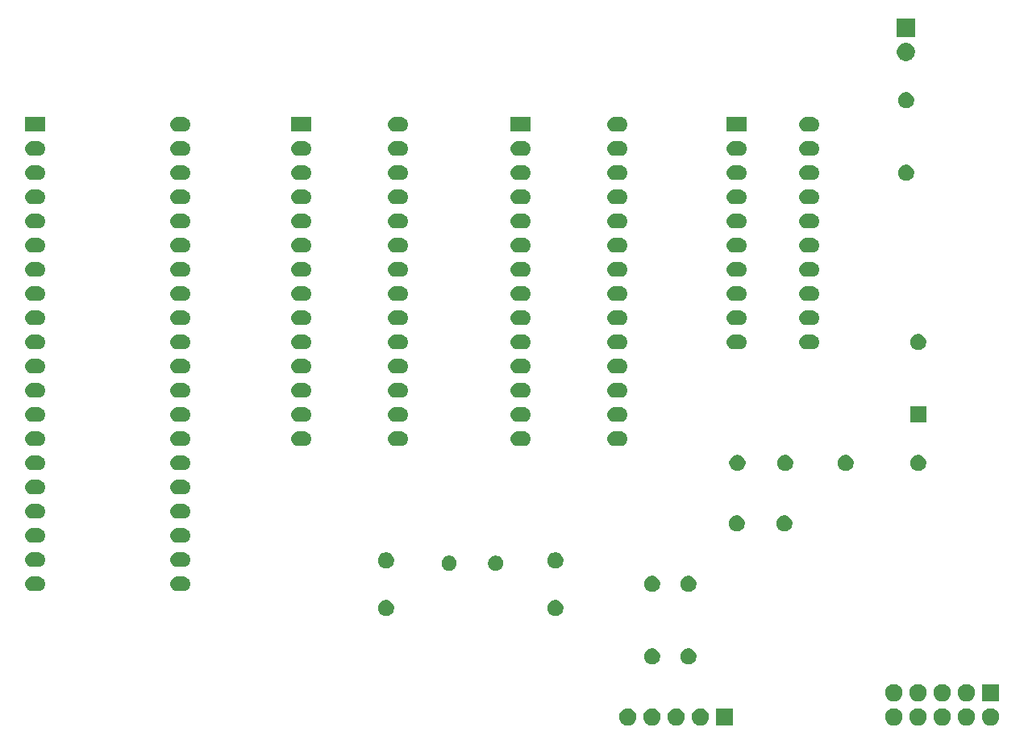
<source format=gbr>
%TF.GenerationSoftware,KiCad,Pcbnew,5.1.5+dfsg1-2build2*%
%TF.CreationDate,2020-12-29T02:51:23+01:00*%
%TF.ProjectId,avr-prog,6176722d-7072-46f6-972e-6b696361645f,1.0*%
%TF.SameCoordinates,PX1e47770PY6a95280*%
%TF.FileFunction,Soldermask,Bot*%
%TF.FilePolarity,Negative*%
%FSLAX46Y46*%
G04 Gerber Fmt 4.6, Leading zero omitted, Abs format (unit mm)*
G04 Created by KiCad (PCBNEW 5.1.5+dfsg1-2build2) date 2020-12-29 02:51:23*
%MOMM*%
%LPD*%
G04 APERTURE LIST*
%ADD10C,0.150000*%
G04 APERTURE END LIST*
D10*
G36*
X103136778Y5959453D02*
G01*
X103303224Y5890509D01*
X103453022Y5790417D01*
X103580417Y5663022D01*
X103680509Y5513224D01*
X103749453Y5346778D01*
X103784600Y5170082D01*
X103784600Y4989918D01*
X103749453Y4813222D01*
X103680509Y4646776D01*
X103580417Y4496978D01*
X103453022Y4369583D01*
X103303224Y4269491D01*
X103136778Y4200547D01*
X102960082Y4165400D01*
X102779918Y4165400D01*
X102603222Y4200547D01*
X102436776Y4269491D01*
X102286978Y4369583D01*
X102159583Y4496978D01*
X102059491Y4646776D01*
X101990547Y4813222D01*
X101955400Y4989918D01*
X101955400Y5170082D01*
X101990547Y5346778D01*
X102059491Y5513224D01*
X102159583Y5663022D01*
X102286978Y5790417D01*
X102436776Y5890509D01*
X102603222Y5959453D01*
X102779918Y5994600D01*
X102960082Y5994600D01*
X103136778Y5959453D01*
G37*
G36*
X105676778Y5959453D02*
G01*
X105843224Y5890509D01*
X105993022Y5790417D01*
X106120417Y5663022D01*
X106220509Y5513224D01*
X106289453Y5346778D01*
X106324600Y5170082D01*
X106324600Y4989918D01*
X106289453Y4813222D01*
X106220509Y4646776D01*
X106120417Y4496978D01*
X105993022Y4369583D01*
X105843224Y4269491D01*
X105676778Y4200547D01*
X105500082Y4165400D01*
X105319918Y4165400D01*
X105143222Y4200547D01*
X104976776Y4269491D01*
X104826978Y4369583D01*
X104699583Y4496978D01*
X104599491Y4646776D01*
X104530547Y4813222D01*
X104495400Y4989918D01*
X104495400Y5170082D01*
X104530547Y5346778D01*
X104599491Y5513224D01*
X104699583Y5663022D01*
X104826978Y5790417D01*
X104976776Y5890509D01*
X105143222Y5959453D01*
X105319918Y5994600D01*
X105500082Y5994600D01*
X105676778Y5959453D01*
G37*
G36*
X108216778Y5959453D02*
G01*
X108383224Y5890509D01*
X108533022Y5790417D01*
X108660417Y5663022D01*
X108760509Y5513224D01*
X108829453Y5346778D01*
X108864600Y5170082D01*
X108864600Y4989918D01*
X108829453Y4813222D01*
X108760509Y4646776D01*
X108660417Y4496978D01*
X108533022Y4369583D01*
X108383224Y4269491D01*
X108216778Y4200547D01*
X108040082Y4165400D01*
X107859918Y4165400D01*
X107683222Y4200547D01*
X107516776Y4269491D01*
X107366978Y4369583D01*
X107239583Y4496978D01*
X107139491Y4646776D01*
X107070547Y4813222D01*
X107035400Y4989918D01*
X107035400Y5170082D01*
X107070547Y5346778D01*
X107139491Y5513224D01*
X107239583Y5663022D01*
X107366978Y5790417D01*
X107516776Y5890509D01*
X107683222Y5959453D01*
X107859918Y5994600D01*
X108040082Y5994600D01*
X108216778Y5959453D01*
G37*
G36*
X100596778Y5959453D02*
G01*
X100763224Y5890509D01*
X100913022Y5790417D01*
X101040417Y5663022D01*
X101140509Y5513224D01*
X101209453Y5346778D01*
X101244600Y5170082D01*
X101244600Y4989918D01*
X101209453Y4813222D01*
X101140509Y4646776D01*
X101040417Y4496978D01*
X100913022Y4369583D01*
X100763224Y4269491D01*
X100596778Y4200547D01*
X100420082Y4165400D01*
X100239918Y4165400D01*
X100063222Y4200547D01*
X99896776Y4269491D01*
X99746978Y4369583D01*
X99619583Y4496978D01*
X99519491Y4646776D01*
X99450547Y4813222D01*
X99415400Y4989918D01*
X99415400Y5170082D01*
X99450547Y5346778D01*
X99519491Y5513224D01*
X99619583Y5663022D01*
X99746978Y5790417D01*
X99896776Y5890509D01*
X100063222Y5959453D01*
X100239918Y5994600D01*
X100420082Y5994600D01*
X100596778Y5959453D01*
G37*
G36*
X98056778Y5959453D02*
G01*
X98223224Y5890509D01*
X98373022Y5790417D01*
X98500417Y5663022D01*
X98600509Y5513224D01*
X98669453Y5346778D01*
X98704600Y5170082D01*
X98704600Y4989918D01*
X98669453Y4813222D01*
X98600509Y4646776D01*
X98500417Y4496978D01*
X98373022Y4369583D01*
X98223224Y4269491D01*
X98056778Y4200547D01*
X97880082Y4165400D01*
X97699918Y4165400D01*
X97523222Y4200547D01*
X97356776Y4269491D01*
X97206978Y4369583D01*
X97079583Y4496978D01*
X96979491Y4646776D01*
X96910547Y4813222D01*
X96875400Y4989918D01*
X96875400Y5170082D01*
X96910547Y5346778D01*
X96979491Y5513224D01*
X97079583Y5663022D01*
X97206978Y5790417D01*
X97356776Y5890509D01*
X97523222Y5959453D01*
X97699918Y5994600D01*
X97880082Y5994600D01*
X98056778Y5959453D01*
G37*
G36*
X80911000Y4179000D02*
G01*
X79109000Y4179000D01*
X79109000Y5981000D01*
X80911000Y5981000D01*
X80911000Y4179000D01*
G37*
G36*
X77583512Y5976073D02*
G01*
X77732812Y5946376D01*
X77896784Y5878456D01*
X78044354Y5779853D01*
X78169853Y5654354D01*
X78268456Y5506784D01*
X78336376Y5342812D01*
X78371000Y5168741D01*
X78371000Y4991259D01*
X78336376Y4817188D01*
X78268456Y4653216D01*
X78169853Y4505646D01*
X78044354Y4380147D01*
X77896784Y4281544D01*
X77732812Y4213624D01*
X77583512Y4183927D01*
X77558742Y4179000D01*
X77381258Y4179000D01*
X77356488Y4183927D01*
X77207188Y4213624D01*
X77043216Y4281544D01*
X76895646Y4380147D01*
X76770147Y4505646D01*
X76671544Y4653216D01*
X76603624Y4817188D01*
X76569000Y4991259D01*
X76569000Y5168741D01*
X76603624Y5342812D01*
X76671544Y5506784D01*
X76770147Y5654354D01*
X76895646Y5779853D01*
X77043216Y5878456D01*
X77207188Y5946376D01*
X77356488Y5976073D01*
X77381258Y5981000D01*
X77558742Y5981000D01*
X77583512Y5976073D01*
G37*
G36*
X75043512Y5976073D02*
G01*
X75192812Y5946376D01*
X75356784Y5878456D01*
X75504354Y5779853D01*
X75629853Y5654354D01*
X75728456Y5506784D01*
X75796376Y5342812D01*
X75831000Y5168741D01*
X75831000Y4991259D01*
X75796376Y4817188D01*
X75728456Y4653216D01*
X75629853Y4505646D01*
X75504354Y4380147D01*
X75356784Y4281544D01*
X75192812Y4213624D01*
X75043512Y4183927D01*
X75018742Y4179000D01*
X74841258Y4179000D01*
X74816488Y4183927D01*
X74667188Y4213624D01*
X74503216Y4281544D01*
X74355646Y4380147D01*
X74230147Y4505646D01*
X74131544Y4653216D01*
X74063624Y4817188D01*
X74029000Y4991259D01*
X74029000Y5168741D01*
X74063624Y5342812D01*
X74131544Y5506784D01*
X74230147Y5654354D01*
X74355646Y5779853D01*
X74503216Y5878456D01*
X74667188Y5946376D01*
X74816488Y5976073D01*
X74841258Y5981000D01*
X75018742Y5981000D01*
X75043512Y5976073D01*
G37*
G36*
X72503512Y5976073D02*
G01*
X72652812Y5946376D01*
X72816784Y5878456D01*
X72964354Y5779853D01*
X73089853Y5654354D01*
X73188456Y5506784D01*
X73256376Y5342812D01*
X73291000Y5168741D01*
X73291000Y4991259D01*
X73256376Y4817188D01*
X73188456Y4653216D01*
X73089853Y4505646D01*
X72964354Y4380147D01*
X72816784Y4281544D01*
X72652812Y4213624D01*
X72503512Y4183927D01*
X72478742Y4179000D01*
X72301258Y4179000D01*
X72276488Y4183927D01*
X72127188Y4213624D01*
X71963216Y4281544D01*
X71815646Y4380147D01*
X71690147Y4505646D01*
X71591544Y4653216D01*
X71523624Y4817188D01*
X71489000Y4991259D01*
X71489000Y5168741D01*
X71523624Y5342812D01*
X71591544Y5506784D01*
X71690147Y5654354D01*
X71815646Y5779853D01*
X71963216Y5878456D01*
X72127188Y5946376D01*
X72276488Y5976073D01*
X72301258Y5981000D01*
X72478742Y5981000D01*
X72503512Y5976073D01*
G37*
G36*
X69963512Y5976073D02*
G01*
X70112812Y5946376D01*
X70276784Y5878456D01*
X70424354Y5779853D01*
X70549853Y5654354D01*
X70648456Y5506784D01*
X70716376Y5342812D01*
X70751000Y5168741D01*
X70751000Y4991259D01*
X70716376Y4817188D01*
X70648456Y4653216D01*
X70549853Y4505646D01*
X70424354Y4380147D01*
X70276784Y4281544D01*
X70112812Y4213624D01*
X69963512Y4183927D01*
X69938742Y4179000D01*
X69761258Y4179000D01*
X69736488Y4183927D01*
X69587188Y4213624D01*
X69423216Y4281544D01*
X69275646Y4380147D01*
X69150147Y4505646D01*
X69051544Y4653216D01*
X68983624Y4817188D01*
X68949000Y4991259D01*
X68949000Y5168741D01*
X68983624Y5342812D01*
X69051544Y5506784D01*
X69150147Y5654354D01*
X69275646Y5779853D01*
X69423216Y5878456D01*
X69587188Y5946376D01*
X69736488Y5976073D01*
X69761258Y5981000D01*
X69938742Y5981000D01*
X69963512Y5976073D01*
G37*
G36*
X108864600Y6705400D02*
G01*
X107035400Y6705400D01*
X107035400Y8534600D01*
X108864600Y8534600D01*
X108864600Y6705400D01*
G37*
G36*
X98056778Y8499453D02*
G01*
X98223224Y8430509D01*
X98373022Y8330417D01*
X98500417Y8203022D01*
X98600509Y8053224D01*
X98669453Y7886778D01*
X98704600Y7710082D01*
X98704600Y7529918D01*
X98669453Y7353222D01*
X98600509Y7186776D01*
X98500417Y7036978D01*
X98373022Y6909583D01*
X98223224Y6809491D01*
X98056778Y6740547D01*
X97880082Y6705400D01*
X97699918Y6705400D01*
X97523222Y6740547D01*
X97356776Y6809491D01*
X97206978Y6909583D01*
X97079583Y7036978D01*
X96979491Y7186776D01*
X96910547Y7353222D01*
X96875400Y7529918D01*
X96875400Y7710082D01*
X96910547Y7886778D01*
X96979491Y8053224D01*
X97079583Y8203022D01*
X97206978Y8330417D01*
X97356776Y8430509D01*
X97523222Y8499453D01*
X97699918Y8534600D01*
X97880082Y8534600D01*
X98056778Y8499453D01*
G37*
G36*
X105676778Y8499453D02*
G01*
X105843224Y8430509D01*
X105993022Y8330417D01*
X106120417Y8203022D01*
X106220509Y8053224D01*
X106289453Y7886778D01*
X106324600Y7710082D01*
X106324600Y7529918D01*
X106289453Y7353222D01*
X106220509Y7186776D01*
X106120417Y7036978D01*
X105993022Y6909583D01*
X105843224Y6809491D01*
X105676778Y6740547D01*
X105500082Y6705400D01*
X105319918Y6705400D01*
X105143222Y6740547D01*
X104976776Y6809491D01*
X104826978Y6909583D01*
X104699583Y7036978D01*
X104599491Y7186776D01*
X104530547Y7353222D01*
X104495400Y7529918D01*
X104495400Y7710082D01*
X104530547Y7886778D01*
X104599491Y8053224D01*
X104699583Y8203022D01*
X104826978Y8330417D01*
X104976776Y8430509D01*
X105143222Y8499453D01*
X105319918Y8534600D01*
X105500082Y8534600D01*
X105676778Y8499453D01*
G37*
G36*
X100596778Y8499453D02*
G01*
X100763224Y8430509D01*
X100913022Y8330417D01*
X101040417Y8203022D01*
X101140509Y8053224D01*
X101209453Y7886778D01*
X101244600Y7710082D01*
X101244600Y7529918D01*
X101209453Y7353222D01*
X101140509Y7186776D01*
X101040417Y7036978D01*
X100913022Y6909583D01*
X100763224Y6809491D01*
X100596778Y6740547D01*
X100420082Y6705400D01*
X100239918Y6705400D01*
X100063222Y6740547D01*
X99896776Y6809491D01*
X99746978Y6909583D01*
X99619583Y7036978D01*
X99519491Y7186776D01*
X99450547Y7353222D01*
X99415400Y7529918D01*
X99415400Y7710082D01*
X99450547Y7886778D01*
X99519491Y8053224D01*
X99619583Y8203022D01*
X99746978Y8330417D01*
X99896776Y8430509D01*
X100063222Y8499453D01*
X100239918Y8534600D01*
X100420082Y8534600D01*
X100596778Y8499453D01*
G37*
G36*
X103136778Y8499453D02*
G01*
X103303224Y8430509D01*
X103453022Y8330417D01*
X103580417Y8203022D01*
X103680509Y8053224D01*
X103749453Y7886778D01*
X103784600Y7710082D01*
X103784600Y7529918D01*
X103749453Y7353222D01*
X103680509Y7186776D01*
X103580417Y7036978D01*
X103453022Y6909583D01*
X103303224Y6809491D01*
X103136778Y6740547D01*
X102960082Y6705400D01*
X102779918Y6705400D01*
X102603222Y6740547D01*
X102436776Y6809491D01*
X102286978Y6909583D01*
X102159583Y7036978D01*
X102059491Y7186776D01*
X101990547Y7353222D01*
X101955400Y7529918D01*
X101955400Y7710082D01*
X101990547Y7886778D01*
X102059491Y8053224D01*
X102159583Y8203022D01*
X102286978Y8330417D01*
X102436776Y8430509D01*
X102603222Y8499453D01*
X102779918Y8534600D01*
X102960082Y8534600D01*
X103136778Y8499453D01*
G37*
G36*
X72638228Y12248297D02*
G01*
X72793100Y12184147D01*
X72932481Y12091015D01*
X73051015Y11972481D01*
X73144147Y11833100D01*
X73208297Y11678228D01*
X73241000Y11513816D01*
X73241000Y11346184D01*
X73208297Y11181772D01*
X73144147Y11026900D01*
X73051015Y10887519D01*
X72932481Y10768985D01*
X72793100Y10675853D01*
X72638228Y10611703D01*
X72473816Y10579000D01*
X72306184Y10579000D01*
X72141772Y10611703D01*
X71986900Y10675853D01*
X71847519Y10768985D01*
X71728985Y10887519D01*
X71635853Y11026900D01*
X71571703Y11181772D01*
X71539000Y11346184D01*
X71539000Y11513816D01*
X71571703Y11678228D01*
X71635853Y11833100D01*
X71728985Y11972481D01*
X71847519Y12091015D01*
X71986900Y12184147D01*
X72141772Y12248297D01*
X72306184Y12281000D01*
X72473816Y12281000D01*
X72638228Y12248297D01*
G37*
G36*
X76448228Y12248297D02*
G01*
X76603100Y12184147D01*
X76742481Y12091015D01*
X76861015Y11972481D01*
X76954147Y11833100D01*
X77018297Y11678228D01*
X77051000Y11513816D01*
X77051000Y11346184D01*
X77018297Y11181772D01*
X76954147Y11026900D01*
X76861015Y10887519D01*
X76742481Y10768985D01*
X76603100Y10675853D01*
X76448228Y10611703D01*
X76283816Y10579000D01*
X76116184Y10579000D01*
X75951772Y10611703D01*
X75796900Y10675853D01*
X75657519Y10768985D01*
X75538985Y10887519D01*
X75445853Y11026900D01*
X75381703Y11181772D01*
X75349000Y11346184D01*
X75349000Y11513816D01*
X75381703Y11678228D01*
X75445853Y11833100D01*
X75538985Y11972481D01*
X75657519Y12091015D01*
X75796900Y12184147D01*
X75951772Y12248297D01*
X76116184Y12281000D01*
X76283816Y12281000D01*
X76448228Y12248297D01*
G37*
G36*
X62478228Y17328297D02*
G01*
X62633100Y17264147D01*
X62772481Y17171015D01*
X62891015Y17052481D01*
X62984147Y16913100D01*
X63048297Y16758228D01*
X63081000Y16593816D01*
X63081000Y16426184D01*
X63048297Y16261772D01*
X62984147Y16106900D01*
X62891015Y15967519D01*
X62772481Y15848985D01*
X62633100Y15755853D01*
X62478228Y15691703D01*
X62313816Y15659000D01*
X62146184Y15659000D01*
X61981772Y15691703D01*
X61826900Y15755853D01*
X61687519Y15848985D01*
X61568985Y15967519D01*
X61475853Y16106900D01*
X61411703Y16261772D01*
X61379000Y16426184D01*
X61379000Y16593816D01*
X61411703Y16758228D01*
X61475853Y16913100D01*
X61568985Y17052481D01*
X61687519Y17171015D01*
X61826900Y17264147D01*
X61981772Y17328297D01*
X62146184Y17361000D01*
X62313816Y17361000D01*
X62478228Y17328297D01*
G37*
G36*
X44698228Y17328297D02*
G01*
X44853100Y17264147D01*
X44992481Y17171015D01*
X45111015Y17052481D01*
X45204147Y16913100D01*
X45268297Y16758228D01*
X45301000Y16593816D01*
X45301000Y16426184D01*
X45268297Y16261772D01*
X45204147Y16106900D01*
X45111015Y15967519D01*
X44992481Y15848985D01*
X44853100Y15755853D01*
X44698228Y15691703D01*
X44533816Y15659000D01*
X44366184Y15659000D01*
X44201772Y15691703D01*
X44046900Y15755853D01*
X43907519Y15848985D01*
X43788985Y15967519D01*
X43695853Y16106900D01*
X43631703Y16261772D01*
X43599000Y16426184D01*
X43599000Y16593816D01*
X43631703Y16758228D01*
X43695853Y16913100D01*
X43788985Y17052481D01*
X43907519Y17171015D01*
X44046900Y17264147D01*
X44201772Y17328297D01*
X44366184Y17361000D01*
X44533816Y17361000D01*
X44698228Y17328297D01*
G37*
G36*
X76448228Y19868297D02*
G01*
X76603100Y19804147D01*
X76742481Y19711015D01*
X76861015Y19592481D01*
X76954147Y19453100D01*
X77018297Y19298228D01*
X77051000Y19133816D01*
X77051000Y18966184D01*
X77018297Y18801772D01*
X76954147Y18646900D01*
X76861015Y18507519D01*
X76742481Y18388985D01*
X76603100Y18295853D01*
X76448228Y18231703D01*
X76283816Y18199000D01*
X76116184Y18199000D01*
X75951772Y18231703D01*
X75796900Y18295853D01*
X75657519Y18388985D01*
X75538985Y18507519D01*
X75445853Y18646900D01*
X75381703Y18801772D01*
X75349000Y18966184D01*
X75349000Y19133816D01*
X75381703Y19298228D01*
X75445853Y19453100D01*
X75538985Y19592481D01*
X75657519Y19711015D01*
X75796900Y19804147D01*
X75951772Y19868297D01*
X76116184Y19901000D01*
X76283816Y19901000D01*
X76448228Y19868297D01*
G37*
G36*
X72638228Y19868297D02*
G01*
X72793100Y19804147D01*
X72932481Y19711015D01*
X73051015Y19592481D01*
X73144147Y19453100D01*
X73208297Y19298228D01*
X73241000Y19133816D01*
X73241000Y18966184D01*
X73208297Y18801772D01*
X73144147Y18646900D01*
X73051015Y18507519D01*
X72932481Y18388985D01*
X72793100Y18295853D01*
X72638228Y18231703D01*
X72473816Y18199000D01*
X72306184Y18199000D01*
X72141772Y18231703D01*
X71986900Y18295853D01*
X71847519Y18388985D01*
X71728985Y18507519D01*
X71635853Y18646900D01*
X71571703Y18801772D01*
X71539000Y18966184D01*
X71539000Y19133816D01*
X71571703Y19298228D01*
X71635853Y19453100D01*
X71728985Y19592481D01*
X71847519Y19711015D01*
X71986900Y19804147D01*
X72141772Y19868297D01*
X72306184Y19901000D01*
X72473816Y19901000D01*
X72638228Y19868297D01*
G37*
G36*
X7975629Y19817281D02*
G01*
X8051142Y19809844D01*
X8196476Y19765757D01*
X8196479Y19765756D01*
X8330416Y19694165D01*
X8447817Y19597817D01*
X8544165Y19480416D01*
X8615756Y19346479D01*
X8615757Y19346476D01*
X8659844Y19201142D01*
X8674730Y19050000D01*
X8659844Y18898858D01*
X8615757Y18753524D01*
X8615756Y18753521D01*
X8544165Y18619584D01*
X8447817Y18502183D01*
X8330416Y18405835D01*
X8196479Y18334244D01*
X8196476Y18334243D01*
X8051142Y18290156D01*
X7975629Y18282719D01*
X7937873Y18279000D01*
X7302127Y18279000D01*
X7264371Y18282719D01*
X7188858Y18290156D01*
X7043524Y18334243D01*
X7043521Y18334244D01*
X6909584Y18405835D01*
X6792183Y18502183D01*
X6695835Y18619584D01*
X6624244Y18753521D01*
X6624243Y18753524D01*
X6580156Y18898858D01*
X6565270Y19050000D01*
X6580156Y19201142D01*
X6624243Y19346476D01*
X6624244Y19346479D01*
X6695835Y19480416D01*
X6792183Y19597817D01*
X6909584Y19694165D01*
X7043521Y19765756D01*
X7043524Y19765757D01*
X7188858Y19809844D01*
X7264371Y19817281D01*
X7302127Y19821000D01*
X7937873Y19821000D01*
X7975629Y19817281D01*
G37*
G36*
X23215629Y19817281D02*
G01*
X23291142Y19809844D01*
X23436476Y19765757D01*
X23436479Y19765756D01*
X23570416Y19694165D01*
X23687817Y19597817D01*
X23784165Y19480416D01*
X23855756Y19346479D01*
X23855757Y19346476D01*
X23899844Y19201142D01*
X23914730Y19050000D01*
X23899844Y18898858D01*
X23855757Y18753524D01*
X23855756Y18753521D01*
X23784165Y18619584D01*
X23687817Y18502183D01*
X23570416Y18405835D01*
X23436479Y18334244D01*
X23436476Y18334243D01*
X23291142Y18290156D01*
X23215629Y18282719D01*
X23177873Y18279000D01*
X22542127Y18279000D01*
X22504371Y18282719D01*
X22428858Y18290156D01*
X22283524Y18334243D01*
X22283521Y18334244D01*
X22149584Y18405835D01*
X22032183Y18502183D01*
X21935835Y18619584D01*
X21864244Y18753521D01*
X21864243Y18753524D01*
X21820156Y18898858D01*
X21805270Y19050000D01*
X21820156Y19201142D01*
X21864243Y19346476D01*
X21864244Y19346479D01*
X21935835Y19480416D01*
X22032183Y19597817D01*
X22149584Y19694165D01*
X22283521Y19765756D01*
X22283524Y19765757D01*
X22428858Y19809844D01*
X22504371Y19817281D01*
X22542127Y19821000D01*
X23177873Y19821000D01*
X23215629Y19817281D01*
G37*
G36*
X51318642Y21995219D02*
G01*
X51464414Y21934838D01*
X51464416Y21934837D01*
X51595608Y21847178D01*
X51707178Y21735608D01*
X51794837Y21604416D01*
X51794838Y21604414D01*
X51855219Y21458642D01*
X51886000Y21303893D01*
X51886000Y21146107D01*
X51855219Y20991358D01*
X51806708Y20874243D01*
X51794837Y20845584D01*
X51707178Y20714392D01*
X51595608Y20602822D01*
X51464416Y20515163D01*
X51464415Y20515162D01*
X51464414Y20515162D01*
X51318642Y20454781D01*
X51163893Y20424000D01*
X51006107Y20424000D01*
X50851358Y20454781D01*
X50705586Y20515162D01*
X50705585Y20515162D01*
X50705584Y20515163D01*
X50574392Y20602822D01*
X50462822Y20714392D01*
X50375163Y20845584D01*
X50363292Y20874243D01*
X50314781Y20991358D01*
X50284000Y21146107D01*
X50284000Y21303893D01*
X50314781Y21458642D01*
X50375162Y21604414D01*
X50375163Y21604416D01*
X50462822Y21735608D01*
X50574392Y21847178D01*
X50705584Y21934837D01*
X50705586Y21934838D01*
X50851358Y21995219D01*
X51006107Y22026000D01*
X51163893Y22026000D01*
X51318642Y21995219D01*
G37*
G36*
X56198642Y21995219D02*
G01*
X56344414Y21934838D01*
X56344416Y21934837D01*
X56475608Y21847178D01*
X56587178Y21735608D01*
X56674837Y21604416D01*
X56674838Y21604414D01*
X56735219Y21458642D01*
X56766000Y21303893D01*
X56766000Y21146107D01*
X56735219Y20991358D01*
X56686708Y20874243D01*
X56674837Y20845584D01*
X56587178Y20714392D01*
X56475608Y20602822D01*
X56344416Y20515163D01*
X56344415Y20515162D01*
X56344414Y20515162D01*
X56198642Y20454781D01*
X56043893Y20424000D01*
X55886107Y20424000D01*
X55731358Y20454781D01*
X55585586Y20515162D01*
X55585585Y20515162D01*
X55585584Y20515163D01*
X55454392Y20602822D01*
X55342822Y20714392D01*
X55255163Y20845584D01*
X55243292Y20874243D01*
X55194781Y20991358D01*
X55164000Y21146107D01*
X55164000Y21303893D01*
X55194781Y21458642D01*
X55255162Y21604414D01*
X55255163Y21604416D01*
X55342822Y21735608D01*
X55454392Y21847178D01*
X55585584Y21934837D01*
X55585586Y21934838D01*
X55731358Y21995219D01*
X55886107Y22026000D01*
X56043893Y22026000D01*
X56198642Y21995219D01*
G37*
G36*
X62478228Y22328297D02*
G01*
X62633100Y22264147D01*
X62772481Y22171015D01*
X62891015Y22052481D01*
X62984147Y21913100D01*
X63048297Y21758228D01*
X63081000Y21593816D01*
X63081000Y21426184D01*
X63048297Y21261772D01*
X62984147Y21106900D01*
X62891015Y20967519D01*
X62772481Y20848985D01*
X62633100Y20755853D01*
X62478228Y20691703D01*
X62313816Y20659000D01*
X62146184Y20659000D01*
X61981772Y20691703D01*
X61826900Y20755853D01*
X61687519Y20848985D01*
X61568985Y20967519D01*
X61475853Y21106900D01*
X61411703Y21261772D01*
X61379000Y21426184D01*
X61379000Y21593816D01*
X61411703Y21758228D01*
X61475853Y21913100D01*
X61568985Y22052481D01*
X61687519Y22171015D01*
X61826900Y22264147D01*
X61981772Y22328297D01*
X62146184Y22361000D01*
X62313816Y22361000D01*
X62478228Y22328297D01*
G37*
G36*
X44698228Y22328297D02*
G01*
X44853100Y22264147D01*
X44992481Y22171015D01*
X45111015Y22052481D01*
X45204147Y21913100D01*
X45268297Y21758228D01*
X45301000Y21593816D01*
X45301000Y21426184D01*
X45268297Y21261772D01*
X45204147Y21106900D01*
X45111015Y20967519D01*
X44992481Y20848985D01*
X44853100Y20755853D01*
X44698228Y20691703D01*
X44533816Y20659000D01*
X44366184Y20659000D01*
X44201772Y20691703D01*
X44046900Y20755853D01*
X43907519Y20848985D01*
X43788985Y20967519D01*
X43695853Y21106900D01*
X43631703Y21261772D01*
X43599000Y21426184D01*
X43599000Y21593816D01*
X43631703Y21758228D01*
X43695853Y21913100D01*
X43788985Y22052481D01*
X43907519Y22171015D01*
X44046900Y22264147D01*
X44201772Y22328297D01*
X44366184Y22361000D01*
X44533816Y22361000D01*
X44698228Y22328297D01*
G37*
G36*
X23215629Y22357281D02*
G01*
X23291142Y22349844D01*
X23436476Y22305757D01*
X23436479Y22305756D01*
X23570416Y22234165D01*
X23687817Y22137817D01*
X23784165Y22020416D01*
X23855756Y21886479D01*
X23855757Y21886476D01*
X23899844Y21741142D01*
X23914730Y21590000D01*
X23899844Y21438858D01*
X23895999Y21426184D01*
X23855756Y21293521D01*
X23784165Y21159584D01*
X23687817Y21042183D01*
X23570416Y20945835D01*
X23436479Y20874244D01*
X23436476Y20874243D01*
X23291142Y20830156D01*
X23215629Y20822719D01*
X23177873Y20819000D01*
X22542127Y20819000D01*
X22504371Y20822719D01*
X22428858Y20830156D01*
X22283524Y20874243D01*
X22283521Y20874244D01*
X22149584Y20945835D01*
X22032183Y21042183D01*
X21935835Y21159584D01*
X21864244Y21293521D01*
X21824001Y21426184D01*
X21820156Y21438858D01*
X21805270Y21590000D01*
X21820156Y21741142D01*
X21864243Y21886476D01*
X21864244Y21886479D01*
X21935835Y22020416D01*
X22032183Y22137817D01*
X22149584Y22234165D01*
X22283521Y22305756D01*
X22283524Y22305757D01*
X22428858Y22349844D01*
X22504371Y22357281D01*
X22542127Y22361000D01*
X23177873Y22361000D01*
X23215629Y22357281D01*
G37*
G36*
X7975629Y22357281D02*
G01*
X8051142Y22349844D01*
X8196476Y22305757D01*
X8196479Y22305756D01*
X8330416Y22234165D01*
X8447817Y22137817D01*
X8544165Y22020416D01*
X8615756Y21886479D01*
X8615757Y21886476D01*
X8659844Y21741142D01*
X8674730Y21590000D01*
X8659844Y21438858D01*
X8655999Y21426184D01*
X8615756Y21293521D01*
X8544165Y21159584D01*
X8447817Y21042183D01*
X8330416Y20945835D01*
X8196479Y20874244D01*
X8196476Y20874243D01*
X8051142Y20830156D01*
X7975629Y20822719D01*
X7937873Y20819000D01*
X7302127Y20819000D01*
X7264371Y20822719D01*
X7188858Y20830156D01*
X7043524Y20874243D01*
X7043521Y20874244D01*
X6909584Y20945835D01*
X6792183Y21042183D01*
X6695835Y21159584D01*
X6624244Y21293521D01*
X6584001Y21426184D01*
X6580156Y21438858D01*
X6565270Y21590000D01*
X6580156Y21741142D01*
X6624243Y21886476D01*
X6624244Y21886479D01*
X6695835Y22020416D01*
X6792183Y22137817D01*
X6909584Y22234165D01*
X7043521Y22305756D01*
X7043524Y22305757D01*
X7188858Y22349844D01*
X7264371Y22357281D01*
X7302127Y22361000D01*
X7937873Y22361000D01*
X7975629Y22357281D01*
G37*
G36*
X7975629Y24897281D02*
G01*
X8051142Y24889844D01*
X8196476Y24845757D01*
X8196479Y24845756D01*
X8330416Y24774165D01*
X8447817Y24677817D01*
X8544165Y24560416D01*
X8615756Y24426479D01*
X8615757Y24426476D01*
X8659844Y24281142D01*
X8674730Y24130000D01*
X8659844Y23978858D01*
X8615757Y23833524D01*
X8615756Y23833521D01*
X8544165Y23699584D01*
X8447817Y23582183D01*
X8330416Y23485835D01*
X8196479Y23414244D01*
X8196476Y23414243D01*
X8051142Y23370156D01*
X7975629Y23362719D01*
X7937873Y23359000D01*
X7302127Y23359000D01*
X7264371Y23362719D01*
X7188858Y23370156D01*
X7043524Y23414243D01*
X7043521Y23414244D01*
X6909584Y23485835D01*
X6792183Y23582183D01*
X6695835Y23699584D01*
X6624244Y23833521D01*
X6624243Y23833524D01*
X6580156Y23978858D01*
X6565270Y24130000D01*
X6580156Y24281142D01*
X6624243Y24426476D01*
X6624244Y24426479D01*
X6695835Y24560416D01*
X6792183Y24677817D01*
X6909584Y24774165D01*
X7043521Y24845756D01*
X7043524Y24845757D01*
X7188858Y24889844D01*
X7264371Y24897281D01*
X7302127Y24901000D01*
X7937873Y24901000D01*
X7975629Y24897281D01*
G37*
G36*
X23215629Y24897281D02*
G01*
X23291142Y24889844D01*
X23436476Y24845757D01*
X23436479Y24845756D01*
X23570416Y24774165D01*
X23687817Y24677817D01*
X23784165Y24560416D01*
X23855756Y24426479D01*
X23855757Y24426476D01*
X23899844Y24281142D01*
X23914730Y24130000D01*
X23899844Y23978858D01*
X23855757Y23833524D01*
X23855756Y23833521D01*
X23784165Y23699584D01*
X23687817Y23582183D01*
X23570416Y23485835D01*
X23436479Y23414244D01*
X23436476Y23414243D01*
X23291142Y23370156D01*
X23215629Y23362719D01*
X23177873Y23359000D01*
X22542127Y23359000D01*
X22504371Y23362719D01*
X22428858Y23370156D01*
X22283524Y23414243D01*
X22283521Y23414244D01*
X22149584Y23485835D01*
X22032183Y23582183D01*
X21935835Y23699584D01*
X21864244Y23833521D01*
X21864243Y23833524D01*
X21820156Y23978858D01*
X21805270Y24130000D01*
X21820156Y24281142D01*
X21864243Y24426476D01*
X21864244Y24426479D01*
X21935835Y24560416D01*
X22032183Y24677817D01*
X22149584Y24774165D01*
X22283521Y24845756D01*
X22283524Y24845757D01*
X22428858Y24889844D01*
X22504371Y24897281D01*
X22542127Y24901000D01*
X23177873Y24901000D01*
X23215629Y24897281D01*
G37*
G36*
X86528228Y26218297D02*
G01*
X86683100Y26154147D01*
X86822481Y26061015D01*
X86941015Y25942481D01*
X87034147Y25803100D01*
X87098297Y25648228D01*
X87131000Y25483816D01*
X87131000Y25316184D01*
X87098297Y25151772D01*
X87034147Y24996900D01*
X86941015Y24857519D01*
X86822481Y24738985D01*
X86683100Y24645853D01*
X86528228Y24581703D01*
X86363816Y24549000D01*
X86196184Y24549000D01*
X86031772Y24581703D01*
X85876900Y24645853D01*
X85737519Y24738985D01*
X85618985Y24857519D01*
X85525853Y24996900D01*
X85461703Y25151772D01*
X85429000Y25316184D01*
X85429000Y25483816D01*
X85461703Y25648228D01*
X85525853Y25803100D01*
X85618985Y25942481D01*
X85737519Y26061015D01*
X85876900Y26154147D01*
X86031772Y26218297D01*
X86196184Y26251000D01*
X86363816Y26251000D01*
X86528228Y26218297D01*
G37*
G36*
X81528228Y26218297D02*
G01*
X81683100Y26154147D01*
X81822481Y26061015D01*
X81941015Y25942481D01*
X82034147Y25803100D01*
X82098297Y25648228D01*
X82131000Y25483816D01*
X82131000Y25316184D01*
X82098297Y25151772D01*
X82034147Y24996900D01*
X81941015Y24857519D01*
X81822481Y24738985D01*
X81683100Y24645853D01*
X81528228Y24581703D01*
X81363816Y24549000D01*
X81196184Y24549000D01*
X81031772Y24581703D01*
X80876900Y24645853D01*
X80737519Y24738985D01*
X80618985Y24857519D01*
X80525853Y24996900D01*
X80461703Y25151772D01*
X80429000Y25316184D01*
X80429000Y25483816D01*
X80461703Y25648228D01*
X80525853Y25803100D01*
X80618985Y25942481D01*
X80737519Y26061015D01*
X80876900Y26154147D01*
X81031772Y26218297D01*
X81196184Y26251000D01*
X81363816Y26251000D01*
X81528228Y26218297D01*
G37*
G36*
X23215629Y27437281D02*
G01*
X23291142Y27429844D01*
X23436476Y27385757D01*
X23436479Y27385756D01*
X23570416Y27314165D01*
X23687817Y27217817D01*
X23784165Y27100416D01*
X23855756Y26966479D01*
X23855757Y26966476D01*
X23899844Y26821142D01*
X23914730Y26670000D01*
X23899844Y26518858D01*
X23855757Y26373524D01*
X23855756Y26373521D01*
X23784165Y26239584D01*
X23687817Y26122183D01*
X23570416Y26025835D01*
X23436479Y25954244D01*
X23436476Y25954243D01*
X23291142Y25910156D01*
X23215629Y25902719D01*
X23177873Y25899000D01*
X22542127Y25899000D01*
X22504371Y25902719D01*
X22428858Y25910156D01*
X22283524Y25954243D01*
X22283521Y25954244D01*
X22149584Y26025835D01*
X22032183Y26122183D01*
X21935835Y26239584D01*
X21864244Y26373521D01*
X21864243Y26373524D01*
X21820156Y26518858D01*
X21805270Y26670000D01*
X21820156Y26821142D01*
X21864243Y26966476D01*
X21864244Y26966479D01*
X21935835Y27100416D01*
X22032183Y27217817D01*
X22149584Y27314165D01*
X22283521Y27385756D01*
X22283524Y27385757D01*
X22428858Y27429844D01*
X22504371Y27437281D01*
X22542127Y27441000D01*
X23177873Y27441000D01*
X23215629Y27437281D01*
G37*
G36*
X7975629Y27437281D02*
G01*
X8051142Y27429844D01*
X8196476Y27385757D01*
X8196479Y27385756D01*
X8330416Y27314165D01*
X8447817Y27217817D01*
X8544165Y27100416D01*
X8615756Y26966479D01*
X8615757Y26966476D01*
X8659844Y26821142D01*
X8674730Y26670000D01*
X8659844Y26518858D01*
X8615757Y26373524D01*
X8615756Y26373521D01*
X8544165Y26239584D01*
X8447817Y26122183D01*
X8330416Y26025835D01*
X8196479Y25954244D01*
X8196476Y25954243D01*
X8051142Y25910156D01*
X7975629Y25902719D01*
X7937873Y25899000D01*
X7302127Y25899000D01*
X7264371Y25902719D01*
X7188858Y25910156D01*
X7043524Y25954243D01*
X7043521Y25954244D01*
X6909584Y26025835D01*
X6792183Y26122183D01*
X6695835Y26239584D01*
X6624244Y26373521D01*
X6624243Y26373524D01*
X6580156Y26518858D01*
X6565270Y26670000D01*
X6580156Y26821142D01*
X6624243Y26966476D01*
X6624244Y26966479D01*
X6695835Y27100416D01*
X6792183Y27217817D01*
X6909584Y27314165D01*
X7043521Y27385756D01*
X7043524Y27385757D01*
X7188858Y27429844D01*
X7264371Y27437281D01*
X7302127Y27441000D01*
X7937873Y27441000D01*
X7975629Y27437281D01*
G37*
G36*
X7975629Y29977281D02*
G01*
X8051142Y29969844D01*
X8196476Y29925757D01*
X8196479Y29925756D01*
X8330416Y29854165D01*
X8447817Y29757817D01*
X8544165Y29640416D01*
X8615756Y29506479D01*
X8615757Y29506476D01*
X8659844Y29361142D01*
X8674730Y29210000D01*
X8659844Y29058858D01*
X8615757Y28913524D01*
X8615756Y28913521D01*
X8544165Y28779584D01*
X8447817Y28662183D01*
X8330416Y28565835D01*
X8196479Y28494244D01*
X8196476Y28494243D01*
X8051142Y28450156D01*
X7975629Y28442719D01*
X7937873Y28439000D01*
X7302127Y28439000D01*
X7264371Y28442719D01*
X7188858Y28450156D01*
X7043524Y28494243D01*
X7043521Y28494244D01*
X6909584Y28565835D01*
X6792183Y28662183D01*
X6695835Y28779584D01*
X6624244Y28913521D01*
X6624243Y28913524D01*
X6580156Y29058858D01*
X6565270Y29210000D01*
X6580156Y29361142D01*
X6624243Y29506476D01*
X6624244Y29506479D01*
X6695835Y29640416D01*
X6792183Y29757817D01*
X6909584Y29854165D01*
X7043521Y29925756D01*
X7043524Y29925757D01*
X7188858Y29969844D01*
X7264371Y29977281D01*
X7302127Y29981000D01*
X7937873Y29981000D01*
X7975629Y29977281D01*
G37*
G36*
X23215629Y29977281D02*
G01*
X23291142Y29969844D01*
X23436476Y29925757D01*
X23436479Y29925756D01*
X23570416Y29854165D01*
X23687817Y29757817D01*
X23784165Y29640416D01*
X23855756Y29506479D01*
X23855757Y29506476D01*
X23899844Y29361142D01*
X23914730Y29210000D01*
X23899844Y29058858D01*
X23855757Y28913524D01*
X23855756Y28913521D01*
X23784165Y28779584D01*
X23687817Y28662183D01*
X23570416Y28565835D01*
X23436479Y28494244D01*
X23436476Y28494243D01*
X23291142Y28450156D01*
X23215629Y28442719D01*
X23177873Y28439000D01*
X22542127Y28439000D01*
X22504371Y28442719D01*
X22428858Y28450156D01*
X22283524Y28494243D01*
X22283521Y28494244D01*
X22149584Y28565835D01*
X22032183Y28662183D01*
X21935835Y28779584D01*
X21864244Y28913521D01*
X21864243Y28913524D01*
X21820156Y29058858D01*
X21805270Y29210000D01*
X21820156Y29361142D01*
X21864243Y29506476D01*
X21864244Y29506479D01*
X21935835Y29640416D01*
X22032183Y29757817D01*
X22149584Y29854165D01*
X22283521Y29925756D01*
X22283524Y29925757D01*
X22428858Y29969844D01*
X22504371Y29977281D01*
X22542127Y29981000D01*
X23177873Y29981000D01*
X23215629Y29977281D01*
G37*
G36*
X92958228Y32568297D02*
G01*
X93113100Y32504147D01*
X93252481Y32411015D01*
X93371015Y32292481D01*
X93464147Y32153100D01*
X93528297Y31998228D01*
X93561000Y31833816D01*
X93561000Y31666184D01*
X93528297Y31501772D01*
X93464147Y31346900D01*
X93371015Y31207519D01*
X93252481Y31088985D01*
X93113100Y30995853D01*
X92958228Y30931703D01*
X92793816Y30899000D01*
X92626184Y30899000D01*
X92461772Y30931703D01*
X92306900Y30995853D01*
X92167519Y31088985D01*
X92048985Y31207519D01*
X91955853Y31346900D01*
X91891703Y31501772D01*
X91859000Y31666184D01*
X91859000Y31833816D01*
X91891703Y31998228D01*
X91955853Y32153100D01*
X92048985Y32292481D01*
X92167519Y32411015D01*
X92306900Y32504147D01*
X92461772Y32568297D01*
X92626184Y32601000D01*
X92793816Y32601000D01*
X92958228Y32568297D01*
G37*
G36*
X100578228Y32568297D02*
G01*
X100733100Y32504147D01*
X100872481Y32411015D01*
X100991015Y32292481D01*
X101084147Y32153100D01*
X101148297Y31998228D01*
X101181000Y31833816D01*
X101181000Y31666184D01*
X101148297Y31501772D01*
X101084147Y31346900D01*
X100991015Y31207519D01*
X100872481Y31088985D01*
X100733100Y30995853D01*
X100578228Y30931703D01*
X100413816Y30899000D01*
X100246184Y30899000D01*
X100081772Y30931703D01*
X99926900Y30995853D01*
X99787519Y31088985D01*
X99668985Y31207519D01*
X99575853Y31346900D01*
X99511703Y31501772D01*
X99479000Y31666184D01*
X99479000Y31833816D01*
X99511703Y31998228D01*
X99575853Y32153100D01*
X99668985Y32292481D01*
X99787519Y32411015D01*
X99926900Y32504147D01*
X100081772Y32568297D01*
X100246184Y32601000D01*
X100413816Y32601000D01*
X100578228Y32568297D01*
G37*
G36*
X86608228Y32568297D02*
G01*
X86763100Y32504147D01*
X86902481Y32411015D01*
X87021015Y32292481D01*
X87114147Y32153100D01*
X87178297Y31998228D01*
X87211000Y31833816D01*
X87211000Y31666184D01*
X87178297Y31501772D01*
X87114147Y31346900D01*
X87021015Y31207519D01*
X86902481Y31088985D01*
X86763100Y30995853D01*
X86608228Y30931703D01*
X86443816Y30899000D01*
X86276184Y30899000D01*
X86111772Y30931703D01*
X85956900Y30995853D01*
X85817519Y31088985D01*
X85698985Y31207519D01*
X85605853Y31346900D01*
X85541703Y31501772D01*
X85509000Y31666184D01*
X85509000Y31833816D01*
X85541703Y31998228D01*
X85605853Y32153100D01*
X85698985Y32292481D01*
X85817519Y32411015D01*
X85956900Y32504147D01*
X86111772Y32568297D01*
X86276184Y32601000D01*
X86443816Y32601000D01*
X86608228Y32568297D01*
G37*
G36*
X81608228Y32568297D02*
G01*
X81763100Y32504147D01*
X81902481Y32411015D01*
X82021015Y32292481D01*
X82114147Y32153100D01*
X82178297Y31998228D01*
X82211000Y31833816D01*
X82211000Y31666184D01*
X82178297Y31501772D01*
X82114147Y31346900D01*
X82021015Y31207519D01*
X81902481Y31088985D01*
X81763100Y30995853D01*
X81608228Y30931703D01*
X81443816Y30899000D01*
X81276184Y30899000D01*
X81111772Y30931703D01*
X80956900Y30995853D01*
X80817519Y31088985D01*
X80698985Y31207519D01*
X80605853Y31346900D01*
X80541703Y31501772D01*
X80509000Y31666184D01*
X80509000Y31833816D01*
X80541703Y31998228D01*
X80605853Y32153100D01*
X80698985Y32292481D01*
X80817519Y32411015D01*
X80956900Y32504147D01*
X81111772Y32568297D01*
X81276184Y32601000D01*
X81443816Y32601000D01*
X81608228Y32568297D01*
G37*
G36*
X23215629Y32517281D02*
G01*
X23291142Y32509844D01*
X23436476Y32465757D01*
X23436479Y32465756D01*
X23570416Y32394165D01*
X23687817Y32297817D01*
X23784165Y32180416D01*
X23855756Y32046479D01*
X23855757Y32046476D01*
X23899844Y31901142D01*
X23914730Y31750000D01*
X23899844Y31598858D01*
X23855757Y31453524D01*
X23855756Y31453521D01*
X23784165Y31319584D01*
X23687817Y31202183D01*
X23570416Y31105835D01*
X23436479Y31034244D01*
X23436476Y31034243D01*
X23291142Y30990156D01*
X23215629Y30982719D01*
X23177873Y30979000D01*
X22542127Y30979000D01*
X22504371Y30982719D01*
X22428858Y30990156D01*
X22283524Y31034243D01*
X22283521Y31034244D01*
X22149584Y31105835D01*
X22032183Y31202183D01*
X21935835Y31319584D01*
X21864244Y31453521D01*
X21864243Y31453524D01*
X21820156Y31598858D01*
X21805270Y31750000D01*
X21820156Y31901142D01*
X21864243Y32046476D01*
X21864244Y32046479D01*
X21935835Y32180416D01*
X22032183Y32297817D01*
X22149584Y32394165D01*
X22283521Y32465756D01*
X22283524Y32465757D01*
X22428858Y32509844D01*
X22504371Y32517281D01*
X22542127Y32521000D01*
X23177873Y32521000D01*
X23215629Y32517281D01*
G37*
G36*
X7975629Y32517281D02*
G01*
X8051142Y32509844D01*
X8196476Y32465757D01*
X8196479Y32465756D01*
X8330416Y32394165D01*
X8447817Y32297817D01*
X8544165Y32180416D01*
X8615756Y32046479D01*
X8615757Y32046476D01*
X8659844Y31901142D01*
X8674730Y31750000D01*
X8659844Y31598858D01*
X8615757Y31453524D01*
X8615756Y31453521D01*
X8544165Y31319584D01*
X8447817Y31202183D01*
X8330416Y31105835D01*
X8196479Y31034244D01*
X8196476Y31034243D01*
X8051142Y30990156D01*
X7975629Y30982719D01*
X7937873Y30979000D01*
X7302127Y30979000D01*
X7264371Y30982719D01*
X7188858Y30990156D01*
X7043524Y31034243D01*
X7043521Y31034244D01*
X6909584Y31105835D01*
X6792183Y31202183D01*
X6695835Y31319584D01*
X6624244Y31453521D01*
X6624243Y31453524D01*
X6580156Y31598858D01*
X6565270Y31750000D01*
X6580156Y31901142D01*
X6624243Y32046476D01*
X6624244Y32046479D01*
X6695835Y32180416D01*
X6792183Y32297817D01*
X6909584Y32394165D01*
X7043521Y32465756D01*
X7043524Y32465757D01*
X7188858Y32509844D01*
X7264371Y32517281D01*
X7302127Y32521000D01*
X7937873Y32521000D01*
X7975629Y32517281D01*
G37*
G36*
X58955629Y35057281D02*
G01*
X59031142Y35049844D01*
X59176476Y35005757D01*
X59176479Y35005756D01*
X59310416Y34934165D01*
X59427817Y34837817D01*
X59524165Y34720416D01*
X59595756Y34586479D01*
X59595757Y34586476D01*
X59639844Y34441142D01*
X59654730Y34290000D01*
X59639844Y34138858D01*
X59595757Y33993524D01*
X59595756Y33993521D01*
X59524165Y33859584D01*
X59427817Y33742183D01*
X59310416Y33645835D01*
X59176479Y33574244D01*
X59176476Y33574243D01*
X59031142Y33530156D01*
X58955629Y33522719D01*
X58917873Y33519000D01*
X58282127Y33519000D01*
X58244371Y33522719D01*
X58168858Y33530156D01*
X58023524Y33574243D01*
X58023521Y33574244D01*
X57889584Y33645835D01*
X57772183Y33742183D01*
X57675835Y33859584D01*
X57604244Y33993521D01*
X57604243Y33993524D01*
X57560156Y34138858D01*
X57545270Y34290000D01*
X57560156Y34441142D01*
X57604243Y34586476D01*
X57604244Y34586479D01*
X57675835Y34720416D01*
X57772183Y34837817D01*
X57889584Y34934165D01*
X58023521Y35005756D01*
X58023524Y35005757D01*
X58168858Y35049844D01*
X58244371Y35057281D01*
X58282127Y35061000D01*
X58917873Y35061000D01*
X58955629Y35057281D01*
G37*
G36*
X23215629Y35057281D02*
G01*
X23291142Y35049844D01*
X23436476Y35005757D01*
X23436479Y35005756D01*
X23570416Y34934165D01*
X23687817Y34837817D01*
X23784165Y34720416D01*
X23855756Y34586479D01*
X23855757Y34586476D01*
X23899844Y34441142D01*
X23914730Y34290000D01*
X23899844Y34138858D01*
X23855757Y33993524D01*
X23855756Y33993521D01*
X23784165Y33859584D01*
X23687817Y33742183D01*
X23570416Y33645835D01*
X23436479Y33574244D01*
X23436476Y33574243D01*
X23291142Y33530156D01*
X23215629Y33522719D01*
X23177873Y33519000D01*
X22542127Y33519000D01*
X22504371Y33522719D01*
X22428858Y33530156D01*
X22283524Y33574243D01*
X22283521Y33574244D01*
X22149584Y33645835D01*
X22032183Y33742183D01*
X21935835Y33859584D01*
X21864244Y33993521D01*
X21864243Y33993524D01*
X21820156Y34138858D01*
X21805270Y34290000D01*
X21820156Y34441142D01*
X21864243Y34586476D01*
X21864244Y34586479D01*
X21935835Y34720416D01*
X22032183Y34837817D01*
X22149584Y34934165D01*
X22283521Y35005756D01*
X22283524Y35005757D01*
X22428858Y35049844D01*
X22504371Y35057281D01*
X22542127Y35061000D01*
X23177873Y35061000D01*
X23215629Y35057281D01*
G37*
G36*
X7975629Y35057281D02*
G01*
X8051142Y35049844D01*
X8196476Y35005757D01*
X8196479Y35005756D01*
X8330416Y34934165D01*
X8447817Y34837817D01*
X8544165Y34720416D01*
X8615756Y34586479D01*
X8615757Y34586476D01*
X8659844Y34441142D01*
X8674730Y34290000D01*
X8659844Y34138858D01*
X8615757Y33993524D01*
X8615756Y33993521D01*
X8544165Y33859584D01*
X8447817Y33742183D01*
X8330416Y33645835D01*
X8196479Y33574244D01*
X8196476Y33574243D01*
X8051142Y33530156D01*
X7975629Y33522719D01*
X7937873Y33519000D01*
X7302127Y33519000D01*
X7264371Y33522719D01*
X7188858Y33530156D01*
X7043524Y33574243D01*
X7043521Y33574244D01*
X6909584Y33645835D01*
X6792183Y33742183D01*
X6695835Y33859584D01*
X6624244Y33993521D01*
X6624243Y33993524D01*
X6580156Y34138858D01*
X6565270Y34290000D01*
X6580156Y34441142D01*
X6624243Y34586476D01*
X6624244Y34586479D01*
X6695835Y34720416D01*
X6792183Y34837817D01*
X6909584Y34934165D01*
X7043521Y35005756D01*
X7043524Y35005757D01*
X7188858Y35049844D01*
X7264371Y35057281D01*
X7302127Y35061000D01*
X7937873Y35061000D01*
X7975629Y35057281D01*
G37*
G36*
X35915629Y35057281D02*
G01*
X35991142Y35049844D01*
X36136476Y35005757D01*
X36136479Y35005756D01*
X36270416Y34934165D01*
X36387817Y34837817D01*
X36484165Y34720416D01*
X36555756Y34586479D01*
X36555757Y34586476D01*
X36599844Y34441142D01*
X36614730Y34290000D01*
X36599844Y34138858D01*
X36555757Y33993524D01*
X36555756Y33993521D01*
X36484165Y33859584D01*
X36387817Y33742183D01*
X36270416Y33645835D01*
X36136479Y33574244D01*
X36136476Y33574243D01*
X35991142Y33530156D01*
X35915629Y33522719D01*
X35877873Y33519000D01*
X35242127Y33519000D01*
X35204371Y33522719D01*
X35128858Y33530156D01*
X34983524Y33574243D01*
X34983521Y33574244D01*
X34849584Y33645835D01*
X34732183Y33742183D01*
X34635835Y33859584D01*
X34564244Y33993521D01*
X34564243Y33993524D01*
X34520156Y34138858D01*
X34505270Y34290000D01*
X34520156Y34441142D01*
X34564243Y34586476D01*
X34564244Y34586479D01*
X34635835Y34720416D01*
X34732183Y34837817D01*
X34849584Y34934165D01*
X34983521Y35005756D01*
X34983524Y35005757D01*
X35128858Y35049844D01*
X35204371Y35057281D01*
X35242127Y35061000D01*
X35877873Y35061000D01*
X35915629Y35057281D01*
G37*
G36*
X69115629Y35057281D02*
G01*
X69191142Y35049844D01*
X69336476Y35005757D01*
X69336479Y35005756D01*
X69470416Y34934165D01*
X69587817Y34837817D01*
X69684165Y34720416D01*
X69755756Y34586479D01*
X69755757Y34586476D01*
X69799844Y34441142D01*
X69814730Y34290000D01*
X69799844Y34138858D01*
X69755757Y33993524D01*
X69755756Y33993521D01*
X69684165Y33859584D01*
X69587817Y33742183D01*
X69470416Y33645835D01*
X69336479Y33574244D01*
X69336476Y33574243D01*
X69191142Y33530156D01*
X69115629Y33522719D01*
X69077873Y33519000D01*
X68442127Y33519000D01*
X68404371Y33522719D01*
X68328858Y33530156D01*
X68183524Y33574243D01*
X68183521Y33574244D01*
X68049584Y33645835D01*
X67932183Y33742183D01*
X67835835Y33859584D01*
X67764244Y33993521D01*
X67764243Y33993524D01*
X67720156Y34138858D01*
X67705270Y34290000D01*
X67720156Y34441142D01*
X67764243Y34586476D01*
X67764244Y34586479D01*
X67835835Y34720416D01*
X67932183Y34837817D01*
X68049584Y34934165D01*
X68183521Y35005756D01*
X68183524Y35005757D01*
X68328858Y35049844D01*
X68404371Y35057281D01*
X68442127Y35061000D01*
X69077873Y35061000D01*
X69115629Y35057281D01*
G37*
G36*
X46075629Y35057281D02*
G01*
X46151142Y35049844D01*
X46296476Y35005757D01*
X46296479Y35005756D01*
X46430416Y34934165D01*
X46547817Y34837817D01*
X46644165Y34720416D01*
X46715756Y34586479D01*
X46715757Y34586476D01*
X46759844Y34441142D01*
X46774730Y34290000D01*
X46759844Y34138858D01*
X46715757Y33993524D01*
X46715756Y33993521D01*
X46644165Y33859584D01*
X46547817Y33742183D01*
X46430416Y33645835D01*
X46296479Y33574244D01*
X46296476Y33574243D01*
X46151142Y33530156D01*
X46075629Y33522719D01*
X46037873Y33519000D01*
X45402127Y33519000D01*
X45364371Y33522719D01*
X45288858Y33530156D01*
X45143524Y33574243D01*
X45143521Y33574244D01*
X45009584Y33645835D01*
X44892183Y33742183D01*
X44795835Y33859584D01*
X44724244Y33993521D01*
X44724243Y33993524D01*
X44680156Y34138858D01*
X44665270Y34290000D01*
X44680156Y34441142D01*
X44724243Y34586476D01*
X44724244Y34586479D01*
X44795835Y34720416D01*
X44892183Y34837817D01*
X45009584Y34934165D01*
X45143521Y35005756D01*
X45143524Y35005757D01*
X45288858Y35049844D01*
X45364371Y35057281D01*
X45402127Y35061000D01*
X46037873Y35061000D01*
X46075629Y35057281D01*
G37*
G36*
X101181000Y35979000D02*
G01*
X99479000Y35979000D01*
X99479000Y37681000D01*
X101181000Y37681000D01*
X101181000Y35979000D01*
G37*
G36*
X46075629Y37597281D02*
G01*
X46151142Y37589844D01*
X46296476Y37545757D01*
X46296479Y37545756D01*
X46430416Y37474165D01*
X46547817Y37377817D01*
X46644165Y37260416D01*
X46715756Y37126479D01*
X46715757Y37126476D01*
X46759844Y36981142D01*
X46774730Y36830000D01*
X46759844Y36678858D01*
X46715757Y36533524D01*
X46715756Y36533521D01*
X46644165Y36399584D01*
X46547817Y36282183D01*
X46430416Y36185835D01*
X46296479Y36114244D01*
X46296476Y36114243D01*
X46151142Y36070156D01*
X46075629Y36062719D01*
X46037873Y36059000D01*
X45402127Y36059000D01*
X45364371Y36062719D01*
X45288858Y36070156D01*
X45143524Y36114243D01*
X45143521Y36114244D01*
X45009584Y36185835D01*
X44892183Y36282183D01*
X44795835Y36399584D01*
X44724244Y36533521D01*
X44724243Y36533524D01*
X44680156Y36678858D01*
X44665270Y36830000D01*
X44680156Y36981142D01*
X44724243Y37126476D01*
X44724244Y37126479D01*
X44795835Y37260416D01*
X44892183Y37377817D01*
X45009584Y37474165D01*
X45143521Y37545756D01*
X45143524Y37545757D01*
X45288858Y37589844D01*
X45364371Y37597281D01*
X45402127Y37601000D01*
X46037873Y37601000D01*
X46075629Y37597281D01*
G37*
G36*
X7975629Y37597281D02*
G01*
X8051142Y37589844D01*
X8196476Y37545757D01*
X8196479Y37545756D01*
X8330416Y37474165D01*
X8447817Y37377817D01*
X8544165Y37260416D01*
X8615756Y37126479D01*
X8615757Y37126476D01*
X8659844Y36981142D01*
X8674730Y36830000D01*
X8659844Y36678858D01*
X8615757Y36533524D01*
X8615756Y36533521D01*
X8544165Y36399584D01*
X8447817Y36282183D01*
X8330416Y36185835D01*
X8196479Y36114244D01*
X8196476Y36114243D01*
X8051142Y36070156D01*
X7975629Y36062719D01*
X7937873Y36059000D01*
X7302127Y36059000D01*
X7264371Y36062719D01*
X7188858Y36070156D01*
X7043524Y36114243D01*
X7043521Y36114244D01*
X6909584Y36185835D01*
X6792183Y36282183D01*
X6695835Y36399584D01*
X6624244Y36533521D01*
X6624243Y36533524D01*
X6580156Y36678858D01*
X6565270Y36830000D01*
X6580156Y36981142D01*
X6624243Y37126476D01*
X6624244Y37126479D01*
X6695835Y37260416D01*
X6792183Y37377817D01*
X6909584Y37474165D01*
X7043521Y37545756D01*
X7043524Y37545757D01*
X7188858Y37589844D01*
X7264371Y37597281D01*
X7302127Y37601000D01*
X7937873Y37601000D01*
X7975629Y37597281D01*
G37*
G36*
X23215629Y37597281D02*
G01*
X23291142Y37589844D01*
X23436476Y37545757D01*
X23436479Y37545756D01*
X23570416Y37474165D01*
X23687817Y37377817D01*
X23784165Y37260416D01*
X23855756Y37126479D01*
X23855757Y37126476D01*
X23899844Y36981142D01*
X23914730Y36830000D01*
X23899844Y36678858D01*
X23855757Y36533524D01*
X23855756Y36533521D01*
X23784165Y36399584D01*
X23687817Y36282183D01*
X23570416Y36185835D01*
X23436479Y36114244D01*
X23436476Y36114243D01*
X23291142Y36070156D01*
X23215629Y36062719D01*
X23177873Y36059000D01*
X22542127Y36059000D01*
X22504371Y36062719D01*
X22428858Y36070156D01*
X22283524Y36114243D01*
X22283521Y36114244D01*
X22149584Y36185835D01*
X22032183Y36282183D01*
X21935835Y36399584D01*
X21864244Y36533521D01*
X21864243Y36533524D01*
X21820156Y36678858D01*
X21805270Y36830000D01*
X21820156Y36981142D01*
X21864243Y37126476D01*
X21864244Y37126479D01*
X21935835Y37260416D01*
X22032183Y37377817D01*
X22149584Y37474165D01*
X22283521Y37545756D01*
X22283524Y37545757D01*
X22428858Y37589844D01*
X22504371Y37597281D01*
X22542127Y37601000D01*
X23177873Y37601000D01*
X23215629Y37597281D01*
G37*
G36*
X35915629Y37597281D02*
G01*
X35991142Y37589844D01*
X36136476Y37545757D01*
X36136479Y37545756D01*
X36270416Y37474165D01*
X36387817Y37377817D01*
X36484165Y37260416D01*
X36555756Y37126479D01*
X36555757Y37126476D01*
X36599844Y36981142D01*
X36614730Y36830000D01*
X36599844Y36678858D01*
X36555757Y36533524D01*
X36555756Y36533521D01*
X36484165Y36399584D01*
X36387817Y36282183D01*
X36270416Y36185835D01*
X36136479Y36114244D01*
X36136476Y36114243D01*
X35991142Y36070156D01*
X35915629Y36062719D01*
X35877873Y36059000D01*
X35242127Y36059000D01*
X35204371Y36062719D01*
X35128858Y36070156D01*
X34983524Y36114243D01*
X34983521Y36114244D01*
X34849584Y36185835D01*
X34732183Y36282183D01*
X34635835Y36399584D01*
X34564244Y36533521D01*
X34564243Y36533524D01*
X34520156Y36678858D01*
X34505270Y36830000D01*
X34520156Y36981142D01*
X34564243Y37126476D01*
X34564244Y37126479D01*
X34635835Y37260416D01*
X34732183Y37377817D01*
X34849584Y37474165D01*
X34983521Y37545756D01*
X34983524Y37545757D01*
X35128858Y37589844D01*
X35204371Y37597281D01*
X35242127Y37601000D01*
X35877873Y37601000D01*
X35915629Y37597281D01*
G37*
G36*
X58955629Y37597281D02*
G01*
X59031142Y37589844D01*
X59176476Y37545757D01*
X59176479Y37545756D01*
X59310416Y37474165D01*
X59427817Y37377817D01*
X59524165Y37260416D01*
X59595756Y37126479D01*
X59595757Y37126476D01*
X59639844Y36981142D01*
X59654730Y36830000D01*
X59639844Y36678858D01*
X59595757Y36533524D01*
X59595756Y36533521D01*
X59524165Y36399584D01*
X59427817Y36282183D01*
X59310416Y36185835D01*
X59176479Y36114244D01*
X59176476Y36114243D01*
X59031142Y36070156D01*
X58955629Y36062719D01*
X58917873Y36059000D01*
X58282127Y36059000D01*
X58244371Y36062719D01*
X58168858Y36070156D01*
X58023524Y36114243D01*
X58023521Y36114244D01*
X57889584Y36185835D01*
X57772183Y36282183D01*
X57675835Y36399584D01*
X57604244Y36533521D01*
X57604243Y36533524D01*
X57560156Y36678858D01*
X57545270Y36830000D01*
X57560156Y36981142D01*
X57604243Y37126476D01*
X57604244Y37126479D01*
X57675835Y37260416D01*
X57772183Y37377817D01*
X57889584Y37474165D01*
X58023521Y37545756D01*
X58023524Y37545757D01*
X58168858Y37589844D01*
X58244371Y37597281D01*
X58282127Y37601000D01*
X58917873Y37601000D01*
X58955629Y37597281D01*
G37*
G36*
X69115629Y37597281D02*
G01*
X69191142Y37589844D01*
X69336476Y37545757D01*
X69336479Y37545756D01*
X69470416Y37474165D01*
X69587817Y37377817D01*
X69684165Y37260416D01*
X69755756Y37126479D01*
X69755757Y37126476D01*
X69799844Y36981142D01*
X69814730Y36830000D01*
X69799844Y36678858D01*
X69755757Y36533524D01*
X69755756Y36533521D01*
X69684165Y36399584D01*
X69587817Y36282183D01*
X69470416Y36185835D01*
X69336479Y36114244D01*
X69336476Y36114243D01*
X69191142Y36070156D01*
X69115629Y36062719D01*
X69077873Y36059000D01*
X68442127Y36059000D01*
X68404371Y36062719D01*
X68328858Y36070156D01*
X68183524Y36114243D01*
X68183521Y36114244D01*
X68049584Y36185835D01*
X67932183Y36282183D01*
X67835835Y36399584D01*
X67764244Y36533521D01*
X67764243Y36533524D01*
X67720156Y36678858D01*
X67705270Y36830000D01*
X67720156Y36981142D01*
X67764243Y37126476D01*
X67764244Y37126479D01*
X67835835Y37260416D01*
X67932183Y37377817D01*
X68049584Y37474165D01*
X68183521Y37545756D01*
X68183524Y37545757D01*
X68328858Y37589844D01*
X68404371Y37597281D01*
X68442127Y37601000D01*
X69077873Y37601000D01*
X69115629Y37597281D01*
G37*
G36*
X69115629Y40137281D02*
G01*
X69191142Y40129844D01*
X69336476Y40085757D01*
X69336479Y40085756D01*
X69470416Y40014165D01*
X69587817Y39917817D01*
X69684165Y39800416D01*
X69755756Y39666479D01*
X69755757Y39666476D01*
X69799844Y39521142D01*
X69814730Y39370000D01*
X69799844Y39218858D01*
X69755757Y39073524D01*
X69755756Y39073521D01*
X69684165Y38939584D01*
X69587817Y38822183D01*
X69470416Y38725835D01*
X69336479Y38654244D01*
X69336476Y38654243D01*
X69191142Y38610156D01*
X69115629Y38602719D01*
X69077873Y38599000D01*
X68442127Y38599000D01*
X68404371Y38602719D01*
X68328858Y38610156D01*
X68183524Y38654243D01*
X68183521Y38654244D01*
X68049584Y38725835D01*
X67932183Y38822183D01*
X67835835Y38939584D01*
X67764244Y39073521D01*
X67764243Y39073524D01*
X67720156Y39218858D01*
X67705270Y39370000D01*
X67720156Y39521142D01*
X67764243Y39666476D01*
X67764244Y39666479D01*
X67835835Y39800416D01*
X67932183Y39917817D01*
X68049584Y40014165D01*
X68183521Y40085756D01*
X68183524Y40085757D01*
X68328858Y40129844D01*
X68404371Y40137281D01*
X68442127Y40141000D01*
X69077873Y40141000D01*
X69115629Y40137281D01*
G37*
G36*
X7975629Y40137281D02*
G01*
X8051142Y40129844D01*
X8196476Y40085757D01*
X8196479Y40085756D01*
X8330416Y40014165D01*
X8447817Y39917817D01*
X8544165Y39800416D01*
X8615756Y39666479D01*
X8615757Y39666476D01*
X8659844Y39521142D01*
X8674730Y39370000D01*
X8659844Y39218858D01*
X8615757Y39073524D01*
X8615756Y39073521D01*
X8544165Y38939584D01*
X8447817Y38822183D01*
X8330416Y38725835D01*
X8196479Y38654244D01*
X8196476Y38654243D01*
X8051142Y38610156D01*
X7975629Y38602719D01*
X7937873Y38599000D01*
X7302127Y38599000D01*
X7264371Y38602719D01*
X7188858Y38610156D01*
X7043524Y38654243D01*
X7043521Y38654244D01*
X6909584Y38725835D01*
X6792183Y38822183D01*
X6695835Y38939584D01*
X6624244Y39073521D01*
X6624243Y39073524D01*
X6580156Y39218858D01*
X6565270Y39370000D01*
X6580156Y39521142D01*
X6624243Y39666476D01*
X6624244Y39666479D01*
X6695835Y39800416D01*
X6792183Y39917817D01*
X6909584Y40014165D01*
X7043521Y40085756D01*
X7043524Y40085757D01*
X7188858Y40129844D01*
X7264371Y40137281D01*
X7302127Y40141000D01*
X7937873Y40141000D01*
X7975629Y40137281D01*
G37*
G36*
X23215629Y40137281D02*
G01*
X23291142Y40129844D01*
X23436476Y40085757D01*
X23436479Y40085756D01*
X23570416Y40014165D01*
X23687817Y39917817D01*
X23784165Y39800416D01*
X23855756Y39666479D01*
X23855757Y39666476D01*
X23899844Y39521142D01*
X23914730Y39370000D01*
X23899844Y39218858D01*
X23855757Y39073524D01*
X23855756Y39073521D01*
X23784165Y38939584D01*
X23687817Y38822183D01*
X23570416Y38725835D01*
X23436479Y38654244D01*
X23436476Y38654243D01*
X23291142Y38610156D01*
X23215629Y38602719D01*
X23177873Y38599000D01*
X22542127Y38599000D01*
X22504371Y38602719D01*
X22428858Y38610156D01*
X22283524Y38654243D01*
X22283521Y38654244D01*
X22149584Y38725835D01*
X22032183Y38822183D01*
X21935835Y38939584D01*
X21864244Y39073521D01*
X21864243Y39073524D01*
X21820156Y39218858D01*
X21805270Y39370000D01*
X21820156Y39521142D01*
X21864243Y39666476D01*
X21864244Y39666479D01*
X21935835Y39800416D01*
X22032183Y39917817D01*
X22149584Y40014165D01*
X22283521Y40085756D01*
X22283524Y40085757D01*
X22428858Y40129844D01*
X22504371Y40137281D01*
X22542127Y40141000D01*
X23177873Y40141000D01*
X23215629Y40137281D01*
G37*
G36*
X35915629Y40137281D02*
G01*
X35991142Y40129844D01*
X36136476Y40085757D01*
X36136479Y40085756D01*
X36270416Y40014165D01*
X36387817Y39917817D01*
X36484165Y39800416D01*
X36555756Y39666479D01*
X36555757Y39666476D01*
X36599844Y39521142D01*
X36614730Y39370000D01*
X36599844Y39218858D01*
X36555757Y39073524D01*
X36555756Y39073521D01*
X36484165Y38939584D01*
X36387817Y38822183D01*
X36270416Y38725835D01*
X36136479Y38654244D01*
X36136476Y38654243D01*
X35991142Y38610156D01*
X35915629Y38602719D01*
X35877873Y38599000D01*
X35242127Y38599000D01*
X35204371Y38602719D01*
X35128858Y38610156D01*
X34983524Y38654243D01*
X34983521Y38654244D01*
X34849584Y38725835D01*
X34732183Y38822183D01*
X34635835Y38939584D01*
X34564244Y39073521D01*
X34564243Y39073524D01*
X34520156Y39218858D01*
X34505270Y39370000D01*
X34520156Y39521142D01*
X34564243Y39666476D01*
X34564244Y39666479D01*
X34635835Y39800416D01*
X34732183Y39917817D01*
X34849584Y40014165D01*
X34983521Y40085756D01*
X34983524Y40085757D01*
X35128858Y40129844D01*
X35204371Y40137281D01*
X35242127Y40141000D01*
X35877873Y40141000D01*
X35915629Y40137281D01*
G37*
G36*
X46075629Y40137281D02*
G01*
X46151142Y40129844D01*
X46296476Y40085757D01*
X46296479Y40085756D01*
X46430416Y40014165D01*
X46547817Y39917817D01*
X46644165Y39800416D01*
X46715756Y39666479D01*
X46715757Y39666476D01*
X46759844Y39521142D01*
X46774730Y39370000D01*
X46759844Y39218858D01*
X46715757Y39073524D01*
X46715756Y39073521D01*
X46644165Y38939584D01*
X46547817Y38822183D01*
X46430416Y38725835D01*
X46296479Y38654244D01*
X46296476Y38654243D01*
X46151142Y38610156D01*
X46075629Y38602719D01*
X46037873Y38599000D01*
X45402127Y38599000D01*
X45364371Y38602719D01*
X45288858Y38610156D01*
X45143524Y38654243D01*
X45143521Y38654244D01*
X45009584Y38725835D01*
X44892183Y38822183D01*
X44795835Y38939584D01*
X44724244Y39073521D01*
X44724243Y39073524D01*
X44680156Y39218858D01*
X44665270Y39370000D01*
X44680156Y39521142D01*
X44724243Y39666476D01*
X44724244Y39666479D01*
X44795835Y39800416D01*
X44892183Y39917817D01*
X45009584Y40014165D01*
X45143521Y40085756D01*
X45143524Y40085757D01*
X45288858Y40129844D01*
X45364371Y40137281D01*
X45402127Y40141000D01*
X46037873Y40141000D01*
X46075629Y40137281D01*
G37*
G36*
X58955629Y40137281D02*
G01*
X59031142Y40129844D01*
X59176476Y40085757D01*
X59176479Y40085756D01*
X59310416Y40014165D01*
X59427817Y39917817D01*
X59524165Y39800416D01*
X59595756Y39666479D01*
X59595757Y39666476D01*
X59639844Y39521142D01*
X59654730Y39370000D01*
X59639844Y39218858D01*
X59595757Y39073524D01*
X59595756Y39073521D01*
X59524165Y38939584D01*
X59427817Y38822183D01*
X59310416Y38725835D01*
X59176479Y38654244D01*
X59176476Y38654243D01*
X59031142Y38610156D01*
X58955629Y38602719D01*
X58917873Y38599000D01*
X58282127Y38599000D01*
X58244371Y38602719D01*
X58168858Y38610156D01*
X58023524Y38654243D01*
X58023521Y38654244D01*
X57889584Y38725835D01*
X57772183Y38822183D01*
X57675835Y38939584D01*
X57604244Y39073521D01*
X57604243Y39073524D01*
X57560156Y39218858D01*
X57545270Y39370000D01*
X57560156Y39521142D01*
X57604243Y39666476D01*
X57604244Y39666479D01*
X57675835Y39800416D01*
X57772183Y39917817D01*
X57889584Y40014165D01*
X58023521Y40085756D01*
X58023524Y40085757D01*
X58168858Y40129844D01*
X58244371Y40137281D01*
X58282127Y40141000D01*
X58917873Y40141000D01*
X58955629Y40137281D01*
G37*
G36*
X23215629Y42677281D02*
G01*
X23291142Y42669844D01*
X23436476Y42625757D01*
X23436479Y42625756D01*
X23570416Y42554165D01*
X23687817Y42457817D01*
X23784165Y42340416D01*
X23855756Y42206479D01*
X23855757Y42206476D01*
X23899844Y42061142D01*
X23914730Y41910000D01*
X23899844Y41758858D01*
X23855757Y41613524D01*
X23855756Y41613521D01*
X23784165Y41479584D01*
X23687817Y41362183D01*
X23570416Y41265835D01*
X23436479Y41194244D01*
X23436476Y41194243D01*
X23291142Y41150156D01*
X23215629Y41142719D01*
X23177873Y41139000D01*
X22542127Y41139000D01*
X22504371Y41142719D01*
X22428858Y41150156D01*
X22283524Y41194243D01*
X22283521Y41194244D01*
X22149584Y41265835D01*
X22032183Y41362183D01*
X21935835Y41479584D01*
X21864244Y41613521D01*
X21864243Y41613524D01*
X21820156Y41758858D01*
X21805270Y41910000D01*
X21820156Y42061142D01*
X21864243Y42206476D01*
X21864244Y42206479D01*
X21935835Y42340416D01*
X22032183Y42457817D01*
X22149584Y42554165D01*
X22283521Y42625756D01*
X22283524Y42625757D01*
X22428858Y42669844D01*
X22504371Y42677281D01*
X22542127Y42681000D01*
X23177873Y42681000D01*
X23215629Y42677281D01*
G37*
G36*
X69115629Y42677281D02*
G01*
X69191142Y42669844D01*
X69336476Y42625757D01*
X69336479Y42625756D01*
X69470416Y42554165D01*
X69587817Y42457817D01*
X69684165Y42340416D01*
X69755756Y42206479D01*
X69755757Y42206476D01*
X69799844Y42061142D01*
X69814730Y41910000D01*
X69799844Y41758858D01*
X69755757Y41613524D01*
X69755756Y41613521D01*
X69684165Y41479584D01*
X69587817Y41362183D01*
X69470416Y41265835D01*
X69336479Y41194244D01*
X69336476Y41194243D01*
X69191142Y41150156D01*
X69115629Y41142719D01*
X69077873Y41139000D01*
X68442127Y41139000D01*
X68404371Y41142719D01*
X68328858Y41150156D01*
X68183524Y41194243D01*
X68183521Y41194244D01*
X68049584Y41265835D01*
X67932183Y41362183D01*
X67835835Y41479584D01*
X67764244Y41613521D01*
X67764243Y41613524D01*
X67720156Y41758858D01*
X67705270Y41910000D01*
X67720156Y42061142D01*
X67764243Y42206476D01*
X67764244Y42206479D01*
X67835835Y42340416D01*
X67932183Y42457817D01*
X68049584Y42554165D01*
X68183521Y42625756D01*
X68183524Y42625757D01*
X68328858Y42669844D01*
X68404371Y42677281D01*
X68442127Y42681000D01*
X69077873Y42681000D01*
X69115629Y42677281D01*
G37*
G36*
X58955629Y42677281D02*
G01*
X59031142Y42669844D01*
X59176476Y42625757D01*
X59176479Y42625756D01*
X59310416Y42554165D01*
X59427817Y42457817D01*
X59524165Y42340416D01*
X59595756Y42206479D01*
X59595757Y42206476D01*
X59639844Y42061142D01*
X59654730Y41910000D01*
X59639844Y41758858D01*
X59595757Y41613524D01*
X59595756Y41613521D01*
X59524165Y41479584D01*
X59427817Y41362183D01*
X59310416Y41265835D01*
X59176479Y41194244D01*
X59176476Y41194243D01*
X59031142Y41150156D01*
X58955629Y41142719D01*
X58917873Y41139000D01*
X58282127Y41139000D01*
X58244371Y41142719D01*
X58168858Y41150156D01*
X58023524Y41194243D01*
X58023521Y41194244D01*
X57889584Y41265835D01*
X57772183Y41362183D01*
X57675835Y41479584D01*
X57604244Y41613521D01*
X57604243Y41613524D01*
X57560156Y41758858D01*
X57545270Y41910000D01*
X57560156Y42061142D01*
X57604243Y42206476D01*
X57604244Y42206479D01*
X57675835Y42340416D01*
X57772183Y42457817D01*
X57889584Y42554165D01*
X58023521Y42625756D01*
X58023524Y42625757D01*
X58168858Y42669844D01*
X58244371Y42677281D01*
X58282127Y42681000D01*
X58917873Y42681000D01*
X58955629Y42677281D01*
G37*
G36*
X7975629Y42677281D02*
G01*
X8051142Y42669844D01*
X8196476Y42625757D01*
X8196479Y42625756D01*
X8330416Y42554165D01*
X8447817Y42457817D01*
X8544165Y42340416D01*
X8615756Y42206479D01*
X8615757Y42206476D01*
X8659844Y42061142D01*
X8674730Y41910000D01*
X8659844Y41758858D01*
X8615757Y41613524D01*
X8615756Y41613521D01*
X8544165Y41479584D01*
X8447817Y41362183D01*
X8330416Y41265835D01*
X8196479Y41194244D01*
X8196476Y41194243D01*
X8051142Y41150156D01*
X7975629Y41142719D01*
X7937873Y41139000D01*
X7302127Y41139000D01*
X7264371Y41142719D01*
X7188858Y41150156D01*
X7043524Y41194243D01*
X7043521Y41194244D01*
X6909584Y41265835D01*
X6792183Y41362183D01*
X6695835Y41479584D01*
X6624244Y41613521D01*
X6624243Y41613524D01*
X6580156Y41758858D01*
X6565270Y41910000D01*
X6580156Y42061142D01*
X6624243Y42206476D01*
X6624244Y42206479D01*
X6695835Y42340416D01*
X6792183Y42457817D01*
X6909584Y42554165D01*
X7043521Y42625756D01*
X7043524Y42625757D01*
X7188858Y42669844D01*
X7264371Y42677281D01*
X7302127Y42681000D01*
X7937873Y42681000D01*
X7975629Y42677281D01*
G37*
G36*
X46075629Y42677281D02*
G01*
X46151142Y42669844D01*
X46296476Y42625757D01*
X46296479Y42625756D01*
X46430416Y42554165D01*
X46547817Y42457817D01*
X46644165Y42340416D01*
X46715756Y42206479D01*
X46715757Y42206476D01*
X46759844Y42061142D01*
X46774730Y41910000D01*
X46759844Y41758858D01*
X46715757Y41613524D01*
X46715756Y41613521D01*
X46644165Y41479584D01*
X46547817Y41362183D01*
X46430416Y41265835D01*
X46296479Y41194244D01*
X46296476Y41194243D01*
X46151142Y41150156D01*
X46075629Y41142719D01*
X46037873Y41139000D01*
X45402127Y41139000D01*
X45364371Y41142719D01*
X45288858Y41150156D01*
X45143524Y41194243D01*
X45143521Y41194244D01*
X45009584Y41265835D01*
X44892183Y41362183D01*
X44795835Y41479584D01*
X44724244Y41613521D01*
X44724243Y41613524D01*
X44680156Y41758858D01*
X44665270Y41910000D01*
X44680156Y42061142D01*
X44724243Y42206476D01*
X44724244Y42206479D01*
X44795835Y42340416D01*
X44892183Y42457817D01*
X45009584Y42554165D01*
X45143521Y42625756D01*
X45143524Y42625757D01*
X45288858Y42669844D01*
X45364371Y42677281D01*
X45402127Y42681000D01*
X46037873Y42681000D01*
X46075629Y42677281D01*
G37*
G36*
X35915629Y42677281D02*
G01*
X35991142Y42669844D01*
X36136476Y42625757D01*
X36136479Y42625756D01*
X36270416Y42554165D01*
X36387817Y42457817D01*
X36484165Y42340416D01*
X36555756Y42206479D01*
X36555757Y42206476D01*
X36599844Y42061142D01*
X36614730Y41910000D01*
X36599844Y41758858D01*
X36555757Y41613524D01*
X36555756Y41613521D01*
X36484165Y41479584D01*
X36387817Y41362183D01*
X36270416Y41265835D01*
X36136479Y41194244D01*
X36136476Y41194243D01*
X35991142Y41150156D01*
X35915629Y41142719D01*
X35877873Y41139000D01*
X35242127Y41139000D01*
X35204371Y41142719D01*
X35128858Y41150156D01*
X34983524Y41194243D01*
X34983521Y41194244D01*
X34849584Y41265835D01*
X34732183Y41362183D01*
X34635835Y41479584D01*
X34564244Y41613521D01*
X34564243Y41613524D01*
X34520156Y41758858D01*
X34505270Y41910000D01*
X34520156Y42061142D01*
X34564243Y42206476D01*
X34564244Y42206479D01*
X34635835Y42340416D01*
X34732183Y42457817D01*
X34849584Y42554165D01*
X34983521Y42625756D01*
X34983524Y42625757D01*
X35128858Y42669844D01*
X35204371Y42677281D01*
X35242127Y42681000D01*
X35877873Y42681000D01*
X35915629Y42677281D01*
G37*
G36*
X100578228Y45268297D02*
G01*
X100733100Y45204147D01*
X100872481Y45111015D01*
X100991015Y44992481D01*
X101084147Y44853100D01*
X101148297Y44698228D01*
X101181000Y44533816D01*
X101181000Y44366184D01*
X101148297Y44201772D01*
X101084147Y44046900D01*
X100991015Y43907519D01*
X100872481Y43788985D01*
X100733100Y43695853D01*
X100578228Y43631703D01*
X100413816Y43599000D01*
X100246184Y43599000D01*
X100081772Y43631703D01*
X99926900Y43695853D01*
X99787519Y43788985D01*
X99668985Y43907519D01*
X99575853Y44046900D01*
X99511703Y44201772D01*
X99479000Y44366184D01*
X99479000Y44533816D01*
X99511703Y44698228D01*
X99575853Y44853100D01*
X99668985Y44992481D01*
X99787519Y45111015D01*
X99926900Y45204147D01*
X100081772Y45268297D01*
X100246184Y45301000D01*
X100413816Y45301000D01*
X100578228Y45268297D01*
G37*
G36*
X23215629Y45217281D02*
G01*
X23291142Y45209844D01*
X23436476Y45165757D01*
X23436479Y45165756D01*
X23570416Y45094165D01*
X23687817Y44997817D01*
X23784165Y44880416D01*
X23855756Y44746479D01*
X23855757Y44746476D01*
X23899844Y44601142D01*
X23914730Y44450000D01*
X23899844Y44298858D01*
X23855757Y44153524D01*
X23855756Y44153521D01*
X23784165Y44019584D01*
X23687817Y43902183D01*
X23570416Y43805835D01*
X23436479Y43734244D01*
X23436476Y43734243D01*
X23291142Y43690156D01*
X23215629Y43682719D01*
X23177873Y43679000D01*
X22542127Y43679000D01*
X22504371Y43682719D01*
X22428858Y43690156D01*
X22283524Y43734243D01*
X22283521Y43734244D01*
X22149584Y43805835D01*
X22032183Y43902183D01*
X21935835Y44019584D01*
X21864244Y44153521D01*
X21864243Y44153524D01*
X21820156Y44298858D01*
X21805270Y44450000D01*
X21820156Y44601142D01*
X21864243Y44746476D01*
X21864244Y44746479D01*
X21935835Y44880416D01*
X22032183Y44997817D01*
X22149584Y45094165D01*
X22283521Y45165756D01*
X22283524Y45165757D01*
X22428858Y45209844D01*
X22504371Y45217281D01*
X22542127Y45221000D01*
X23177873Y45221000D01*
X23215629Y45217281D01*
G37*
G36*
X7975629Y45217281D02*
G01*
X8051142Y45209844D01*
X8196476Y45165757D01*
X8196479Y45165756D01*
X8330416Y45094165D01*
X8447817Y44997817D01*
X8544165Y44880416D01*
X8615756Y44746479D01*
X8615757Y44746476D01*
X8659844Y44601142D01*
X8674730Y44450000D01*
X8659844Y44298858D01*
X8615757Y44153524D01*
X8615756Y44153521D01*
X8544165Y44019584D01*
X8447817Y43902183D01*
X8330416Y43805835D01*
X8196479Y43734244D01*
X8196476Y43734243D01*
X8051142Y43690156D01*
X7975629Y43682719D01*
X7937873Y43679000D01*
X7302127Y43679000D01*
X7264371Y43682719D01*
X7188858Y43690156D01*
X7043524Y43734243D01*
X7043521Y43734244D01*
X6909584Y43805835D01*
X6792183Y43902183D01*
X6695835Y44019584D01*
X6624244Y44153521D01*
X6624243Y44153524D01*
X6580156Y44298858D01*
X6565270Y44450000D01*
X6580156Y44601142D01*
X6624243Y44746476D01*
X6624244Y44746479D01*
X6695835Y44880416D01*
X6792183Y44997817D01*
X6909584Y45094165D01*
X7043521Y45165756D01*
X7043524Y45165757D01*
X7188858Y45209844D01*
X7264371Y45217281D01*
X7302127Y45221000D01*
X7937873Y45221000D01*
X7975629Y45217281D01*
G37*
G36*
X69115629Y45217281D02*
G01*
X69191142Y45209844D01*
X69336476Y45165757D01*
X69336479Y45165756D01*
X69470416Y45094165D01*
X69587817Y44997817D01*
X69684165Y44880416D01*
X69755756Y44746479D01*
X69755757Y44746476D01*
X69799844Y44601142D01*
X69814730Y44450000D01*
X69799844Y44298858D01*
X69755757Y44153524D01*
X69755756Y44153521D01*
X69684165Y44019584D01*
X69587817Y43902183D01*
X69470416Y43805835D01*
X69336479Y43734244D01*
X69336476Y43734243D01*
X69191142Y43690156D01*
X69115629Y43682719D01*
X69077873Y43679000D01*
X68442127Y43679000D01*
X68404371Y43682719D01*
X68328858Y43690156D01*
X68183524Y43734243D01*
X68183521Y43734244D01*
X68049584Y43805835D01*
X67932183Y43902183D01*
X67835835Y44019584D01*
X67764244Y44153521D01*
X67764243Y44153524D01*
X67720156Y44298858D01*
X67705270Y44450000D01*
X67720156Y44601142D01*
X67764243Y44746476D01*
X67764244Y44746479D01*
X67835835Y44880416D01*
X67932183Y44997817D01*
X68049584Y45094165D01*
X68183521Y45165756D01*
X68183524Y45165757D01*
X68328858Y45209844D01*
X68404371Y45217281D01*
X68442127Y45221000D01*
X69077873Y45221000D01*
X69115629Y45217281D01*
G37*
G36*
X58955629Y45217281D02*
G01*
X59031142Y45209844D01*
X59176476Y45165757D01*
X59176479Y45165756D01*
X59310416Y45094165D01*
X59427817Y44997817D01*
X59524165Y44880416D01*
X59595756Y44746479D01*
X59595757Y44746476D01*
X59639844Y44601142D01*
X59654730Y44450000D01*
X59639844Y44298858D01*
X59595757Y44153524D01*
X59595756Y44153521D01*
X59524165Y44019584D01*
X59427817Y43902183D01*
X59310416Y43805835D01*
X59176479Y43734244D01*
X59176476Y43734243D01*
X59031142Y43690156D01*
X58955629Y43682719D01*
X58917873Y43679000D01*
X58282127Y43679000D01*
X58244371Y43682719D01*
X58168858Y43690156D01*
X58023524Y43734243D01*
X58023521Y43734244D01*
X57889584Y43805835D01*
X57772183Y43902183D01*
X57675835Y44019584D01*
X57604244Y44153521D01*
X57604243Y44153524D01*
X57560156Y44298858D01*
X57545270Y44450000D01*
X57560156Y44601142D01*
X57604243Y44746476D01*
X57604244Y44746479D01*
X57675835Y44880416D01*
X57772183Y44997817D01*
X57889584Y45094165D01*
X58023521Y45165756D01*
X58023524Y45165757D01*
X58168858Y45209844D01*
X58244371Y45217281D01*
X58282127Y45221000D01*
X58917873Y45221000D01*
X58955629Y45217281D01*
G37*
G36*
X35915629Y45217281D02*
G01*
X35991142Y45209844D01*
X36136476Y45165757D01*
X36136479Y45165756D01*
X36270416Y45094165D01*
X36387817Y44997817D01*
X36484165Y44880416D01*
X36555756Y44746479D01*
X36555757Y44746476D01*
X36599844Y44601142D01*
X36614730Y44450000D01*
X36599844Y44298858D01*
X36555757Y44153524D01*
X36555756Y44153521D01*
X36484165Y44019584D01*
X36387817Y43902183D01*
X36270416Y43805835D01*
X36136479Y43734244D01*
X36136476Y43734243D01*
X35991142Y43690156D01*
X35915629Y43682719D01*
X35877873Y43679000D01*
X35242127Y43679000D01*
X35204371Y43682719D01*
X35128858Y43690156D01*
X34983524Y43734243D01*
X34983521Y43734244D01*
X34849584Y43805835D01*
X34732183Y43902183D01*
X34635835Y44019584D01*
X34564244Y44153521D01*
X34564243Y44153524D01*
X34520156Y44298858D01*
X34505270Y44450000D01*
X34520156Y44601142D01*
X34564243Y44746476D01*
X34564244Y44746479D01*
X34635835Y44880416D01*
X34732183Y44997817D01*
X34849584Y45094165D01*
X34983521Y45165756D01*
X34983524Y45165757D01*
X35128858Y45209844D01*
X35204371Y45217281D01*
X35242127Y45221000D01*
X35877873Y45221000D01*
X35915629Y45217281D01*
G37*
G36*
X81635629Y45217281D02*
G01*
X81711142Y45209844D01*
X81856476Y45165757D01*
X81856479Y45165756D01*
X81990416Y45094165D01*
X82107817Y44997817D01*
X82204165Y44880416D01*
X82275756Y44746479D01*
X82275757Y44746476D01*
X82319844Y44601142D01*
X82334730Y44450000D01*
X82319844Y44298858D01*
X82275757Y44153524D01*
X82275756Y44153521D01*
X82204165Y44019584D01*
X82107817Y43902183D01*
X81990416Y43805835D01*
X81856479Y43734244D01*
X81856476Y43734243D01*
X81711142Y43690156D01*
X81635629Y43682719D01*
X81597873Y43679000D01*
X80962127Y43679000D01*
X80924371Y43682719D01*
X80848858Y43690156D01*
X80703524Y43734243D01*
X80703521Y43734244D01*
X80569584Y43805835D01*
X80452183Y43902183D01*
X80355835Y44019584D01*
X80284244Y44153521D01*
X80284243Y44153524D01*
X80240156Y44298858D01*
X80225270Y44450000D01*
X80240156Y44601142D01*
X80284243Y44746476D01*
X80284244Y44746479D01*
X80355835Y44880416D01*
X80452183Y44997817D01*
X80569584Y45094165D01*
X80703521Y45165756D01*
X80703524Y45165757D01*
X80848858Y45209844D01*
X80924371Y45217281D01*
X80962127Y45221000D01*
X81597873Y45221000D01*
X81635629Y45217281D01*
G37*
G36*
X89255629Y45217281D02*
G01*
X89331142Y45209844D01*
X89476476Y45165757D01*
X89476479Y45165756D01*
X89610416Y45094165D01*
X89727817Y44997817D01*
X89824165Y44880416D01*
X89895756Y44746479D01*
X89895757Y44746476D01*
X89939844Y44601142D01*
X89954730Y44450000D01*
X89939844Y44298858D01*
X89895757Y44153524D01*
X89895756Y44153521D01*
X89824165Y44019584D01*
X89727817Y43902183D01*
X89610416Y43805835D01*
X89476479Y43734244D01*
X89476476Y43734243D01*
X89331142Y43690156D01*
X89255629Y43682719D01*
X89217873Y43679000D01*
X88582127Y43679000D01*
X88544371Y43682719D01*
X88468858Y43690156D01*
X88323524Y43734243D01*
X88323521Y43734244D01*
X88189584Y43805835D01*
X88072183Y43902183D01*
X87975835Y44019584D01*
X87904244Y44153521D01*
X87904243Y44153524D01*
X87860156Y44298858D01*
X87845270Y44450000D01*
X87860156Y44601142D01*
X87904243Y44746476D01*
X87904244Y44746479D01*
X87975835Y44880416D01*
X88072183Y44997817D01*
X88189584Y45094165D01*
X88323521Y45165756D01*
X88323524Y45165757D01*
X88468858Y45209844D01*
X88544371Y45217281D01*
X88582127Y45221000D01*
X89217873Y45221000D01*
X89255629Y45217281D01*
G37*
G36*
X46075629Y45217281D02*
G01*
X46151142Y45209844D01*
X46296476Y45165757D01*
X46296479Y45165756D01*
X46430416Y45094165D01*
X46547817Y44997817D01*
X46644165Y44880416D01*
X46715756Y44746479D01*
X46715757Y44746476D01*
X46759844Y44601142D01*
X46774730Y44450000D01*
X46759844Y44298858D01*
X46715757Y44153524D01*
X46715756Y44153521D01*
X46644165Y44019584D01*
X46547817Y43902183D01*
X46430416Y43805835D01*
X46296479Y43734244D01*
X46296476Y43734243D01*
X46151142Y43690156D01*
X46075629Y43682719D01*
X46037873Y43679000D01*
X45402127Y43679000D01*
X45364371Y43682719D01*
X45288858Y43690156D01*
X45143524Y43734243D01*
X45143521Y43734244D01*
X45009584Y43805835D01*
X44892183Y43902183D01*
X44795835Y44019584D01*
X44724244Y44153521D01*
X44724243Y44153524D01*
X44680156Y44298858D01*
X44665270Y44450000D01*
X44680156Y44601142D01*
X44724243Y44746476D01*
X44724244Y44746479D01*
X44795835Y44880416D01*
X44892183Y44997817D01*
X45009584Y45094165D01*
X45143521Y45165756D01*
X45143524Y45165757D01*
X45288858Y45209844D01*
X45364371Y45217281D01*
X45402127Y45221000D01*
X46037873Y45221000D01*
X46075629Y45217281D01*
G37*
G36*
X89255629Y47757281D02*
G01*
X89331142Y47749844D01*
X89476476Y47705757D01*
X89476479Y47705756D01*
X89610416Y47634165D01*
X89727817Y47537817D01*
X89824165Y47420416D01*
X89895756Y47286479D01*
X89895757Y47286476D01*
X89939844Y47141142D01*
X89954730Y46990000D01*
X89939844Y46838858D01*
X89895757Y46693524D01*
X89895756Y46693521D01*
X89824165Y46559584D01*
X89727817Y46442183D01*
X89610416Y46345835D01*
X89476479Y46274244D01*
X89476476Y46274243D01*
X89331142Y46230156D01*
X89255629Y46222719D01*
X89217873Y46219000D01*
X88582127Y46219000D01*
X88544371Y46222719D01*
X88468858Y46230156D01*
X88323524Y46274243D01*
X88323521Y46274244D01*
X88189584Y46345835D01*
X88072183Y46442183D01*
X87975835Y46559584D01*
X87904244Y46693521D01*
X87904243Y46693524D01*
X87860156Y46838858D01*
X87845270Y46990000D01*
X87860156Y47141142D01*
X87904243Y47286476D01*
X87904244Y47286479D01*
X87975835Y47420416D01*
X88072183Y47537817D01*
X88189584Y47634165D01*
X88323521Y47705756D01*
X88323524Y47705757D01*
X88468858Y47749844D01*
X88544371Y47757281D01*
X88582127Y47761000D01*
X89217873Y47761000D01*
X89255629Y47757281D01*
G37*
G36*
X7975629Y47757281D02*
G01*
X8051142Y47749844D01*
X8196476Y47705757D01*
X8196479Y47705756D01*
X8330416Y47634165D01*
X8447817Y47537817D01*
X8544165Y47420416D01*
X8615756Y47286479D01*
X8615757Y47286476D01*
X8659844Y47141142D01*
X8674730Y46990000D01*
X8659844Y46838858D01*
X8615757Y46693524D01*
X8615756Y46693521D01*
X8544165Y46559584D01*
X8447817Y46442183D01*
X8330416Y46345835D01*
X8196479Y46274244D01*
X8196476Y46274243D01*
X8051142Y46230156D01*
X7975629Y46222719D01*
X7937873Y46219000D01*
X7302127Y46219000D01*
X7264371Y46222719D01*
X7188858Y46230156D01*
X7043524Y46274243D01*
X7043521Y46274244D01*
X6909584Y46345835D01*
X6792183Y46442183D01*
X6695835Y46559584D01*
X6624244Y46693521D01*
X6624243Y46693524D01*
X6580156Y46838858D01*
X6565270Y46990000D01*
X6580156Y47141142D01*
X6624243Y47286476D01*
X6624244Y47286479D01*
X6695835Y47420416D01*
X6792183Y47537817D01*
X6909584Y47634165D01*
X7043521Y47705756D01*
X7043524Y47705757D01*
X7188858Y47749844D01*
X7264371Y47757281D01*
X7302127Y47761000D01*
X7937873Y47761000D01*
X7975629Y47757281D01*
G37*
G36*
X23215629Y47757281D02*
G01*
X23291142Y47749844D01*
X23436476Y47705757D01*
X23436479Y47705756D01*
X23570416Y47634165D01*
X23687817Y47537817D01*
X23784165Y47420416D01*
X23855756Y47286479D01*
X23855757Y47286476D01*
X23899844Y47141142D01*
X23914730Y46990000D01*
X23899844Y46838858D01*
X23855757Y46693524D01*
X23855756Y46693521D01*
X23784165Y46559584D01*
X23687817Y46442183D01*
X23570416Y46345835D01*
X23436479Y46274244D01*
X23436476Y46274243D01*
X23291142Y46230156D01*
X23215629Y46222719D01*
X23177873Y46219000D01*
X22542127Y46219000D01*
X22504371Y46222719D01*
X22428858Y46230156D01*
X22283524Y46274243D01*
X22283521Y46274244D01*
X22149584Y46345835D01*
X22032183Y46442183D01*
X21935835Y46559584D01*
X21864244Y46693521D01*
X21864243Y46693524D01*
X21820156Y46838858D01*
X21805270Y46990000D01*
X21820156Y47141142D01*
X21864243Y47286476D01*
X21864244Y47286479D01*
X21935835Y47420416D01*
X22032183Y47537817D01*
X22149584Y47634165D01*
X22283521Y47705756D01*
X22283524Y47705757D01*
X22428858Y47749844D01*
X22504371Y47757281D01*
X22542127Y47761000D01*
X23177873Y47761000D01*
X23215629Y47757281D01*
G37*
G36*
X35915629Y47757281D02*
G01*
X35991142Y47749844D01*
X36136476Y47705757D01*
X36136479Y47705756D01*
X36270416Y47634165D01*
X36387817Y47537817D01*
X36484165Y47420416D01*
X36555756Y47286479D01*
X36555757Y47286476D01*
X36599844Y47141142D01*
X36614730Y46990000D01*
X36599844Y46838858D01*
X36555757Y46693524D01*
X36555756Y46693521D01*
X36484165Y46559584D01*
X36387817Y46442183D01*
X36270416Y46345835D01*
X36136479Y46274244D01*
X36136476Y46274243D01*
X35991142Y46230156D01*
X35915629Y46222719D01*
X35877873Y46219000D01*
X35242127Y46219000D01*
X35204371Y46222719D01*
X35128858Y46230156D01*
X34983524Y46274243D01*
X34983521Y46274244D01*
X34849584Y46345835D01*
X34732183Y46442183D01*
X34635835Y46559584D01*
X34564244Y46693521D01*
X34564243Y46693524D01*
X34520156Y46838858D01*
X34505270Y46990000D01*
X34520156Y47141142D01*
X34564243Y47286476D01*
X34564244Y47286479D01*
X34635835Y47420416D01*
X34732183Y47537817D01*
X34849584Y47634165D01*
X34983521Y47705756D01*
X34983524Y47705757D01*
X35128858Y47749844D01*
X35204371Y47757281D01*
X35242127Y47761000D01*
X35877873Y47761000D01*
X35915629Y47757281D01*
G37*
G36*
X46075629Y47757281D02*
G01*
X46151142Y47749844D01*
X46296476Y47705757D01*
X46296479Y47705756D01*
X46430416Y47634165D01*
X46547817Y47537817D01*
X46644165Y47420416D01*
X46715756Y47286479D01*
X46715757Y47286476D01*
X46759844Y47141142D01*
X46774730Y46990000D01*
X46759844Y46838858D01*
X46715757Y46693524D01*
X46715756Y46693521D01*
X46644165Y46559584D01*
X46547817Y46442183D01*
X46430416Y46345835D01*
X46296479Y46274244D01*
X46296476Y46274243D01*
X46151142Y46230156D01*
X46075629Y46222719D01*
X46037873Y46219000D01*
X45402127Y46219000D01*
X45364371Y46222719D01*
X45288858Y46230156D01*
X45143524Y46274243D01*
X45143521Y46274244D01*
X45009584Y46345835D01*
X44892183Y46442183D01*
X44795835Y46559584D01*
X44724244Y46693521D01*
X44724243Y46693524D01*
X44680156Y46838858D01*
X44665270Y46990000D01*
X44680156Y47141142D01*
X44724243Y47286476D01*
X44724244Y47286479D01*
X44795835Y47420416D01*
X44892183Y47537817D01*
X45009584Y47634165D01*
X45143521Y47705756D01*
X45143524Y47705757D01*
X45288858Y47749844D01*
X45364371Y47757281D01*
X45402127Y47761000D01*
X46037873Y47761000D01*
X46075629Y47757281D01*
G37*
G36*
X58955629Y47757281D02*
G01*
X59031142Y47749844D01*
X59176476Y47705757D01*
X59176479Y47705756D01*
X59310416Y47634165D01*
X59427817Y47537817D01*
X59524165Y47420416D01*
X59595756Y47286479D01*
X59595757Y47286476D01*
X59639844Y47141142D01*
X59654730Y46990000D01*
X59639844Y46838858D01*
X59595757Y46693524D01*
X59595756Y46693521D01*
X59524165Y46559584D01*
X59427817Y46442183D01*
X59310416Y46345835D01*
X59176479Y46274244D01*
X59176476Y46274243D01*
X59031142Y46230156D01*
X58955629Y46222719D01*
X58917873Y46219000D01*
X58282127Y46219000D01*
X58244371Y46222719D01*
X58168858Y46230156D01*
X58023524Y46274243D01*
X58023521Y46274244D01*
X57889584Y46345835D01*
X57772183Y46442183D01*
X57675835Y46559584D01*
X57604244Y46693521D01*
X57604243Y46693524D01*
X57560156Y46838858D01*
X57545270Y46990000D01*
X57560156Y47141142D01*
X57604243Y47286476D01*
X57604244Y47286479D01*
X57675835Y47420416D01*
X57772183Y47537817D01*
X57889584Y47634165D01*
X58023521Y47705756D01*
X58023524Y47705757D01*
X58168858Y47749844D01*
X58244371Y47757281D01*
X58282127Y47761000D01*
X58917873Y47761000D01*
X58955629Y47757281D01*
G37*
G36*
X69115629Y47757281D02*
G01*
X69191142Y47749844D01*
X69336476Y47705757D01*
X69336479Y47705756D01*
X69470416Y47634165D01*
X69587817Y47537817D01*
X69684165Y47420416D01*
X69755756Y47286479D01*
X69755757Y47286476D01*
X69799844Y47141142D01*
X69814730Y46990000D01*
X69799844Y46838858D01*
X69755757Y46693524D01*
X69755756Y46693521D01*
X69684165Y46559584D01*
X69587817Y46442183D01*
X69470416Y46345835D01*
X69336479Y46274244D01*
X69336476Y46274243D01*
X69191142Y46230156D01*
X69115629Y46222719D01*
X69077873Y46219000D01*
X68442127Y46219000D01*
X68404371Y46222719D01*
X68328858Y46230156D01*
X68183524Y46274243D01*
X68183521Y46274244D01*
X68049584Y46345835D01*
X67932183Y46442183D01*
X67835835Y46559584D01*
X67764244Y46693521D01*
X67764243Y46693524D01*
X67720156Y46838858D01*
X67705270Y46990000D01*
X67720156Y47141142D01*
X67764243Y47286476D01*
X67764244Y47286479D01*
X67835835Y47420416D01*
X67932183Y47537817D01*
X68049584Y47634165D01*
X68183521Y47705756D01*
X68183524Y47705757D01*
X68328858Y47749844D01*
X68404371Y47757281D01*
X68442127Y47761000D01*
X69077873Y47761000D01*
X69115629Y47757281D01*
G37*
G36*
X81635629Y47757281D02*
G01*
X81711142Y47749844D01*
X81856476Y47705757D01*
X81856479Y47705756D01*
X81990416Y47634165D01*
X82107817Y47537817D01*
X82204165Y47420416D01*
X82275756Y47286479D01*
X82275757Y47286476D01*
X82319844Y47141142D01*
X82334730Y46990000D01*
X82319844Y46838858D01*
X82275757Y46693524D01*
X82275756Y46693521D01*
X82204165Y46559584D01*
X82107817Y46442183D01*
X81990416Y46345835D01*
X81856479Y46274244D01*
X81856476Y46274243D01*
X81711142Y46230156D01*
X81635629Y46222719D01*
X81597873Y46219000D01*
X80962127Y46219000D01*
X80924371Y46222719D01*
X80848858Y46230156D01*
X80703524Y46274243D01*
X80703521Y46274244D01*
X80569584Y46345835D01*
X80452183Y46442183D01*
X80355835Y46559584D01*
X80284244Y46693521D01*
X80284243Y46693524D01*
X80240156Y46838858D01*
X80225270Y46990000D01*
X80240156Y47141142D01*
X80284243Y47286476D01*
X80284244Y47286479D01*
X80355835Y47420416D01*
X80452183Y47537817D01*
X80569584Y47634165D01*
X80703521Y47705756D01*
X80703524Y47705757D01*
X80848858Y47749844D01*
X80924371Y47757281D01*
X80962127Y47761000D01*
X81597873Y47761000D01*
X81635629Y47757281D01*
G37*
G36*
X7975629Y50297281D02*
G01*
X8051142Y50289844D01*
X8196476Y50245757D01*
X8196479Y50245756D01*
X8330416Y50174165D01*
X8447817Y50077817D01*
X8544165Y49960416D01*
X8615756Y49826479D01*
X8615757Y49826476D01*
X8659844Y49681142D01*
X8674730Y49530000D01*
X8659844Y49378858D01*
X8615757Y49233524D01*
X8615756Y49233521D01*
X8544165Y49099584D01*
X8447817Y48982183D01*
X8330416Y48885835D01*
X8196479Y48814244D01*
X8196476Y48814243D01*
X8051142Y48770156D01*
X7975629Y48762719D01*
X7937873Y48759000D01*
X7302127Y48759000D01*
X7264371Y48762719D01*
X7188858Y48770156D01*
X7043524Y48814243D01*
X7043521Y48814244D01*
X6909584Y48885835D01*
X6792183Y48982183D01*
X6695835Y49099584D01*
X6624244Y49233521D01*
X6624243Y49233524D01*
X6580156Y49378858D01*
X6565270Y49530000D01*
X6580156Y49681142D01*
X6624243Y49826476D01*
X6624244Y49826479D01*
X6695835Y49960416D01*
X6792183Y50077817D01*
X6909584Y50174165D01*
X7043521Y50245756D01*
X7043524Y50245757D01*
X7188858Y50289844D01*
X7264371Y50297281D01*
X7302127Y50301000D01*
X7937873Y50301000D01*
X7975629Y50297281D01*
G37*
G36*
X58955629Y50297281D02*
G01*
X59031142Y50289844D01*
X59176476Y50245757D01*
X59176479Y50245756D01*
X59310416Y50174165D01*
X59427817Y50077817D01*
X59524165Y49960416D01*
X59595756Y49826479D01*
X59595757Y49826476D01*
X59639844Y49681142D01*
X59654730Y49530000D01*
X59639844Y49378858D01*
X59595757Y49233524D01*
X59595756Y49233521D01*
X59524165Y49099584D01*
X59427817Y48982183D01*
X59310416Y48885835D01*
X59176479Y48814244D01*
X59176476Y48814243D01*
X59031142Y48770156D01*
X58955629Y48762719D01*
X58917873Y48759000D01*
X58282127Y48759000D01*
X58244371Y48762719D01*
X58168858Y48770156D01*
X58023524Y48814243D01*
X58023521Y48814244D01*
X57889584Y48885835D01*
X57772183Y48982183D01*
X57675835Y49099584D01*
X57604244Y49233521D01*
X57604243Y49233524D01*
X57560156Y49378858D01*
X57545270Y49530000D01*
X57560156Y49681142D01*
X57604243Y49826476D01*
X57604244Y49826479D01*
X57675835Y49960416D01*
X57772183Y50077817D01*
X57889584Y50174165D01*
X58023521Y50245756D01*
X58023524Y50245757D01*
X58168858Y50289844D01*
X58244371Y50297281D01*
X58282127Y50301000D01*
X58917873Y50301000D01*
X58955629Y50297281D01*
G37*
G36*
X46075629Y50297281D02*
G01*
X46151142Y50289844D01*
X46296476Y50245757D01*
X46296479Y50245756D01*
X46430416Y50174165D01*
X46547817Y50077817D01*
X46644165Y49960416D01*
X46715756Y49826479D01*
X46715757Y49826476D01*
X46759844Y49681142D01*
X46774730Y49530000D01*
X46759844Y49378858D01*
X46715757Y49233524D01*
X46715756Y49233521D01*
X46644165Y49099584D01*
X46547817Y48982183D01*
X46430416Y48885835D01*
X46296479Y48814244D01*
X46296476Y48814243D01*
X46151142Y48770156D01*
X46075629Y48762719D01*
X46037873Y48759000D01*
X45402127Y48759000D01*
X45364371Y48762719D01*
X45288858Y48770156D01*
X45143524Y48814243D01*
X45143521Y48814244D01*
X45009584Y48885835D01*
X44892183Y48982183D01*
X44795835Y49099584D01*
X44724244Y49233521D01*
X44724243Y49233524D01*
X44680156Y49378858D01*
X44665270Y49530000D01*
X44680156Y49681142D01*
X44724243Y49826476D01*
X44724244Y49826479D01*
X44795835Y49960416D01*
X44892183Y50077817D01*
X45009584Y50174165D01*
X45143521Y50245756D01*
X45143524Y50245757D01*
X45288858Y50289844D01*
X45364371Y50297281D01*
X45402127Y50301000D01*
X46037873Y50301000D01*
X46075629Y50297281D01*
G37*
G36*
X35915629Y50297281D02*
G01*
X35991142Y50289844D01*
X36136476Y50245757D01*
X36136479Y50245756D01*
X36270416Y50174165D01*
X36387817Y50077817D01*
X36484165Y49960416D01*
X36555756Y49826479D01*
X36555757Y49826476D01*
X36599844Y49681142D01*
X36614730Y49530000D01*
X36599844Y49378858D01*
X36555757Y49233524D01*
X36555756Y49233521D01*
X36484165Y49099584D01*
X36387817Y48982183D01*
X36270416Y48885835D01*
X36136479Y48814244D01*
X36136476Y48814243D01*
X35991142Y48770156D01*
X35915629Y48762719D01*
X35877873Y48759000D01*
X35242127Y48759000D01*
X35204371Y48762719D01*
X35128858Y48770156D01*
X34983524Y48814243D01*
X34983521Y48814244D01*
X34849584Y48885835D01*
X34732183Y48982183D01*
X34635835Y49099584D01*
X34564244Y49233521D01*
X34564243Y49233524D01*
X34520156Y49378858D01*
X34505270Y49530000D01*
X34520156Y49681142D01*
X34564243Y49826476D01*
X34564244Y49826479D01*
X34635835Y49960416D01*
X34732183Y50077817D01*
X34849584Y50174165D01*
X34983521Y50245756D01*
X34983524Y50245757D01*
X35128858Y50289844D01*
X35204371Y50297281D01*
X35242127Y50301000D01*
X35877873Y50301000D01*
X35915629Y50297281D01*
G37*
G36*
X69115629Y50297281D02*
G01*
X69191142Y50289844D01*
X69336476Y50245757D01*
X69336479Y50245756D01*
X69470416Y50174165D01*
X69587817Y50077817D01*
X69684165Y49960416D01*
X69755756Y49826479D01*
X69755757Y49826476D01*
X69799844Y49681142D01*
X69814730Y49530000D01*
X69799844Y49378858D01*
X69755757Y49233524D01*
X69755756Y49233521D01*
X69684165Y49099584D01*
X69587817Y48982183D01*
X69470416Y48885835D01*
X69336479Y48814244D01*
X69336476Y48814243D01*
X69191142Y48770156D01*
X69115629Y48762719D01*
X69077873Y48759000D01*
X68442127Y48759000D01*
X68404371Y48762719D01*
X68328858Y48770156D01*
X68183524Y48814243D01*
X68183521Y48814244D01*
X68049584Y48885835D01*
X67932183Y48982183D01*
X67835835Y49099584D01*
X67764244Y49233521D01*
X67764243Y49233524D01*
X67720156Y49378858D01*
X67705270Y49530000D01*
X67720156Y49681142D01*
X67764243Y49826476D01*
X67764244Y49826479D01*
X67835835Y49960416D01*
X67932183Y50077817D01*
X68049584Y50174165D01*
X68183521Y50245756D01*
X68183524Y50245757D01*
X68328858Y50289844D01*
X68404371Y50297281D01*
X68442127Y50301000D01*
X69077873Y50301000D01*
X69115629Y50297281D01*
G37*
G36*
X89255629Y50297281D02*
G01*
X89331142Y50289844D01*
X89476476Y50245757D01*
X89476479Y50245756D01*
X89610416Y50174165D01*
X89727817Y50077817D01*
X89824165Y49960416D01*
X89895756Y49826479D01*
X89895757Y49826476D01*
X89939844Y49681142D01*
X89954730Y49530000D01*
X89939844Y49378858D01*
X89895757Y49233524D01*
X89895756Y49233521D01*
X89824165Y49099584D01*
X89727817Y48982183D01*
X89610416Y48885835D01*
X89476479Y48814244D01*
X89476476Y48814243D01*
X89331142Y48770156D01*
X89255629Y48762719D01*
X89217873Y48759000D01*
X88582127Y48759000D01*
X88544371Y48762719D01*
X88468858Y48770156D01*
X88323524Y48814243D01*
X88323521Y48814244D01*
X88189584Y48885835D01*
X88072183Y48982183D01*
X87975835Y49099584D01*
X87904244Y49233521D01*
X87904243Y49233524D01*
X87860156Y49378858D01*
X87845270Y49530000D01*
X87860156Y49681142D01*
X87904243Y49826476D01*
X87904244Y49826479D01*
X87975835Y49960416D01*
X88072183Y50077817D01*
X88189584Y50174165D01*
X88323521Y50245756D01*
X88323524Y50245757D01*
X88468858Y50289844D01*
X88544371Y50297281D01*
X88582127Y50301000D01*
X89217873Y50301000D01*
X89255629Y50297281D01*
G37*
G36*
X81635629Y50297281D02*
G01*
X81711142Y50289844D01*
X81856476Y50245757D01*
X81856479Y50245756D01*
X81990416Y50174165D01*
X82107817Y50077817D01*
X82204165Y49960416D01*
X82275756Y49826479D01*
X82275757Y49826476D01*
X82319844Y49681142D01*
X82334730Y49530000D01*
X82319844Y49378858D01*
X82275757Y49233524D01*
X82275756Y49233521D01*
X82204165Y49099584D01*
X82107817Y48982183D01*
X81990416Y48885835D01*
X81856479Y48814244D01*
X81856476Y48814243D01*
X81711142Y48770156D01*
X81635629Y48762719D01*
X81597873Y48759000D01*
X80962127Y48759000D01*
X80924371Y48762719D01*
X80848858Y48770156D01*
X80703524Y48814243D01*
X80703521Y48814244D01*
X80569584Y48885835D01*
X80452183Y48982183D01*
X80355835Y49099584D01*
X80284244Y49233521D01*
X80284243Y49233524D01*
X80240156Y49378858D01*
X80225270Y49530000D01*
X80240156Y49681142D01*
X80284243Y49826476D01*
X80284244Y49826479D01*
X80355835Y49960416D01*
X80452183Y50077817D01*
X80569584Y50174165D01*
X80703521Y50245756D01*
X80703524Y50245757D01*
X80848858Y50289844D01*
X80924371Y50297281D01*
X80962127Y50301000D01*
X81597873Y50301000D01*
X81635629Y50297281D01*
G37*
G36*
X23215629Y50297281D02*
G01*
X23291142Y50289844D01*
X23436476Y50245757D01*
X23436479Y50245756D01*
X23570416Y50174165D01*
X23687817Y50077817D01*
X23784165Y49960416D01*
X23855756Y49826479D01*
X23855757Y49826476D01*
X23899844Y49681142D01*
X23914730Y49530000D01*
X23899844Y49378858D01*
X23855757Y49233524D01*
X23855756Y49233521D01*
X23784165Y49099584D01*
X23687817Y48982183D01*
X23570416Y48885835D01*
X23436479Y48814244D01*
X23436476Y48814243D01*
X23291142Y48770156D01*
X23215629Y48762719D01*
X23177873Y48759000D01*
X22542127Y48759000D01*
X22504371Y48762719D01*
X22428858Y48770156D01*
X22283524Y48814243D01*
X22283521Y48814244D01*
X22149584Y48885835D01*
X22032183Y48982183D01*
X21935835Y49099584D01*
X21864244Y49233521D01*
X21864243Y49233524D01*
X21820156Y49378858D01*
X21805270Y49530000D01*
X21820156Y49681142D01*
X21864243Y49826476D01*
X21864244Y49826479D01*
X21935835Y49960416D01*
X22032183Y50077817D01*
X22149584Y50174165D01*
X22283521Y50245756D01*
X22283524Y50245757D01*
X22428858Y50289844D01*
X22504371Y50297281D01*
X22542127Y50301000D01*
X23177873Y50301000D01*
X23215629Y50297281D01*
G37*
G36*
X69115629Y52837281D02*
G01*
X69191142Y52829844D01*
X69336476Y52785757D01*
X69336479Y52785756D01*
X69470416Y52714165D01*
X69587817Y52617817D01*
X69684165Y52500416D01*
X69755756Y52366479D01*
X69755757Y52366476D01*
X69799844Y52221142D01*
X69814730Y52070000D01*
X69799844Y51918858D01*
X69755757Y51773524D01*
X69755756Y51773521D01*
X69684165Y51639584D01*
X69587817Y51522183D01*
X69470416Y51425835D01*
X69336479Y51354244D01*
X69336476Y51354243D01*
X69191142Y51310156D01*
X69115629Y51302719D01*
X69077873Y51299000D01*
X68442127Y51299000D01*
X68404371Y51302719D01*
X68328858Y51310156D01*
X68183524Y51354243D01*
X68183521Y51354244D01*
X68049584Y51425835D01*
X67932183Y51522183D01*
X67835835Y51639584D01*
X67764244Y51773521D01*
X67764243Y51773524D01*
X67720156Y51918858D01*
X67705270Y52070000D01*
X67720156Y52221142D01*
X67764243Y52366476D01*
X67764244Y52366479D01*
X67835835Y52500416D01*
X67932183Y52617817D01*
X68049584Y52714165D01*
X68183521Y52785756D01*
X68183524Y52785757D01*
X68328858Y52829844D01*
X68404371Y52837281D01*
X68442127Y52841000D01*
X69077873Y52841000D01*
X69115629Y52837281D01*
G37*
G36*
X35915629Y52837281D02*
G01*
X35991142Y52829844D01*
X36136476Y52785757D01*
X36136479Y52785756D01*
X36270416Y52714165D01*
X36387817Y52617817D01*
X36484165Y52500416D01*
X36555756Y52366479D01*
X36555757Y52366476D01*
X36599844Y52221142D01*
X36614730Y52070000D01*
X36599844Y51918858D01*
X36555757Y51773524D01*
X36555756Y51773521D01*
X36484165Y51639584D01*
X36387817Y51522183D01*
X36270416Y51425835D01*
X36136479Y51354244D01*
X36136476Y51354243D01*
X35991142Y51310156D01*
X35915629Y51302719D01*
X35877873Y51299000D01*
X35242127Y51299000D01*
X35204371Y51302719D01*
X35128858Y51310156D01*
X34983524Y51354243D01*
X34983521Y51354244D01*
X34849584Y51425835D01*
X34732183Y51522183D01*
X34635835Y51639584D01*
X34564244Y51773521D01*
X34564243Y51773524D01*
X34520156Y51918858D01*
X34505270Y52070000D01*
X34520156Y52221142D01*
X34564243Y52366476D01*
X34564244Y52366479D01*
X34635835Y52500416D01*
X34732183Y52617817D01*
X34849584Y52714165D01*
X34983521Y52785756D01*
X34983524Y52785757D01*
X35128858Y52829844D01*
X35204371Y52837281D01*
X35242127Y52841000D01*
X35877873Y52841000D01*
X35915629Y52837281D01*
G37*
G36*
X46075629Y52837281D02*
G01*
X46151142Y52829844D01*
X46296476Y52785757D01*
X46296479Y52785756D01*
X46430416Y52714165D01*
X46547817Y52617817D01*
X46644165Y52500416D01*
X46715756Y52366479D01*
X46715757Y52366476D01*
X46759844Y52221142D01*
X46774730Y52070000D01*
X46759844Y51918858D01*
X46715757Y51773524D01*
X46715756Y51773521D01*
X46644165Y51639584D01*
X46547817Y51522183D01*
X46430416Y51425835D01*
X46296479Y51354244D01*
X46296476Y51354243D01*
X46151142Y51310156D01*
X46075629Y51302719D01*
X46037873Y51299000D01*
X45402127Y51299000D01*
X45364371Y51302719D01*
X45288858Y51310156D01*
X45143524Y51354243D01*
X45143521Y51354244D01*
X45009584Y51425835D01*
X44892183Y51522183D01*
X44795835Y51639584D01*
X44724244Y51773521D01*
X44724243Y51773524D01*
X44680156Y51918858D01*
X44665270Y52070000D01*
X44680156Y52221142D01*
X44724243Y52366476D01*
X44724244Y52366479D01*
X44795835Y52500416D01*
X44892183Y52617817D01*
X45009584Y52714165D01*
X45143521Y52785756D01*
X45143524Y52785757D01*
X45288858Y52829844D01*
X45364371Y52837281D01*
X45402127Y52841000D01*
X46037873Y52841000D01*
X46075629Y52837281D01*
G37*
G36*
X58955629Y52837281D02*
G01*
X59031142Y52829844D01*
X59176476Y52785757D01*
X59176479Y52785756D01*
X59310416Y52714165D01*
X59427817Y52617817D01*
X59524165Y52500416D01*
X59595756Y52366479D01*
X59595757Y52366476D01*
X59639844Y52221142D01*
X59654730Y52070000D01*
X59639844Y51918858D01*
X59595757Y51773524D01*
X59595756Y51773521D01*
X59524165Y51639584D01*
X59427817Y51522183D01*
X59310416Y51425835D01*
X59176479Y51354244D01*
X59176476Y51354243D01*
X59031142Y51310156D01*
X58955629Y51302719D01*
X58917873Y51299000D01*
X58282127Y51299000D01*
X58244371Y51302719D01*
X58168858Y51310156D01*
X58023524Y51354243D01*
X58023521Y51354244D01*
X57889584Y51425835D01*
X57772183Y51522183D01*
X57675835Y51639584D01*
X57604244Y51773521D01*
X57604243Y51773524D01*
X57560156Y51918858D01*
X57545270Y52070000D01*
X57560156Y52221142D01*
X57604243Y52366476D01*
X57604244Y52366479D01*
X57675835Y52500416D01*
X57772183Y52617817D01*
X57889584Y52714165D01*
X58023521Y52785756D01*
X58023524Y52785757D01*
X58168858Y52829844D01*
X58244371Y52837281D01*
X58282127Y52841000D01*
X58917873Y52841000D01*
X58955629Y52837281D01*
G37*
G36*
X23215629Y52837281D02*
G01*
X23291142Y52829844D01*
X23436476Y52785757D01*
X23436479Y52785756D01*
X23570416Y52714165D01*
X23687817Y52617817D01*
X23784165Y52500416D01*
X23855756Y52366479D01*
X23855757Y52366476D01*
X23899844Y52221142D01*
X23914730Y52070000D01*
X23899844Y51918858D01*
X23855757Y51773524D01*
X23855756Y51773521D01*
X23784165Y51639584D01*
X23687817Y51522183D01*
X23570416Y51425835D01*
X23436479Y51354244D01*
X23436476Y51354243D01*
X23291142Y51310156D01*
X23215629Y51302719D01*
X23177873Y51299000D01*
X22542127Y51299000D01*
X22504371Y51302719D01*
X22428858Y51310156D01*
X22283524Y51354243D01*
X22283521Y51354244D01*
X22149584Y51425835D01*
X22032183Y51522183D01*
X21935835Y51639584D01*
X21864244Y51773521D01*
X21864243Y51773524D01*
X21820156Y51918858D01*
X21805270Y52070000D01*
X21820156Y52221142D01*
X21864243Y52366476D01*
X21864244Y52366479D01*
X21935835Y52500416D01*
X22032183Y52617817D01*
X22149584Y52714165D01*
X22283521Y52785756D01*
X22283524Y52785757D01*
X22428858Y52829844D01*
X22504371Y52837281D01*
X22542127Y52841000D01*
X23177873Y52841000D01*
X23215629Y52837281D01*
G37*
G36*
X81635629Y52837281D02*
G01*
X81711142Y52829844D01*
X81856476Y52785757D01*
X81856479Y52785756D01*
X81990416Y52714165D01*
X82107817Y52617817D01*
X82204165Y52500416D01*
X82275756Y52366479D01*
X82275757Y52366476D01*
X82319844Y52221142D01*
X82334730Y52070000D01*
X82319844Y51918858D01*
X82275757Y51773524D01*
X82275756Y51773521D01*
X82204165Y51639584D01*
X82107817Y51522183D01*
X81990416Y51425835D01*
X81856479Y51354244D01*
X81856476Y51354243D01*
X81711142Y51310156D01*
X81635629Y51302719D01*
X81597873Y51299000D01*
X80962127Y51299000D01*
X80924371Y51302719D01*
X80848858Y51310156D01*
X80703524Y51354243D01*
X80703521Y51354244D01*
X80569584Y51425835D01*
X80452183Y51522183D01*
X80355835Y51639584D01*
X80284244Y51773521D01*
X80284243Y51773524D01*
X80240156Y51918858D01*
X80225270Y52070000D01*
X80240156Y52221142D01*
X80284243Y52366476D01*
X80284244Y52366479D01*
X80355835Y52500416D01*
X80452183Y52617817D01*
X80569584Y52714165D01*
X80703521Y52785756D01*
X80703524Y52785757D01*
X80848858Y52829844D01*
X80924371Y52837281D01*
X80962127Y52841000D01*
X81597873Y52841000D01*
X81635629Y52837281D01*
G37*
G36*
X89255629Y52837281D02*
G01*
X89331142Y52829844D01*
X89476476Y52785757D01*
X89476479Y52785756D01*
X89610416Y52714165D01*
X89727817Y52617817D01*
X89824165Y52500416D01*
X89895756Y52366479D01*
X89895757Y52366476D01*
X89939844Y52221142D01*
X89954730Y52070000D01*
X89939844Y51918858D01*
X89895757Y51773524D01*
X89895756Y51773521D01*
X89824165Y51639584D01*
X89727817Y51522183D01*
X89610416Y51425835D01*
X89476479Y51354244D01*
X89476476Y51354243D01*
X89331142Y51310156D01*
X89255629Y51302719D01*
X89217873Y51299000D01*
X88582127Y51299000D01*
X88544371Y51302719D01*
X88468858Y51310156D01*
X88323524Y51354243D01*
X88323521Y51354244D01*
X88189584Y51425835D01*
X88072183Y51522183D01*
X87975835Y51639584D01*
X87904244Y51773521D01*
X87904243Y51773524D01*
X87860156Y51918858D01*
X87845270Y52070000D01*
X87860156Y52221142D01*
X87904243Y52366476D01*
X87904244Y52366479D01*
X87975835Y52500416D01*
X88072183Y52617817D01*
X88189584Y52714165D01*
X88323521Y52785756D01*
X88323524Y52785757D01*
X88468858Y52829844D01*
X88544371Y52837281D01*
X88582127Y52841000D01*
X89217873Y52841000D01*
X89255629Y52837281D01*
G37*
G36*
X7975629Y52837281D02*
G01*
X8051142Y52829844D01*
X8196476Y52785757D01*
X8196479Y52785756D01*
X8330416Y52714165D01*
X8447817Y52617817D01*
X8544165Y52500416D01*
X8615756Y52366479D01*
X8615757Y52366476D01*
X8659844Y52221142D01*
X8674730Y52070000D01*
X8659844Y51918858D01*
X8615757Y51773524D01*
X8615756Y51773521D01*
X8544165Y51639584D01*
X8447817Y51522183D01*
X8330416Y51425835D01*
X8196479Y51354244D01*
X8196476Y51354243D01*
X8051142Y51310156D01*
X7975629Y51302719D01*
X7937873Y51299000D01*
X7302127Y51299000D01*
X7264371Y51302719D01*
X7188858Y51310156D01*
X7043524Y51354243D01*
X7043521Y51354244D01*
X6909584Y51425835D01*
X6792183Y51522183D01*
X6695835Y51639584D01*
X6624244Y51773521D01*
X6624243Y51773524D01*
X6580156Y51918858D01*
X6565270Y52070000D01*
X6580156Y52221142D01*
X6624243Y52366476D01*
X6624244Y52366479D01*
X6695835Y52500416D01*
X6792183Y52617817D01*
X6909584Y52714165D01*
X7043521Y52785756D01*
X7043524Y52785757D01*
X7188858Y52829844D01*
X7264371Y52837281D01*
X7302127Y52841000D01*
X7937873Y52841000D01*
X7975629Y52837281D01*
G37*
G36*
X35915629Y55377281D02*
G01*
X35991142Y55369844D01*
X36136476Y55325757D01*
X36136479Y55325756D01*
X36270416Y55254165D01*
X36387817Y55157817D01*
X36484165Y55040416D01*
X36555756Y54906479D01*
X36555757Y54906476D01*
X36599844Y54761142D01*
X36614730Y54610000D01*
X36599844Y54458858D01*
X36555757Y54313524D01*
X36555756Y54313521D01*
X36484165Y54179584D01*
X36387817Y54062183D01*
X36270416Y53965835D01*
X36136479Y53894244D01*
X36136476Y53894243D01*
X35991142Y53850156D01*
X35915629Y53842719D01*
X35877873Y53839000D01*
X35242127Y53839000D01*
X35204371Y53842719D01*
X35128858Y53850156D01*
X34983524Y53894243D01*
X34983521Y53894244D01*
X34849584Y53965835D01*
X34732183Y54062183D01*
X34635835Y54179584D01*
X34564244Y54313521D01*
X34564243Y54313524D01*
X34520156Y54458858D01*
X34505270Y54610000D01*
X34520156Y54761142D01*
X34564243Y54906476D01*
X34564244Y54906479D01*
X34635835Y55040416D01*
X34732183Y55157817D01*
X34849584Y55254165D01*
X34983521Y55325756D01*
X34983524Y55325757D01*
X35128858Y55369844D01*
X35204371Y55377281D01*
X35242127Y55381000D01*
X35877873Y55381000D01*
X35915629Y55377281D01*
G37*
G36*
X46075629Y55377281D02*
G01*
X46151142Y55369844D01*
X46296476Y55325757D01*
X46296479Y55325756D01*
X46430416Y55254165D01*
X46547817Y55157817D01*
X46644165Y55040416D01*
X46715756Y54906479D01*
X46715757Y54906476D01*
X46759844Y54761142D01*
X46774730Y54610000D01*
X46759844Y54458858D01*
X46715757Y54313524D01*
X46715756Y54313521D01*
X46644165Y54179584D01*
X46547817Y54062183D01*
X46430416Y53965835D01*
X46296479Y53894244D01*
X46296476Y53894243D01*
X46151142Y53850156D01*
X46075629Y53842719D01*
X46037873Y53839000D01*
X45402127Y53839000D01*
X45364371Y53842719D01*
X45288858Y53850156D01*
X45143524Y53894243D01*
X45143521Y53894244D01*
X45009584Y53965835D01*
X44892183Y54062183D01*
X44795835Y54179584D01*
X44724244Y54313521D01*
X44724243Y54313524D01*
X44680156Y54458858D01*
X44665270Y54610000D01*
X44680156Y54761142D01*
X44724243Y54906476D01*
X44724244Y54906479D01*
X44795835Y55040416D01*
X44892183Y55157817D01*
X45009584Y55254165D01*
X45143521Y55325756D01*
X45143524Y55325757D01*
X45288858Y55369844D01*
X45364371Y55377281D01*
X45402127Y55381000D01*
X46037873Y55381000D01*
X46075629Y55377281D01*
G37*
G36*
X58955629Y55377281D02*
G01*
X59031142Y55369844D01*
X59176476Y55325757D01*
X59176479Y55325756D01*
X59310416Y55254165D01*
X59427817Y55157817D01*
X59524165Y55040416D01*
X59595756Y54906479D01*
X59595757Y54906476D01*
X59639844Y54761142D01*
X59654730Y54610000D01*
X59639844Y54458858D01*
X59595757Y54313524D01*
X59595756Y54313521D01*
X59524165Y54179584D01*
X59427817Y54062183D01*
X59310416Y53965835D01*
X59176479Y53894244D01*
X59176476Y53894243D01*
X59031142Y53850156D01*
X58955629Y53842719D01*
X58917873Y53839000D01*
X58282127Y53839000D01*
X58244371Y53842719D01*
X58168858Y53850156D01*
X58023524Y53894243D01*
X58023521Y53894244D01*
X57889584Y53965835D01*
X57772183Y54062183D01*
X57675835Y54179584D01*
X57604244Y54313521D01*
X57604243Y54313524D01*
X57560156Y54458858D01*
X57545270Y54610000D01*
X57560156Y54761142D01*
X57604243Y54906476D01*
X57604244Y54906479D01*
X57675835Y55040416D01*
X57772183Y55157817D01*
X57889584Y55254165D01*
X58023521Y55325756D01*
X58023524Y55325757D01*
X58168858Y55369844D01*
X58244371Y55377281D01*
X58282127Y55381000D01*
X58917873Y55381000D01*
X58955629Y55377281D01*
G37*
G36*
X69115629Y55377281D02*
G01*
X69191142Y55369844D01*
X69336476Y55325757D01*
X69336479Y55325756D01*
X69470416Y55254165D01*
X69587817Y55157817D01*
X69684165Y55040416D01*
X69755756Y54906479D01*
X69755757Y54906476D01*
X69799844Y54761142D01*
X69814730Y54610000D01*
X69799844Y54458858D01*
X69755757Y54313524D01*
X69755756Y54313521D01*
X69684165Y54179584D01*
X69587817Y54062183D01*
X69470416Y53965835D01*
X69336479Y53894244D01*
X69336476Y53894243D01*
X69191142Y53850156D01*
X69115629Y53842719D01*
X69077873Y53839000D01*
X68442127Y53839000D01*
X68404371Y53842719D01*
X68328858Y53850156D01*
X68183524Y53894243D01*
X68183521Y53894244D01*
X68049584Y53965835D01*
X67932183Y54062183D01*
X67835835Y54179584D01*
X67764244Y54313521D01*
X67764243Y54313524D01*
X67720156Y54458858D01*
X67705270Y54610000D01*
X67720156Y54761142D01*
X67764243Y54906476D01*
X67764244Y54906479D01*
X67835835Y55040416D01*
X67932183Y55157817D01*
X68049584Y55254165D01*
X68183521Y55325756D01*
X68183524Y55325757D01*
X68328858Y55369844D01*
X68404371Y55377281D01*
X68442127Y55381000D01*
X69077873Y55381000D01*
X69115629Y55377281D01*
G37*
G36*
X23215629Y55377281D02*
G01*
X23291142Y55369844D01*
X23436476Y55325757D01*
X23436479Y55325756D01*
X23570416Y55254165D01*
X23687817Y55157817D01*
X23784165Y55040416D01*
X23855756Y54906479D01*
X23855757Y54906476D01*
X23899844Y54761142D01*
X23914730Y54610000D01*
X23899844Y54458858D01*
X23855757Y54313524D01*
X23855756Y54313521D01*
X23784165Y54179584D01*
X23687817Y54062183D01*
X23570416Y53965835D01*
X23436479Y53894244D01*
X23436476Y53894243D01*
X23291142Y53850156D01*
X23215629Y53842719D01*
X23177873Y53839000D01*
X22542127Y53839000D01*
X22504371Y53842719D01*
X22428858Y53850156D01*
X22283524Y53894243D01*
X22283521Y53894244D01*
X22149584Y53965835D01*
X22032183Y54062183D01*
X21935835Y54179584D01*
X21864244Y54313521D01*
X21864243Y54313524D01*
X21820156Y54458858D01*
X21805270Y54610000D01*
X21820156Y54761142D01*
X21864243Y54906476D01*
X21864244Y54906479D01*
X21935835Y55040416D01*
X22032183Y55157817D01*
X22149584Y55254165D01*
X22283521Y55325756D01*
X22283524Y55325757D01*
X22428858Y55369844D01*
X22504371Y55377281D01*
X22542127Y55381000D01*
X23177873Y55381000D01*
X23215629Y55377281D01*
G37*
G36*
X7975629Y55377281D02*
G01*
X8051142Y55369844D01*
X8196476Y55325757D01*
X8196479Y55325756D01*
X8330416Y55254165D01*
X8447817Y55157817D01*
X8544165Y55040416D01*
X8615756Y54906479D01*
X8615757Y54906476D01*
X8659844Y54761142D01*
X8674730Y54610000D01*
X8659844Y54458858D01*
X8615757Y54313524D01*
X8615756Y54313521D01*
X8544165Y54179584D01*
X8447817Y54062183D01*
X8330416Y53965835D01*
X8196479Y53894244D01*
X8196476Y53894243D01*
X8051142Y53850156D01*
X7975629Y53842719D01*
X7937873Y53839000D01*
X7302127Y53839000D01*
X7264371Y53842719D01*
X7188858Y53850156D01*
X7043524Y53894243D01*
X7043521Y53894244D01*
X6909584Y53965835D01*
X6792183Y54062183D01*
X6695835Y54179584D01*
X6624244Y54313521D01*
X6624243Y54313524D01*
X6580156Y54458858D01*
X6565270Y54610000D01*
X6580156Y54761142D01*
X6624243Y54906476D01*
X6624244Y54906479D01*
X6695835Y55040416D01*
X6792183Y55157817D01*
X6909584Y55254165D01*
X7043521Y55325756D01*
X7043524Y55325757D01*
X7188858Y55369844D01*
X7264371Y55377281D01*
X7302127Y55381000D01*
X7937873Y55381000D01*
X7975629Y55377281D01*
G37*
G36*
X89255629Y55377281D02*
G01*
X89331142Y55369844D01*
X89476476Y55325757D01*
X89476479Y55325756D01*
X89610416Y55254165D01*
X89727817Y55157817D01*
X89824165Y55040416D01*
X89895756Y54906479D01*
X89895757Y54906476D01*
X89939844Y54761142D01*
X89954730Y54610000D01*
X89939844Y54458858D01*
X89895757Y54313524D01*
X89895756Y54313521D01*
X89824165Y54179584D01*
X89727817Y54062183D01*
X89610416Y53965835D01*
X89476479Y53894244D01*
X89476476Y53894243D01*
X89331142Y53850156D01*
X89255629Y53842719D01*
X89217873Y53839000D01*
X88582127Y53839000D01*
X88544371Y53842719D01*
X88468858Y53850156D01*
X88323524Y53894243D01*
X88323521Y53894244D01*
X88189584Y53965835D01*
X88072183Y54062183D01*
X87975835Y54179584D01*
X87904244Y54313521D01*
X87904243Y54313524D01*
X87860156Y54458858D01*
X87845270Y54610000D01*
X87860156Y54761142D01*
X87904243Y54906476D01*
X87904244Y54906479D01*
X87975835Y55040416D01*
X88072183Y55157817D01*
X88189584Y55254165D01*
X88323521Y55325756D01*
X88323524Y55325757D01*
X88468858Y55369844D01*
X88544371Y55377281D01*
X88582127Y55381000D01*
X89217873Y55381000D01*
X89255629Y55377281D01*
G37*
G36*
X81635629Y55377281D02*
G01*
X81711142Y55369844D01*
X81856476Y55325757D01*
X81856479Y55325756D01*
X81990416Y55254165D01*
X82107817Y55157817D01*
X82204165Y55040416D01*
X82275756Y54906479D01*
X82275757Y54906476D01*
X82319844Y54761142D01*
X82334730Y54610000D01*
X82319844Y54458858D01*
X82275757Y54313524D01*
X82275756Y54313521D01*
X82204165Y54179584D01*
X82107817Y54062183D01*
X81990416Y53965835D01*
X81856479Y53894244D01*
X81856476Y53894243D01*
X81711142Y53850156D01*
X81635629Y53842719D01*
X81597873Y53839000D01*
X80962127Y53839000D01*
X80924371Y53842719D01*
X80848858Y53850156D01*
X80703524Y53894243D01*
X80703521Y53894244D01*
X80569584Y53965835D01*
X80452183Y54062183D01*
X80355835Y54179584D01*
X80284244Y54313521D01*
X80284243Y54313524D01*
X80240156Y54458858D01*
X80225270Y54610000D01*
X80240156Y54761142D01*
X80284243Y54906476D01*
X80284244Y54906479D01*
X80355835Y55040416D01*
X80452183Y55157817D01*
X80569584Y55254165D01*
X80703521Y55325756D01*
X80703524Y55325757D01*
X80848858Y55369844D01*
X80924371Y55377281D01*
X80962127Y55381000D01*
X81597873Y55381000D01*
X81635629Y55377281D01*
G37*
G36*
X23215629Y57917281D02*
G01*
X23291142Y57909844D01*
X23436476Y57865757D01*
X23436479Y57865756D01*
X23570416Y57794165D01*
X23687817Y57697817D01*
X23784165Y57580416D01*
X23855756Y57446479D01*
X23855757Y57446476D01*
X23899844Y57301142D01*
X23914730Y57150000D01*
X23899844Y56998858D01*
X23855757Y56853524D01*
X23855756Y56853521D01*
X23784165Y56719584D01*
X23687817Y56602183D01*
X23570416Y56505835D01*
X23436479Y56434244D01*
X23436476Y56434243D01*
X23291142Y56390156D01*
X23215629Y56382719D01*
X23177873Y56379000D01*
X22542127Y56379000D01*
X22504371Y56382719D01*
X22428858Y56390156D01*
X22283524Y56434243D01*
X22283521Y56434244D01*
X22149584Y56505835D01*
X22032183Y56602183D01*
X21935835Y56719584D01*
X21864244Y56853521D01*
X21864243Y56853524D01*
X21820156Y56998858D01*
X21805270Y57150000D01*
X21820156Y57301142D01*
X21864243Y57446476D01*
X21864244Y57446479D01*
X21935835Y57580416D01*
X22032183Y57697817D01*
X22149584Y57794165D01*
X22283521Y57865756D01*
X22283524Y57865757D01*
X22428858Y57909844D01*
X22504371Y57917281D01*
X22542127Y57921000D01*
X23177873Y57921000D01*
X23215629Y57917281D01*
G37*
G36*
X7975629Y57917281D02*
G01*
X8051142Y57909844D01*
X8196476Y57865757D01*
X8196479Y57865756D01*
X8330416Y57794165D01*
X8447817Y57697817D01*
X8544165Y57580416D01*
X8615756Y57446479D01*
X8615757Y57446476D01*
X8659844Y57301142D01*
X8674730Y57150000D01*
X8659844Y56998858D01*
X8615757Y56853524D01*
X8615756Y56853521D01*
X8544165Y56719584D01*
X8447817Y56602183D01*
X8330416Y56505835D01*
X8196479Y56434244D01*
X8196476Y56434243D01*
X8051142Y56390156D01*
X7975629Y56382719D01*
X7937873Y56379000D01*
X7302127Y56379000D01*
X7264371Y56382719D01*
X7188858Y56390156D01*
X7043524Y56434243D01*
X7043521Y56434244D01*
X6909584Y56505835D01*
X6792183Y56602183D01*
X6695835Y56719584D01*
X6624244Y56853521D01*
X6624243Y56853524D01*
X6580156Y56998858D01*
X6565270Y57150000D01*
X6580156Y57301142D01*
X6624243Y57446476D01*
X6624244Y57446479D01*
X6695835Y57580416D01*
X6792183Y57697817D01*
X6909584Y57794165D01*
X7043521Y57865756D01*
X7043524Y57865757D01*
X7188858Y57909844D01*
X7264371Y57917281D01*
X7302127Y57921000D01*
X7937873Y57921000D01*
X7975629Y57917281D01*
G37*
G36*
X89255629Y57917281D02*
G01*
X89331142Y57909844D01*
X89476476Y57865757D01*
X89476479Y57865756D01*
X89610416Y57794165D01*
X89727817Y57697817D01*
X89824165Y57580416D01*
X89895756Y57446479D01*
X89895757Y57446476D01*
X89939844Y57301142D01*
X89954730Y57150000D01*
X89939844Y56998858D01*
X89895757Y56853524D01*
X89895756Y56853521D01*
X89824165Y56719584D01*
X89727817Y56602183D01*
X89610416Y56505835D01*
X89476479Y56434244D01*
X89476476Y56434243D01*
X89331142Y56390156D01*
X89255629Y56382719D01*
X89217873Y56379000D01*
X88582127Y56379000D01*
X88544371Y56382719D01*
X88468858Y56390156D01*
X88323524Y56434243D01*
X88323521Y56434244D01*
X88189584Y56505835D01*
X88072183Y56602183D01*
X87975835Y56719584D01*
X87904244Y56853521D01*
X87904243Y56853524D01*
X87860156Y56998858D01*
X87845270Y57150000D01*
X87860156Y57301142D01*
X87904243Y57446476D01*
X87904244Y57446479D01*
X87975835Y57580416D01*
X88072183Y57697817D01*
X88189584Y57794165D01*
X88323521Y57865756D01*
X88323524Y57865757D01*
X88468858Y57909844D01*
X88544371Y57917281D01*
X88582127Y57921000D01*
X89217873Y57921000D01*
X89255629Y57917281D01*
G37*
G36*
X81635629Y57917281D02*
G01*
X81711142Y57909844D01*
X81856476Y57865757D01*
X81856479Y57865756D01*
X81990416Y57794165D01*
X82107817Y57697817D01*
X82204165Y57580416D01*
X82275756Y57446479D01*
X82275757Y57446476D01*
X82319844Y57301142D01*
X82334730Y57150000D01*
X82319844Y56998858D01*
X82275757Y56853524D01*
X82275756Y56853521D01*
X82204165Y56719584D01*
X82107817Y56602183D01*
X81990416Y56505835D01*
X81856479Y56434244D01*
X81856476Y56434243D01*
X81711142Y56390156D01*
X81635629Y56382719D01*
X81597873Y56379000D01*
X80962127Y56379000D01*
X80924371Y56382719D01*
X80848858Y56390156D01*
X80703524Y56434243D01*
X80703521Y56434244D01*
X80569584Y56505835D01*
X80452183Y56602183D01*
X80355835Y56719584D01*
X80284244Y56853521D01*
X80284243Y56853524D01*
X80240156Y56998858D01*
X80225270Y57150000D01*
X80240156Y57301142D01*
X80284243Y57446476D01*
X80284244Y57446479D01*
X80355835Y57580416D01*
X80452183Y57697817D01*
X80569584Y57794165D01*
X80703521Y57865756D01*
X80703524Y57865757D01*
X80848858Y57909844D01*
X80924371Y57917281D01*
X80962127Y57921000D01*
X81597873Y57921000D01*
X81635629Y57917281D01*
G37*
G36*
X58955629Y57917281D02*
G01*
X59031142Y57909844D01*
X59176476Y57865757D01*
X59176479Y57865756D01*
X59310416Y57794165D01*
X59427817Y57697817D01*
X59524165Y57580416D01*
X59595756Y57446479D01*
X59595757Y57446476D01*
X59639844Y57301142D01*
X59654730Y57150000D01*
X59639844Y56998858D01*
X59595757Y56853524D01*
X59595756Y56853521D01*
X59524165Y56719584D01*
X59427817Y56602183D01*
X59310416Y56505835D01*
X59176479Y56434244D01*
X59176476Y56434243D01*
X59031142Y56390156D01*
X58955629Y56382719D01*
X58917873Y56379000D01*
X58282127Y56379000D01*
X58244371Y56382719D01*
X58168858Y56390156D01*
X58023524Y56434243D01*
X58023521Y56434244D01*
X57889584Y56505835D01*
X57772183Y56602183D01*
X57675835Y56719584D01*
X57604244Y56853521D01*
X57604243Y56853524D01*
X57560156Y56998858D01*
X57545270Y57150000D01*
X57560156Y57301142D01*
X57604243Y57446476D01*
X57604244Y57446479D01*
X57675835Y57580416D01*
X57772183Y57697817D01*
X57889584Y57794165D01*
X58023521Y57865756D01*
X58023524Y57865757D01*
X58168858Y57909844D01*
X58244371Y57917281D01*
X58282127Y57921000D01*
X58917873Y57921000D01*
X58955629Y57917281D01*
G37*
G36*
X35915629Y57917281D02*
G01*
X35991142Y57909844D01*
X36136476Y57865757D01*
X36136479Y57865756D01*
X36270416Y57794165D01*
X36387817Y57697817D01*
X36484165Y57580416D01*
X36555756Y57446479D01*
X36555757Y57446476D01*
X36599844Y57301142D01*
X36614730Y57150000D01*
X36599844Y56998858D01*
X36555757Y56853524D01*
X36555756Y56853521D01*
X36484165Y56719584D01*
X36387817Y56602183D01*
X36270416Y56505835D01*
X36136479Y56434244D01*
X36136476Y56434243D01*
X35991142Y56390156D01*
X35915629Y56382719D01*
X35877873Y56379000D01*
X35242127Y56379000D01*
X35204371Y56382719D01*
X35128858Y56390156D01*
X34983524Y56434243D01*
X34983521Y56434244D01*
X34849584Y56505835D01*
X34732183Y56602183D01*
X34635835Y56719584D01*
X34564244Y56853521D01*
X34564243Y56853524D01*
X34520156Y56998858D01*
X34505270Y57150000D01*
X34520156Y57301142D01*
X34564243Y57446476D01*
X34564244Y57446479D01*
X34635835Y57580416D01*
X34732183Y57697817D01*
X34849584Y57794165D01*
X34983521Y57865756D01*
X34983524Y57865757D01*
X35128858Y57909844D01*
X35204371Y57917281D01*
X35242127Y57921000D01*
X35877873Y57921000D01*
X35915629Y57917281D01*
G37*
G36*
X46075629Y57917281D02*
G01*
X46151142Y57909844D01*
X46296476Y57865757D01*
X46296479Y57865756D01*
X46430416Y57794165D01*
X46547817Y57697817D01*
X46644165Y57580416D01*
X46715756Y57446479D01*
X46715757Y57446476D01*
X46759844Y57301142D01*
X46774730Y57150000D01*
X46759844Y56998858D01*
X46715757Y56853524D01*
X46715756Y56853521D01*
X46644165Y56719584D01*
X46547817Y56602183D01*
X46430416Y56505835D01*
X46296479Y56434244D01*
X46296476Y56434243D01*
X46151142Y56390156D01*
X46075629Y56382719D01*
X46037873Y56379000D01*
X45402127Y56379000D01*
X45364371Y56382719D01*
X45288858Y56390156D01*
X45143524Y56434243D01*
X45143521Y56434244D01*
X45009584Y56505835D01*
X44892183Y56602183D01*
X44795835Y56719584D01*
X44724244Y56853521D01*
X44724243Y56853524D01*
X44680156Y56998858D01*
X44665270Y57150000D01*
X44680156Y57301142D01*
X44724243Y57446476D01*
X44724244Y57446479D01*
X44795835Y57580416D01*
X44892183Y57697817D01*
X45009584Y57794165D01*
X45143521Y57865756D01*
X45143524Y57865757D01*
X45288858Y57909844D01*
X45364371Y57917281D01*
X45402127Y57921000D01*
X46037873Y57921000D01*
X46075629Y57917281D01*
G37*
G36*
X69115629Y57917281D02*
G01*
X69191142Y57909844D01*
X69336476Y57865757D01*
X69336479Y57865756D01*
X69470416Y57794165D01*
X69587817Y57697817D01*
X69684165Y57580416D01*
X69755756Y57446479D01*
X69755757Y57446476D01*
X69799844Y57301142D01*
X69814730Y57150000D01*
X69799844Y56998858D01*
X69755757Y56853524D01*
X69755756Y56853521D01*
X69684165Y56719584D01*
X69587817Y56602183D01*
X69470416Y56505835D01*
X69336479Y56434244D01*
X69336476Y56434243D01*
X69191142Y56390156D01*
X69115629Y56382719D01*
X69077873Y56379000D01*
X68442127Y56379000D01*
X68404371Y56382719D01*
X68328858Y56390156D01*
X68183524Y56434243D01*
X68183521Y56434244D01*
X68049584Y56505835D01*
X67932183Y56602183D01*
X67835835Y56719584D01*
X67764244Y56853521D01*
X67764243Y56853524D01*
X67720156Y56998858D01*
X67705270Y57150000D01*
X67720156Y57301142D01*
X67764243Y57446476D01*
X67764244Y57446479D01*
X67835835Y57580416D01*
X67932183Y57697817D01*
X68049584Y57794165D01*
X68183521Y57865756D01*
X68183524Y57865757D01*
X68328858Y57909844D01*
X68404371Y57917281D01*
X68442127Y57921000D01*
X69077873Y57921000D01*
X69115629Y57917281D01*
G37*
G36*
X69115629Y60457281D02*
G01*
X69191142Y60449844D01*
X69336476Y60405757D01*
X69336479Y60405756D01*
X69470416Y60334165D01*
X69587817Y60237817D01*
X69684165Y60120416D01*
X69755756Y59986479D01*
X69755757Y59986476D01*
X69799844Y59841142D01*
X69814730Y59690000D01*
X69799844Y59538858D01*
X69755757Y59393524D01*
X69755756Y59393521D01*
X69684165Y59259584D01*
X69587817Y59142183D01*
X69470416Y59045835D01*
X69336479Y58974244D01*
X69336476Y58974243D01*
X69191142Y58930156D01*
X69115629Y58922719D01*
X69077873Y58919000D01*
X68442127Y58919000D01*
X68404371Y58922719D01*
X68328858Y58930156D01*
X68183524Y58974243D01*
X68183521Y58974244D01*
X68049584Y59045835D01*
X67932183Y59142183D01*
X67835835Y59259584D01*
X67764244Y59393521D01*
X67764243Y59393524D01*
X67720156Y59538858D01*
X67705270Y59690000D01*
X67720156Y59841142D01*
X67764243Y59986476D01*
X67764244Y59986479D01*
X67835835Y60120416D01*
X67932183Y60237817D01*
X68049584Y60334165D01*
X68183521Y60405756D01*
X68183524Y60405757D01*
X68328858Y60449844D01*
X68404371Y60457281D01*
X68442127Y60461000D01*
X69077873Y60461000D01*
X69115629Y60457281D01*
G37*
G36*
X35915629Y60457281D02*
G01*
X35991142Y60449844D01*
X36136476Y60405757D01*
X36136479Y60405756D01*
X36270416Y60334165D01*
X36387817Y60237817D01*
X36484165Y60120416D01*
X36555756Y59986479D01*
X36555757Y59986476D01*
X36599844Y59841142D01*
X36614730Y59690000D01*
X36599844Y59538858D01*
X36555757Y59393524D01*
X36555756Y59393521D01*
X36484165Y59259584D01*
X36387817Y59142183D01*
X36270416Y59045835D01*
X36136479Y58974244D01*
X36136476Y58974243D01*
X35991142Y58930156D01*
X35915629Y58922719D01*
X35877873Y58919000D01*
X35242127Y58919000D01*
X35204371Y58922719D01*
X35128858Y58930156D01*
X34983524Y58974243D01*
X34983521Y58974244D01*
X34849584Y59045835D01*
X34732183Y59142183D01*
X34635835Y59259584D01*
X34564244Y59393521D01*
X34564243Y59393524D01*
X34520156Y59538858D01*
X34505270Y59690000D01*
X34520156Y59841142D01*
X34564243Y59986476D01*
X34564244Y59986479D01*
X34635835Y60120416D01*
X34732183Y60237817D01*
X34849584Y60334165D01*
X34983521Y60405756D01*
X34983524Y60405757D01*
X35128858Y60449844D01*
X35204371Y60457281D01*
X35242127Y60461000D01*
X35877873Y60461000D01*
X35915629Y60457281D01*
G37*
G36*
X89255629Y60457281D02*
G01*
X89331142Y60449844D01*
X89476476Y60405757D01*
X89476479Y60405756D01*
X89610416Y60334165D01*
X89727817Y60237817D01*
X89824165Y60120416D01*
X89895756Y59986479D01*
X89895757Y59986476D01*
X89939844Y59841142D01*
X89954730Y59690000D01*
X89939844Y59538858D01*
X89895757Y59393524D01*
X89895756Y59393521D01*
X89824165Y59259584D01*
X89727817Y59142183D01*
X89610416Y59045835D01*
X89476479Y58974244D01*
X89476476Y58974243D01*
X89331142Y58930156D01*
X89255629Y58922719D01*
X89217873Y58919000D01*
X88582127Y58919000D01*
X88544371Y58922719D01*
X88468858Y58930156D01*
X88323524Y58974243D01*
X88323521Y58974244D01*
X88189584Y59045835D01*
X88072183Y59142183D01*
X87975835Y59259584D01*
X87904244Y59393521D01*
X87904243Y59393524D01*
X87860156Y59538858D01*
X87845270Y59690000D01*
X87860156Y59841142D01*
X87904243Y59986476D01*
X87904244Y59986479D01*
X87975835Y60120416D01*
X88072183Y60237817D01*
X88189584Y60334165D01*
X88323521Y60405756D01*
X88323524Y60405757D01*
X88468858Y60449844D01*
X88544371Y60457281D01*
X88582127Y60461000D01*
X89217873Y60461000D01*
X89255629Y60457281D01*
G37*
G36*
X81635629Y60457281D02*
G01*
X81711142Y60449844D01*
X81856476Y60405757D01*
X81856479Y60405756D01*
X81990416Y60334165D01*
X82107817Y60237817D01*
X82204165Y60120416D01*
X82275756Y59986479D01*
X82275757Y59986476D01*
X82319844Y59841142D01*
X82334730Y59690000D01*
X82319844Y59538858D01*
X82275757Y59393524D01*
X82275756Y59393521D01*
X82204165Y59259584D01*
X82107817Y59142183D01*
X81990416Y59045835D01*
X81856479Y58974244D01*
X81856476Y58974243D01*
X81711142Y58930156D01*
X81635629Y58922719D01*
X81597873Y58919000D01*
X80962127Y58919000D01*
X80924371Y58922719D01*
X80848858Y58930156D01*
X80703524Y58974243D01*
X80703521Y58974244D01*
X80569584Y59045835D01*
X80452183Y59142183D01*
X80355835Y59259584D01*
X80284244Y59393521D01*
X80284243Y59393524D01*
X80240156Y59538858D01*
X80225270Y59690000D01*
X80240156Y59841142D01*
X80284243Y59986476D01*
X80284244Y59986479D01*
X80355835Y60120416D01*
X80452183Y60237817D01*
X80569584Y60334165D01*
X80703521Y60405756D01*
X80703524Y60405757D01*
X80848858Y60449844D01*
X80924371Y60457281D01*
X80962127Y60461000D01*
X81597873Y60461000D01*
X81635629Y60457281D01*
G37*
G36*
X58955629Y60457281D02*
G01*
X59031142Y60449844D01*
X59176476Y60405757D01*
X59176479Y60405756D01*
X59310416Y60334165D01*
X59427817Y60237817D01*
X59524165Y60120416D01*
X59595756Y59986479D01*
X59595757Y59986476D01*
X59639844Y59841142D01*
X59654730Y59690000D01*
X59639844Y59538858D01*
X59595757Y59393524D01*
X59595756Y59393521D01*
X59524165Y59259584D01*
X59427817Y59142183D01*
X59310416Y59045835D01*
X59176479Y58974244D01*
X59176476Y58974243D01*
X59031142Y58930156D01*
X58955629Y58922719D01*
X58917873Y58919000D01*
X58282127Y58919000D01*
X58244371Y58922719D01*
X58168858Y58930156D01*
X58023524Y58974243D01*
X58023521Y58974244D01*
X57889584Y59045835D01*
X57772183Y59142183D01*
X57675835Y59259584D01*
X57604244Y59393521D01*
X57604243Y59393524D01*
X57560156Y59538858D01*
X57545270Y59690000D01*
X57560156Y59841142D01*
X57604243Y59986476D01*
X57604244Y59986479D01*
X57675835Y60120416D01*
X57772183Y60237817D01*
X57889584Y60334165D01*
X58023521Y60405756D01*
X58023524Y60405757D01*
X58168858Y60449844D01*
X58244371Y60457281D01*
X58282127Y60461000D01*
X58917873Y60461000D01*
X58955629Y60457281D01*
G37*
G36*
X23215629Y60457281D02*
G01*
X23291142Y60449844D01*
X23436476Y60405757D01*
X23436479Y60405756D01*
X23570416Y60334165D01*
X23687817Y60237817D01*
X23784165Y60120416D01*
X23855756Y59986479D01*
X23855757Y59986476D01*
X23899844Y59841142D01*
X23914730Y59690000D01*
X23899844Y59538858D01*
X23855757Y59393524D01*
X23855756Y59393521D01*
X23784165Y59259584D01*
X23687817Y59142183D01*
X23570416Y59045835D01*
X23436479Y58974244D01*
X23436476Y58974243D01*
X23291142Y58930156D01*
X23215629Y58922719D01*
X23177873Y58919000D01*
X22542127Y58919000D01*
X22504371Y58922719D01*
X22428858Y58930156D01*
X22283524Y58974243D01*
X22283521Y58974244D01*
X22149584Y59045835D01*
X22032183Y59142183D01*
X21935835Y59259584D01*
X21864244Y59393521D01*
X21864243Y59393524D01*
X21820156Y59538858D01*
X21805270Y59690000D01*
X21820156Y59841142D01*
X21864243Y59986476D01*
X21864244Y59986479D01*
X21935835Y60120416D01*
X22032183Y60237817D01*
X22149584Y60334165D01*
X22283521Y60405756D01*
X22283524Y60405757D01*
X22428858Y60449844D01*
X22504371Y60457281D01*
X22542127Y60461000D01*
X23177873Y60461000D01*
X23215629Y60457281D01*
G37*
G36*
X7975629Y60457281D02*
G01*
X8051142Y60449844D01*
X8196476Y60405757D01*
X8196479Y60405756D01*
X8330416Y60334165D01*
X8447817Y60237817D01*
X8544165Y60120416D01*
X8615756Y59986479D01*
X8615757Y59986476D01*
X8659844Y59841142D01*
X8674730Y59690000D01*
X8659844Y59538858D01*
X8615757Y59393524D01*
X8615756Y59393521D01*
X8544165Y59259584D01*
X8447817Y59142183D01*
X8330416Y59045835D01*
X8196479Y58974244D01*
X8196476Y58974243D01*
X8051142Y58930156D01*
X7975629Y58922719D01*
X7937873Y58919000D01*
X7302127Y58919000D01*
X7264371Y58922719D01*
X7188858Y58930156D01*
X7043524Y58974243D01*
X7043521Y58974244D01*
X6909584Y59045835D01*
X6792183Y59142183D01*
X6695835Y59259584D01*
X6624244Y59393521D01*
X6624243Y59393524D01*
X6580156Y59538858D01*
X6565270Y59690000D01*
X6580156Y59841142D01*
X6624243Y59986476D01*
X6624244Y59986479D01*
X6695835Y60120416D01*
X6792183Y60237817D01*
X6909584Y60334165D01*
X7043521Y60405756D01*
X7043524Y60405757D01*
X7188858Y60449844D01*
X7264371Y60457281D01*
X7302127Y60461000D01*
X7937873Y60461000D01*
X7975629Y60457281D01*
G37*
G36*
X46075629Y60457281D02*
G01*
X46151142Y60449844D01*
X46296476Y60405757D01*
X46296479Y60405756D01*
X46430416Y60334165D01*
X46547817Y60237817D01*
X46644165Y60120416D01*
X46715756Y59986479D01*
X46715757Y59986476D01*
X46759844Y59841142D01*
X46774730Y59690000D01*
X46759844Y59538858D01*
X46715757Y59393524D01*
X46715756Y59393521D01*
X46644165Y59259584D01*
X46547817Y59142183D01*
X46430416Y59045835D01*
X46296479Y58974244D01*
X46296476Y58974243D01*
X46151142Y58930156D01*
X46075629Y58922719D01*
X46037873Y58919000D01*
X45402127Y58919000D01*
X45364371Y58922719D01*
X45288858Y58930156D01*
X45143524Y58974243D01*
X45143521Y58974244D01*
X45009584Y59045835D01*
X44892183Y59142183D01*
X44795835Y59259584D01*
X44724244Y59393521D01*
X44724243Y59393524D01*
X44680156Y59538858D01*
X44665270Y59690000D01*
X44680156Y59841142D01*
X44724243Y59986476D01*
X44724244Y59986479D01*
X44795835Y60120416D01*
X44892183Y60237817D01*
X45009584Y60334165D01*
X45143521Y60405756D01*
X45143524Y60405757D01*
X45288858Y60449844D01*
X45364371Y60457281D01*
X45402127Y60461000D01*
X46037873Y60461000D01*
X46075629Y60457281D01*
G37*
G36*
X99308228Y63048297D02*
G01*
X99463100Y62984147D01*
X99602481Y62891015D01*
X99721015Y62772481D01*
X99814147Y62633100D01*
X99878297Y62478228D01*
X99911000Y62313816D01*
X99911000Y62146184D01*
X99878297Y61981772D01*
X99814147Y61826900D01*
X99721015Y61687519D01*
X99602481Y61568985D01*
X99463100Y61475853D01*
X99308228Y61411703D01*
X99143816Y61379000D01*
X98976184Y61379000D01*
X98811772Y61411703D01*
X98656900Y61475853D01*
X98517519Y61568985D01*
X98398985Y61687519D01*
X98305853Y61826900D01*
X98241703Y61981772D01*
X98209000Y62146184D01*
X98209000Y62313816D01*
X98241703Y62478228D01*
X98305853Y62633100D01*
X98398985Y62772481D01*
X98517519Y62891015D01*
X98656900Y62984147D01*
X98811772Y63048297D01*
X98976184Y63081000D01*
X99143816Y63081000D01*
X99308228Y63048297D01*
G37*
G36*
X81635629Y62997281D02*
G01*
X81711142Y62989844D01*
X81856476Y62945757D01*
X81856479Y62945756D01*
X81990416Y62874165D01*
X82107817Y62777817D01*
X82204165Y62660416D01*
X82275756Y62526479D01*
X82275757Y62526476D01*
X82319844Y62381142D01*
X82334730Y62230000D01*
X82319844Y62078858D01*
X82275757Y61933524D01*
X82275756Y61933521D01*
X82204165Y61799584D01*
X82107817Y61682183D01*
X81990416Y61585835D01*
X81856479Y61514244D01*
X81856476Y61514243D01*
X81711142Y61470156D01*
X81635629Y61462719D01*
X81597873Y61459000D01*
X80962127Y61459000D01*
X80924371Y61462719D01*
X80848858Y61470156D01*
X80703524Y61514243D01*
X80703521Y61514244D01*
X80569584Y61585835D01*
X80452183Y61682183D01*
X80355835Y61799584D01*
X80284244Y61933521D01*
X80284243Y61933524D01*
X80240156Y62078858D01*
X80225270Y62230000D01*
X80240156Y62381142D01*
X80284243Y62526476D01*
X80284244Y62526479D01*
X80355835Y62660416D01*
X80452183Y62777817D01*
X80569584Y62874165D01*
X80703521Y62945756D01*
X80703524Y62945757D01*
X80848858Y62989844D01*
X80924371Y62997281D01*
X80962127Y63001000D01*
X81597873Y63001000D01*
X81635629Y62997281D01*
G37*
G36*
X89255629Y62997281D02*
G01*
X89331142Y62989844D01*
X89476476Y62945757D01*
X89476479Y62945756D01*
X89610416Y62874165D01*
X89727817Y62777817D01*
X89824165Y62660416D01*
X89895756Y62526479D01*
X89895757Y62526476D01*
X89939844Y62381142D01*
X89954730Y62230000D01*
X89939844Y62078858D01*
X89895757Y61933524D01*
X89895756Y61933521D01*
X89824165Y61799584D01*
X89727817Y61682183D01*
X89610416Y61585835D01*
X89476479Y61514244D01*
X89476476Y61514243D01*
X89331142Y61470156D01*
X89255629Y61462719D01*
X89217873Y61459000D01*
X88582127Y61459000D01*
X88544371Y61462719D01*
X88468858Y61470156D01*
X88323524Y61514243D01*
X88323521Y61514244D01*
X88189584Y61585835D01*
X88072183Y61682183D01*
X87975835Y61799584D01*
X87904244Y61933521D01*
X87904243Y61933524D01*
X87860156Y62078858D01*
X87845270Y62230000D01*
X87860156Y62381142D01*
X87904243Y62526476D01*
X87904244Y62526479D01*
X87975835Y62660416D01*
X88072183Y62777817D01*
X88189584Y62874165D01*
X88323521Y62945756D01*
X88323524Y62945757D01*
X88468858Y62989844D01*
X88544371Y62997281D01*
X88582127Y63001000D01*
X89217873Y63001000D01*
X89255629Y62997281D01*
G37*
G36*
X7975629Y62997281D02*
G01*
X8051142Y62989844D01*
X8196476Y62945757D01*
X8196479Y62945756D01*
X8330416Y62874165D01*
X8447817Y62777817D01*
X8544165Y62660416D01*
X8615756Y62526479D01*
X8615757Y62526476D01*
X8659844Y62381142D01*
X8674730Y62230000D01*
X8659844Y62078858D01*
X8615757Y61933524D01*
X8615756Y61933521D01*
X8544165Y61799584D01*
X8447817Y61682183D01*
X8330416Y61585835D01*
X8196479Y61514244D01*
X8196476Y61514243D01*
X8051142Y61470156D01*
X7975629Y61462719D01*
X7937873Y61459000D01*
X7302127Y61459000D01*
X7264371Y61462719D01*
X7188858Y61470156D01*
X7043524Y61514243D01*
X7043521Y61514244D01*
X6909584Y61585835D01*
X6792183Y61682183D01*
X6695835Y61799584D01*
X6624244Y61933521D01*
X6624243Y61933524D01*
X6580156Y62078858D01*
X6565270Y62230000D01*
X6580156Y62381142D01*
X6624243Y62526476D01*
X6624244Y62526479D01*
X6695835Y62660416D01*
X6792183Y62777817D01*
X6909584Y62874165D01*
X7043521Y62945756D01*
X7043524Y62945757D01*
X7188858Y62989844D01*
X7264371Y62997281D01*
X7302127Y63001000D01*
X7937873Y63001000D01*
X7975629Y62997281D01*
G37*
G36*
X35915629Y62997281D02*
G01*
X35991142Y62989844D01*
X36136476Y62945757D01*
X36136479Y62945756D01*
X36270416Y62874165D01*
X36387817Y62777817D01*
X36484165Y62660416D01*
X36555756Y62526479D01*
X36555757Y62526476D01*
X36599844Y62381142D01*
X36614730Y62230000D01*
X36599844Y62078858D01*
X36555757Y61933524D01*
X36555756Y61933521D01*
X36484165Y61799584D01*
X36387817Y61682183D01*
X36270416Y61585835D01*
X36136479Y61514244D01*
X36136476Y61514243D01*
X35991142Y61470156D01*
X35915629Y61462719D01*
X35877873Y61459000D01*
X35242127Y61459000D01*
X35204371Y61462719D01*
X35128858Y61470156D01*
X34983524Y61514243D01*
X34983521Y61514244D01*
X34849584Y61585835D01*
X34732183Y61682183D01*
X34635835Y61799584D01*
X34564244Y61933521D01*
X34564243Y61933524D01*
X34520156Y62078858D01*
X34505270Y62230000D01*
X34520156Y62381142D01*
X34564243Y62526476D01*
X34564244Y62526479D01*
X34635835Y62660416D01*
X34732183Y62777817D01*
X34849584Y62874165D01*
X34983521Y62945756D01*
X34983524Y62945757D01*
X35128858Y62989844D01*
X35204371Y62997281D01*
X35242127Y63001000D01*
X35877873Y63001000D01*
X35915629Y62997281D01*
G37*
G36*
X46075629Y62997281D02*
G01*
X46151142Y62989844D01*
X46296476Y62945757D01*
X46296479Y62945756D01*
X46430416Y62874165D01*
X46547817Y62777817D01*
X46644165Y62660416D01*
X46715756Y62526479D01*
X46715757Y62526476D01*
X46759844Y62381142D01*
X46774730Y62230000D01*
X46759844Y62078858D01*
X46715757Y61933524D01*
X46715756Y61933521D01*
X46644165Y61799584D01*
X46547817Y61682183D01*
X46430416Y61585835D01*
X46296479Y61514244D01*
X46296476Y61514243D01*
X46151142Y61470156D01*
X46075629Y61462719D01*
X46037873Y61459000D01*
X45402127Y61459000D01*
X45364371Y61462719D01*
X45288858Y61470156D01*
X45143524Y61514243D01*
X45143521Y61514244D01*
X45009584Y61585835D01*
X44892183Y61682183D01*
X44795835Y61799584D01*
X44724244Y61933521D01*
X44724243Y61933524D01*
X44680156Y62078858D01*
X44665270Y62230000D01*
X44680156Y62381142D01*
X44724243Y62526476D01*
X44724244Y62526479D01*
X44795835Y62660416D01*
X44892183Y62777817D01*
X45009584Y62874165D01*
X45143521Y62945756D01*
X45143524Y62945757D01*
X45288858Y62989844D01*
X45364371Y62997281D01*
X45402127Y63001000D01*
X46037873Y63001000D01*
X46075629Y62997281D01*
G37*
G36*
X69115629Y62997281D02*
G01*
X69191142Y62989844D01*
X69336476Y62945757D01*
X69336479Y62945756D01*
X69470416Y62874165D01*
X69587817Y62777817D01*
X69684165Y62660416D01*
X69755756Y62526479D01*
X69755757Y62526476D01*
X69799844Y62381142D01*
X69814730Y62230000D01*
X69799844Y62078858D01*
X69755757Y61933524D01*
X69755756Y61933521D01*
X69684165Y61799584D01*
X69587817Y61682183D01*
X69470416Y61585835D01*
X69336479Y61514244D01*
X69336476Y61514243D01*
X69191142Y61470156D01*
X69115629Y61462719D01*
X69077873Y61459000D01*
X68442127Y61459000D01*
X68404371Y61462719D01*
X68328858Y61470156D01*
X68183524Y61514243D01*
X68183521Y61514244D01*
X68049584Y61585835D01*
X67932183Y61682183D01*
X67835835Y61799584D01*
X67764244Y61933521D01*
X67764243Y61933524D01*
X67720156Y62078858D01*
X67705270Y62230000D01*
X67720156Y62381142D01*
X67764243Y62526476D01*
X67764244Y62526479D01*
X67835835Y62660416D01*
X67932183Y62777817D01*
X68049584Y62874165D01*
X68183521Y62945756D01*
X68183524Y62945757D01*
X68328858Y62989844D01*
X68404371Y62997281D01*
X68442127Y63001000D01*
X69077873Y63001000D01*
X69115629Y62997281D01*
G37*
G36*
X58955629Y62997281D02*
G01*
X59031142Y62989844D01*
X59176476Y62945757D01*
X59176479Y62945756D01*
X59310416Y62874165D01*
X59427817Y62777817D01*
X59524165Y62660416D01*
X59595756Y62526479D01*
X59595757Y62526476D01*
X59639844Y62381142D01*
X59654730Y62230000D01*
X59639844Y62078858D01*
X59595757Y61933524D01*
X59595756Y61933521D01*
X59524165Y61799584D01*
X59427817Y61682183D01*
X59310416Y61585835D01*
X59176479Y61514244D01*
X59176476Y61514243D01*
X59031142Y61470156D01*
X58955629Y61462719D01*
X58917873Y61459000D01*
X58282127Y61459000D01*
X58244371Y61462719D01*
X58168858Y61470156D01*
X58023524Y61514243D01*
X58023521Y61514244D01*
X57889584Y61585835D01*
X57772183Y61682183D01*
X57675835Y61799584D01*
X57604244Y61933521D01*
X57604243Y61933524D01*
X57560156Y62078858D01*
X57545270Y62230000D01*
X57560156Y62381142D01*
X57604243Y62526476D01*
X57604244Y62526479D01*
X57675835Y62660416D01*
X57772183Y62777817D01*
X57889584Y62874165D01*
X58023521Y62945756D01*
X58023524Y62945757D01*
X58168858Y62989844D01*
X58244371Y62997281D01*
X58282127Y63001000D01*
X58917873Y63001000D01*
X58955629Y62997281D01*
G37*
G36*
X23215629Y62997281D02*
G01*
X23291142Y62989844D01*
X23436476Y62945757D01*
X23436479Y62945756D01*
X23570416Y62874165D01*
X23687817Y62777817D01*
X23784165Y62660416D01*
X23855756Y62526479D01*
X23855757Y62526476D01*
X23899844Y62381142D01*
X23914730Y62230000D01*
X23899844Y62078858D01*
X23855757Y61933524D01*
X23855756Y61933521D01*
X23784165Y61799584D01*
X23687817Y61682183D01*
X23570416Y61585835D01*
X23436479Y61514244D01*
X23436476Y61514243D01*
X23291142Y61470156D01*
X23215629Y61462719D01*
X23177873Y61459000D01*
X22542127Y61459000D01*
X22504371Y61462719D01*
X22428858Y61470156D01*
X22283524Y61514243D01*
X22283521Y61514244D01*
X22149584Y61585835D01*
X22032183Y61682183D01*
X21935835Y61799584D01*
X21864244Y61933521D01*
X21864243Y61933524D01*
X21820156Y62078858D01*
X21805270Y62230000D01*
X21820156Y62381142D01*
X21864243Y62526476D01*
X21864244Y62526479D01*
X21935835Y62660416D01*
X22032183Y62777817D01*
X22149584Y62874165D01*
X22283521Y62945756D01*
X22283524Y62945757D01*
X22428858Y62989844D01*
X22504371Y62997281D01*
X22542127Y63001000D01*
X23177873Y63001000D01*
X23215629Y62997281D01*
G37*
G36*
X23215629Y65537281D02*
G01*
X23291142Y65529844D01*
X23436476Y65485757D01*
X23436479Y65485756D01*
X23570416Y65414165D01*
X23687817Y65317817D01*
X23784165Y65200416D01*
X23855756Y65066479D01*
X23855757Y65066476D01*
X23899844Y64921142D01*
X23914730Y64770000D01*
X23899844Y64618858D01*
X23855757Y64473524D01*
X23855756Y64473521D01*
X23784165Y64339584D01*
X23687817Y64222183D01*
X23570416Y64125835D01*
X23436479Y64054244D01*
X23436476Y64054243D01*
X23291142Y64010156D01*
X23215629Y64002719D01*
X23177873Y63999000D01*
X22542127Y63999000D01*
X22504371Y64002719D01*
X22428858Y64010156D01*
X22283524Y64054243D01*
X22283521Y64054244D01*
X22149584Y64125835D01*
X22032183Y64222183D01*
X21935835Y64339584D01*
X21864244Y64473521D01*
X21864243Y64473524D01*
X21820156Y64618858D01*
X21805270Y64770000D01*
X21820156Y64921142D01*
X21864243Y65066476D01*
X21864244Y65066479D01*
X21935835Y65200416D01*
X22032183Y65317817D01*
X22149584Y65414165D01*
X22283521Y65485756D01*
X22283524Y65485757D01*
X22428858Y65529844D01*
X22504371Y65537281D01*
X22542127Y65541000D01*
X23177873Y65541000D01*
X23215629Y65537281D01*
G37*
G36*
X35915629Y65537281D02*
G01*
X35991142Y65529844D01*
X36136476Y65485757D01*
X36136479Y65485756D01*
X36270416Y65414165D01*
X36387817Y65317817D01*
X36484165Y65200416D01*
X36555756Y65066479D01*
X36555757Y65066476D01*
X36599844Y64921142D01*
X36614730Y64770000D01*
X36599844Y64618858D01*
X36555757Y64473524D01*
X36555756Y64473521D01*
X36484165Y64339584D01*
X36387817Y64222183D01*
X36270416Y64125835D01*
X36136479Y64054244D01*
X36136476Y64054243D01*
X35991142Y64010156D01*
X35915629Y64002719D01*
X35877873Y63999000D01*
X35242127Y63999000D01*
X35204371Y64002719D01*
X35128858Y64010156D01*
X34983524Y64054243D01*
X34983521Y64054244D01*
X34849584Y64125835D01*
X34732183Y64222183D01*
X34635835Y64339584D01*
X34564244Y64473521D01*
X34564243Y64473524D01*
X34520156Y64618858D01*
X34505270Y64770000D01*
X34520156Y64921142D01*
X34564243Y65066476D01*
X34564244Y65066479D01*
X34635835Y65200416D01*
X34732183Y65317817D01*
X34849584Y65414165D01*
X34983521Y65485756D01*
X34983524Y65485757D01*
X35128858Y65529844D01*
X35204371Y65537281D01*
X35242127Y65541000D01*
X35877873Y65541000D01*
X35915629Y65537281D01*
G37*
G36*
X46075629Y65537281D02*
G01*
X46151142Y65529844D01*
X46296476Y65485757D01*
X46296479Y65485756D01*
X46430416Y65414165D01*
X46547817Y65317817D01*
X46644165Y65200416D01*
X46715756Y65066479D01*
X46715757Y65066476D01*
X46759844Y64921142D01*
X46774730Y64770000D01*
X46759844Y64618858D01*
X46715757Y64473524D01*
X46715756Y64473521D01*
X46644165Y64339584D01*
X46547817Y64222183D01*
X46430416Y64125835D01*
X46296479Y64054244D01*
X46296476Y64054243D01*
X46151142Y64010156D01*
X46075629Y64002719D01*
X46037873Y63999000D01*
X45402127Y63999000D01*
X45364371Y64002719D01*
X45288858Y64010156D01*
X45143524Y64054243D01*
X45143521Y64054244D01*
X45009584Y64125835D01*
X44892183Y64222183D01*
X44795835Y64339584D01*
X44724244Y64473521D01*
X44724243Y64473524D01*
X44680156Y64618858D01*
X44665270Y64770000D01*
X44680156Y64921142D01*
X44724243Y65066476D01*
X44724244Y65066479D01*
X44795835Y65200416D01*
X44892183Y65317817D01*
X45009584Y65414165D01*
X45143521Y65485756D01*
X45143524Y65485757D01*
X45288858Y65529844D01*
X45364371Y65537281D01*
X45402127Y65541000D01*
X46037873Y65541000D01*
X46075629Y65537281D01*
G37*
G36*
X58955629Y65537281D02*
G01*
X59031142Y65529844D01*
X59176476Y65485757D01*
X59176479Y65485756D01*
X59310416Y65414165D01*
X59427817Y65317817D01*
X59524165Y65200416D01*
X59595756Y65066479D01*
X59595757Y65066476D01*
X59639844Y64921142D01*
X59654730Y64770000D01*
X59639844Y64618858D01*
X59595757Y64473524D01*
X59595756Y64473521D01*
X59524165Y64339584D01*
X59427817Y64222183D01*
X59310416Y64125835D01*
X59176479Y64054244D01*
X59176476Y64054243D01*
X59031142Y64010156D01*
X58955629Y64002719D01*
X58917873Y63999000D01*
X58282127Y63999000D01*
X58244371Y64002719D01*
X58168858Y64010156D01*
X58023524Y64054243D01*
X58023521Y64054244D01*
X57889584Y64125835D01*
X57772183Y64222183D01*
X57675835Y64339584D01*
X57604244Y64473521D01*
X57604243Y64473524D01*
X57560156Y64618858D01*
X57545270Y64770000D01*
X57560156Y64921142D01*
X57604243Y65066476D01*
X57604244Y65066479D01*
X57675835Y65200416D01*
X57772183Y65317817D01*
X57889584Y65414165D01*
X58023521Y65485756D01*
X58023524Y65485757D01*
X58168858Y65529844D01*
X58244371Y65537281D01*
X58282127Y65541000D01*
X58917873Y65541000D01*
X58955629Y65537281D01*
G37*
G36*
X69115629Y65537281D02*
G01*
X69191142Y65529844D01*
X69336476Y65485757D01*
X69336479Y65485756D01*
X69470416Y65414165D01*
X69587817Y65317817D01*
X69684165Y65200416D01*
X69755756Y65066479D01*
X69755757Y65066476D01*
X69799844Y64921142D01*
X69814730Y64770000D01*
X69799844Y64618858D01*
X69755757Y64473524D01*
X69755756Y64473521D01*
X69684165Y64339584D01*
X69587817Y64222183D01*
X69470416Y64125835D01*
X69336479Y64054244D01*
X69336476Y64054243D01*
X69191142Y64010156D01*
X69115629Y64002719D01*
X69077873Y63999000D01*
X68442127Y63999000D01*
X68404371Y64002719D01*
X68328858Y64010156D01*
X68183524Y64054243D01*
X68183521Y64054244D01*
X68049584Y64125835D01*
X67932183Y64222183D01*
X67835835Y64339584D01*
X67764244Y64473521D01*
X67764243Y64473524D01*
X67720156Y64618858D01*
X67705270Y64770000D01*
X67720156Y64921142D01*
X67764243Y65066476D01*
X67764244Y65066479D01*
X67835835Y65200416D01*
X67932183Y65317817D01*
X68049584Y65414165D01*
X68183521Y65485756D01*
X68183524Y65485757D01*
X68328858Y65529844D01*
X68404371Y65537281D01*
X68442127Y65541000D01*
X69077873Y65541000D01*
X69115629Y65537281D01*
G37*
G36*
X81635629Y65537281D02*
G01*
X81711142Y65529844D01*
X81856476Y65485757D01*
X81856479Y65485756D01*
X81990416Y65414165D01*
X82107817Y65317817D01*
X82204165Y65200416D01*
X82275756Y65066479D01*
X82275757Y65066476D01*
X82319844Y64921142D01*
X82334730Y64770000D01*
X82319844Y64618858D01*
X82275757Y64473524D01*
X82275756Y64473521D01*
X82204165Y64339584D01*
X82107817Y64222183D01*
X81990416Y64125835D01*
X81856479Y64054244D01*
X81856476Y64054243D01*
X81711142Y64010156D01*
X81635629Y64002719D01*
X81597873Y63999000D01*
X80962127Y63999000D01*
X80924371Y64002719D01*
X80848858Y64010156D01*
X80703524Y64054243D01*
X80703521Y64054244D01*
X80569584Y64125835D01*
X80452183Y64222183D01*
X80355835Y64339584D01*
X80284244Y64473521D01*
X80284243Y64473524D01*
X80240156Y64618858D01*
X80225270Y64770000D01*
X80240156Y64921142D01*
X80284243Y65066476D01*
X80284244Y65066479D01*
X80355835Y65200416D01*
X80452183Y65317817D01*
X80569584Y65414165D01*
X80703521Y65485756D01*
X80703524Y65485757D01*
X80848858Y65529844D01*
X80924371Y65537281D01*
X80962127Y65541000D01*
X81597873Y65541000D01*
X81635629Y65537281D01*
G37*
G36*
X7975629Y65537281D02*
G01*
X8051142Y65529844D01*
X8196476Y65485757D01*
X8196479Y65485756D01*
X8330416Y65414165D01*
X8447817Y65317817D01*
X8544165Y65200416D01*
X8615756Y65066479D01*
X8615757Y65066476D01*
X8659844Y64921142D01*
X8674730Y64770000D01*
X8659844Y64618858D01*
X8615757Y64473524D01*
X8615756Y64473521D01*
X8544165Y64339584D01*
X8447817Y64222183D01*
X8330416Y64125835D01*
X8196479Y64054244D01*
X8196476Y64054243D01*
X8051142Y64010156D01*
X7975629Y64002719D01*
X7937873Y63999000D01*
X7302127Y63999000D01*
X7264371Y64002719D01*
X7188858Y64010156D01*
X7043524Y64054243D01*
X7043521Y64054244D01*
X6909584Y64125835D01*
X6792183Y64222183D01*
X6695835Y64339584D01*
X6624244Y64473521D01*
X6624243Y64473524D01*
X6580156Y64618858D01*
X6565270Y64770000D01*
X6580156Y64921142D01*
X6624243Y65066476D01*
X6624244Y65066479D01*
X6695835Y65200416D01*
X6792183Y65317817D01*
X6909584Y65414165D01*
X7043521Y65485756D01*
X7043524Y65485757D01*
X7188858Y65529844D01*
X7264371Y65537281D01*
X7302127Y65541000D01*
X7937873Y65541000D01*
X7975629Y65537281D01*
G37*
G36*
X89255629Y65537281D02*
G01*
X89331142Y65529844D01*
X89476476Y65485757D01*
X89476479Y65485756D01*
X89610416Y65414165D01*
X89727817Y65317817D01*
X89824165Y65200416D01*
X89895756Y65066479D01*
X89895757Y65066476D01*
X89939844Y64921142D01*
X89954730Y64770000D01*
X89939844Y64618858D01*
X89895757Y64473524D01*
X89895756Y64473521D01*
X89824165Y64339584D01*
X89727817Y64222183D01*
X89610416Y64125835D01*
X89476479Y64054244D01*
X89476476Y64054243D01*
X89331142Y64010156D01*
X89255629Y64002719D01*
X89217873Y63999000D01*
X88582127Y63999000D01*
X88544371Y64002719D01*
X88468858Y64010156D01*
X88323524Y64054243D01*
X88323521Y64054244D01*
X88189584Y64125835D01*
X88072183Y64222183D01*
X87975835Y64339584D01*
X87904244Y64473521D01*
X87904243Y64473524D01*
X87860156Y64618858D01*
X87845270Y64770000D01*
X87860156Y64921142D01*
X87904243Y65066476D01*
X87904244Y65066479D01*
X87975835Y65200416D01*
X88072183Y65317817D01*
X88189584Y65414165D01*
X88323521Y65485756D01*
X88323524Y65485757D01*
X88468858Y65529844D01*
X88544371Y65537281D01*
X88582127Y65541000D01*
X89217873Y65541000D01*
X89255629Y65537281D01*
G37*
G36*
X36611000Y66539000D02*
G01*
X34509000Y66539000D01*
X34509000Y68081000D01*
X36611000Y68081000D01*
X36611000Y66539000D01*
G37*
G36*
X46075629Y68077281D02*
G01*
X46151142Y68069844D01*
X46296476Y68025757D01*
X46296479Y68025756D01*
X46430416Y67954165D01*
X46547817Y67857817D01*
X46644165Y67740416D01*
X46715756Y67606479D01*
X46715757Y67606476D01*
X46759844Y67461142D01*
X46774730Y67310000D01*
X46759844Y67158858D01*
X46715757Y67013524D01*
X46715756Y67013521D01*
X46644165Y66879584D01*
X46547817Y66762183D01*
X46430416Y66665835D01*
X46296479Y66594244D01*
X46296476Y66594243D01*
X46151142Y66550156D01*
X46075629Y66542719D01*
X46037873Y66539000D01*
X45402127Y66539000D01*
X45364371Y66542719D01*
X45288858Y66550156D01*
X45143524Y66594243D01*
X45143521Y66594244D01*
X45009584Y66665835D01*
X44892183Y66762183D01*
X44795835Y66879584D01*
X44724244Y67013521D01*
X44724243Y67013524D01*
X44680156Y67158858D01*
X44665270Y67310000D01*
X44680156Y67461142D01*
X44724243Y67606476D01*
X44724244Y67606479D01*
X44795835Y67740416D01*
X44892183Y67857817D01*
X45009584Y67954165D01*
X45143521Y68025756D01*
X45143524Y68025757D01*
X45288858Y68069844D01*
X45364371Y68077281D01*
X45402127Y68081000D01*
X46037873Y68081000D01*
X46075629Y68077281D01*
G37*
G36*
X8671000Y66539000D02*
G01*
X6569000Y66539000D01*
X6569000Y68081000D01*
X8671000Y68081000D01*
X8671000Y66539000D01*
G37*
G36*
X59651000Y66539000D02*
G01*
X57549000Y66539000D01*
X57549000Y68081000D01*
X59651000Y68081000D01*
X59651000Y66539000D01*
G37*
G36*
X69115629Y68077281D02*
G01*
X69191142Y68069844D01*
X69336476Y68025757D01*
X69336479Y68025756D01*
X69470416Y67954165D01*
X69587817Y67857817D01*
X69684165Y67740416D01*
X69755756Y67606479D01*
X69755757Y67606476D01*
X69799844Y67461142D01*
X69814730Y67310000D01*
X69799844Y67158858D01*
X69755757Y67013524D01*
X69755756Y67013521D01*
X69684165Y66879584D01*
X69587817Y66762183D01*
X69470416Y66665835D01*
X69336479Y66594244D01*
X69336476Y66594243D01*
X69191142Y66550156D01*
X69115629Y66542719D01*
X69077873Y66539000D01*
X68442127Y66539000D01*
X68404371Y66542719D01*
X68328858Y66550156D01*
X68183524Y66594243D01*
X68183521Y66594244D01*
X68049584Y66665835D01*
X67932183Y66762183D01*
X67835835Y66879584D01*
X67764244Y67013521D01*
X67764243Y67013524D01*
X67720156Y67158858D01*
X67705270Y67310000D01*
X67720156Y67461142D01*
X67764243Y67606476D01*
X67764244Y67606479D01*
X67835835Y67740416D01*
X67932183Y67857817D01*
X68049584Y67954165D01*
X68183521Y68025756D01*
X68183524Y68025757D01*
X68328858Y68069844D01*
X68404371Y68077281D01*
X68442127Y68081000D01*
X69077873Y68081000D01*
X69115629Y68077281D01*
G37*
G36*
X82331000Y66539000D02*
G01*
X80229000Y66539000D01*
X80229000Y68081000D01*
X82331000Y68081000D01*
X82331000Y66539000D01*
G37*
G36*
X89255629Y68077281D02*
G01*
X89331142Y68069844D01*
X89476476Y68025757D01*
X89476479Y68025756D01*
X89610416Y67954165D01*
X89727817Y67857817D01*
X89824165Y67740416D01*
X89895756Y67606479D01*
X89895757Y67606476D01*
X89939844Y67461142D01*
X89954730Y67310000D01*
X89939844Y67158858D01*
X89895757Y67013524D01*
X89895756Y67013521D01*
X89824165Y66879584D01*
X89727817Y66762183D01*
X89610416Y66665835D01*
X89476479Y66594244D01*
X89476476Y66594243D01*
X89331142Y66550156D01*
X89255629Y66542719D01*
X89217873Y66539000D01*
X88582127Y66539000D01*
X88544371Y66542719D01*
X88468858Y66550156D01*
X88323524Y66594243D01*
X88323521Y66594244D01*
X88189584Y66665835D01*
X88072183Y66762183D01*
X87975835Y66879584D01*
X87904244Y67013521D01*
X87904243Y67013524D01*
X87860156Y67158858D01*
X87845270Y67310000D01*
X87860156Y67461142D01*
X87904243Y67606476D01*
X87904244Y67606479D01*
X87975835Y67740416D01*
X88072183Y67857817D01*
X88189584Y67954165D01*
X88323521Y68025756D01*
X88323524Y68025757D01*
X88468858Y68069844D01*
X88544371Y68077281D01*
X88582127Y68081000D01*
X89217873Y68081000D01*
X89255629Y68077281D01*
G37*
G36*
X23215629Y68077281D02*
G01*
X23291142Y68069844D01*
X23436476Y68025757D01*
X23436479Y68025756D01*
X23570416Y67954165D01*
X23687817Y67857817D01*
X23784165Y67740416D01*
X23855756Y67606479D01*
X23855757Y67606476D01*
X23899844Y67461142D01*
X23914730Y67310000D01*
X23899844Y67158858D01*
X23855757Y67013524D01*
X23855756Y67013521D01*
X23784165Y66879584D01*
X23687817Y66762183D01*
X23570416Y66665835D01*
X23436479Y66594244D01*
X23436476Y66594243D01*
X23291142Y66550156D01*
X23215629Y66542719D01*
X23177873Y66539000D01*
X22542127Y66539000D01*
X22504371Y66542719D01*
X22428858Y66550156D01*
X22283524Y66594243D01*
X22283521Y66594244D01*
X22149584Y66665835D01*
X22032183Y66762183D01*
X21935835Y66879584D01*
X21864244Y67013521D01*
X21864243Y67013524D01*
X21820156Y67158858D01*
X21805270Y67310000D01*
X21820156Y67461142D01*
X21864243Y67606476D01*
X21864244Y67606479D01*
X21935835Y67740416D01*
X22032183Y67857817D01*
X22149584Y67954165D01*
X22283521Y68025756D01*
X22283524Y68025757D01*
X22428858Y68069844D01*
X22504371Y68077281D01*
X22542127Y68081000D01*
X23177873Y68081000D01*
X23215629Y68077281D01*
G37*
G36*
X99308228Y70668297D02*
G01*
X99463100Y70604147D01*
X99602481Y70511015D01*
X99721015Y70392481D01*
X99814147Y70253100D01*
X99878297Y70098228D01*
X99911000Y69933816D01*
X99911000Y69766184D01*
X99878297Y69601772D01*
X99814147Y69446900D01*
X99721015Y69307519D01*
X99602481Y69188985D01*
X99463100Y69095853D01*
X99308228Y69031703D01*
X99143816Y68999000D01*
X98976184Y68999000D01*
X98811772Y69031703D01*
X98656900Y69095853D01*
X98517519Y69188985D01*
X98398985Y69307519D01*
X98305853Y69446900D01*
X98241703Y69601772D01*
X98209000Y69766184D01*
X98209000Y69933816D01*
X98241703Y70098228D01*
X98305853Y70253100D01*
X98398985Y70392481D01*
X98517519Y70511015D01*
X98656900Y70604147D01*
X98811772Y70668297D01*
X98976184Y70701000D01*
X99143816Y70701000D01*
X99308228Y70668297D01*
G37*
G36*
X99337395Y75844454D02*
G01*
X99510466Y75772766D01*
X99510467Y75772765D01*
X99666227Y75668690D01*
X99798690Y75536227D01*
X99798691Y75536225D01*
X99902766Y75380466D01*
X99974454Y75207395D01*
X100011000Y75023667D01*
X100011000Y74836333D01*
X99974454Y74652605D01*
X99902766Y74479534D01*
X99902765Y74479533D01*
X99798690Y74323773D01*
X99666227Y74191310D01*
X99587818Y74138919D01*
X99510466Y74087234D01*
X99337395Y74015546D01*
X99153667Y73979000D01*
X98966333Y73979000D01*
X98782605Y74015546D01*
X98609534Y74087234D01*
X98532182Y74138919D01*
X98453773Y74191310D01*
X98321310Y74323773D01*
X98217235Y74479533D01*
X98217234Y74479534D01*
X98145546Y74652605D01*
X98109000Y74836333D01*
X98109000Y75023667D01*
X98145546Y75207395D01*
X98217234Y75380466D01*
X98321309Y75536225D01*
X98321310Y75536227D01*
X98453773Y75668690D01*
X98609533Y75772765D01*
X98609534Y75772766D01*
X98782605Y75844454D01*
X98966333Y75881000D01*
X99153667Y75881000D01*
X99337395Y75844454D01*
G37*
G36*
X100011000Y76519000D02*
G01*
X98109000Y76519000D01*
X98109000Y78421000D01*
X100011000Y78421000D01*
X100011000Y76519000D01*
G37*
M02*

</source>
